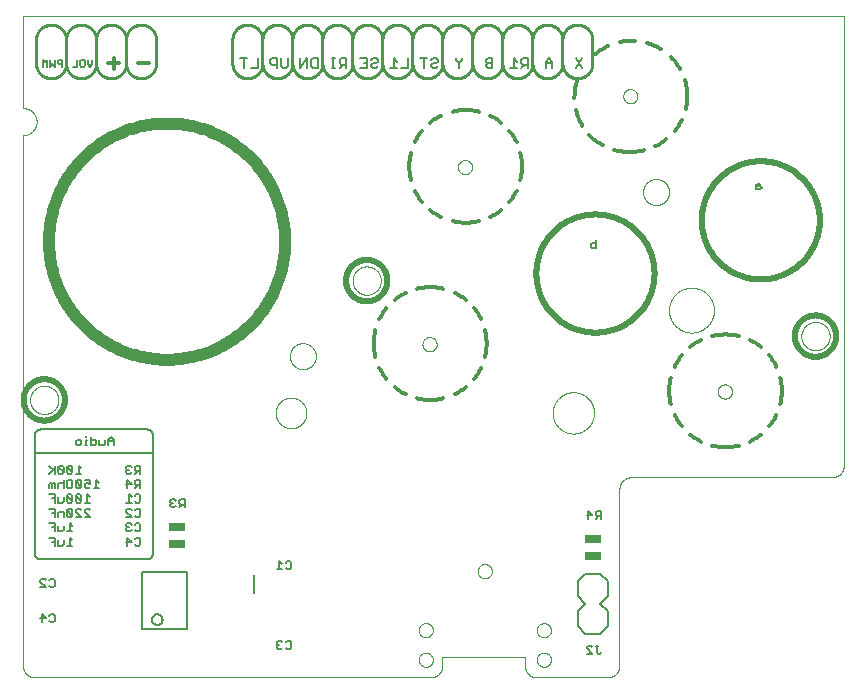
<source format=gbo>
G75*
%MOIN*%
%OFA0B0*%
%FSLAX25Y25*%
%IPPOS*%
%LPD*%
%AMOC8*
5,1,8,0,0,1.08239X$1,22.5*
%
%ADD10C,0.00500*%
%ADD11C,0.00600*%
%ADD12C,0.02000*%
%ADD13C,0.01200*%
%ADD14C,0.04000*%
%ADD15C,0.00000*%
%ADD16C,0.00039*%
%ADD17C,0.01000*%
%ADD18C,0.00800*%
%ADD19C,0.01400*%
%ADD20R,0.05512X0.02559*%
D10*
X0026548Y0030929D02*
X0028349Y0030929D01*
X0026998Y0032280D01*
X0026998Y0029578D01*
X0029494Y0030028D02*
X0029944Y0029578D01*
X0030845Y0029578D01*
X0031296Y0030028D01*
X0031296Y0031829D01*
X0030845Y0032280D01*
X0029944Y0032280D01*
X0029494Y0031829D01*
X0029944Y0041389D02*
X0029494Y0041839D01*
X0029944Y0041389D02*
X0030845Y0041389D01*
X0031296Y0041839D01*
X0031296Y0043641D01*
X0030845Y0044091D01*
X0029944Y0044091D01*
X0029494Y0043641D01*
X0028349Y0043641D02*
X0027899Y0044091D01*
X0026998Y0044091D01*
X0026548Y0043641D01*
X0026548Y0043190D01*
X0028349Y0041389D01*
X0026548Y0041389D01*
X0031296Y0055159D02*
X0031296Y0057861D01*
X0029494Y0057861D01*
X0030395Y0056510D02*
X0031296Y0056510D01*
X0032441Y0056960D02*
X0032441Y0055159D01*
X0033792Y0055159D01*
X0034242Y0055609D01*
X0034242Y0056960D01*
X0035387Y0055159D02*
X0037189Y0055159D01*
X0036288Y0055159D02*
X0036288Y0057861D01*
X0037189Y0056960D01*
X0037189Y0059959D02*
X0035387Y0059959D01*
X0036288Y0059959D02*
X0036288Y0062661D01*
X0037189Y0061760D01*
X0034242Y0061760D02*
X0034242Y0060409D01*
X0033792Y0059959D01*
X0032441Y0059959D01*
X0032441Y0061760D01*
X0031296Y0061310D02*
X0030395Y0061310D01*
X0031296Y0062661D02*
X0029494Y0062661D01*
X0031296Y0062661D02*
X0031296Y0059959D01*
X0031296Y0064759D02*
X0031296Y0067461D01*
X0029494Y0067461D01*
X0030395Y0066110D02*
X0031296Y0066110D01*
X0032441Y0066110D02*
X0032441Y0064759D01*
X0032441Y0066110D02*
X0032891Y0066560D01*
X0034242Y0066560D01*
X0034242Y0064759D01*
X0035387Y0065209D02*
X0035837Y0064759D01*
X0036738Y0064759D01*
X0037189Y0065209D01*
X0035387Y0067011D01*
X0035387Y0065209D01*
X0035387Y0067011D02*
X0035837Y0067461D01*
X0036738Y0067461D01*
X0037189Y0067011D01*
X0037189Y0065209D01*
X0038334Y0064759D02*
X0040135Y0064759D01*
X0038334Y0066560D01*
X0038334Y0067011D01*
X0038784Y0067461D01*
X0039685Y0067461D01*
X0040135Y0067011D01*
X0041280Y0067011D02*
X0041730Y0067461D01*
X0042631Y0067461D01*
X0043082Y0067011D01*
X0041280Y0067011D02*
X0041280Y0066560D01*
X0043082Y0064759D01*
X0041280Y0064759D01*
X0041280Y0069559D02*
X0043082Y0069559D01*
X0042181Y0069559D02*
X0042181Y0072261D01*
X0043082Y0071360D01*
X0040135Y0071811D02*
X0039685Y0072261D01*
X0038784Y0072261D01*
X0038334Y0071811D01*
X0040135Y0070009D01*
X0039685Y0069559D01*
X0038784Y0069559D01*
X0038334Y0070009D01*
X0038334Y0071811D01*
X0037189Y0071811D02*
X0036738Y0072261D01*
X0035837Y0072261D01*
X0035387Y0071811D01*
X0037189Y0070009D01*
X0036738Y0069559D01*
X0035837Y0069559D01*
X0035387Y0070009D01*
X0035387Y0071811D01*
X0034242Y0071360D02*
X0034242Y0070009D01*
X0033792Y0069559D01*
X0032441Y0069559D01*
X0032441Y0071360D01*
X0031296Y0070910D02*
X0030395Y0070910D01*
X0031296Y0072261D02*
X0029494Y0072261D01*
X0031296Y0072261D02*
X0031296Y0069559D01*
X0031296Y0074359D02*
X0031296Y0076160D01*
X0030845Y0076160D01*
X0030395Y0075710D01*
X0029944Y0076160D01*
X0029494Y0075710D01*
X0029494Y0074359D01*
X0030395Y0074359D02*
X0030395Y0075710D01*
X0032441Y0075710D02*
X0032441Y0074359D01*
X0032441Y0075710D02*
X0032891Y0076160D01*
X0033792Y0076160D01*
X0034242Y0075710D01*
X0034242Y0077061D02*
X0034242Y0074359D01*
X0035387Y0074809D02*
X0035387Y0076611D01*
X0035837Y0077061D01*
X0036738Y0077061D01*
X0037189Y0076611D01*
X0037189Y0074809D01*
X0036738Y0074359D01*
X0035837Y0074359D01*
X0035387Y0074809D01*
X0038334Y0074809D02*
X0038784Y0074359D01*
X0039685Y0074359D01*
X0040135Y0074809D01*
X0038334Y0076611D01*
X0038334Y0074809D01*
X0040135Y0074809D02*
X0040135Y0076611D01*
X0039685Y0077061D01*
X0038784Y0077061D01*
X0038334Y0076611D01*
X0038334Y0079159D02*
X0040135Y0079159D01*
X0039234Y0079159D02*
X0039234Y0081861D01*
X0040135Y0080960D01*
X0037189Y0081411D02*
X0036738Y0081861D01*
X0035837Y0081861D01*
X0035387Y0081411D01*
X0037189Y0079609D01*
X0036738Y0079159D01*
X0035837Y0079159D01*
X0035387Y0079609D01*
X0035387Y0081411D01*
X0034242Y0081411D02*
X0033792Y0081861D01*
X0032891Y0081861D01*
X0032441Y0081411D01*
X0034242Y0079609D01*
X0033792Y0079159D01*
X0032891Y0079159D01*
X0032441Y0079609D01*
X0032441Y0081411D01*
X0031296Y0081861D02*
X0031296Y0079159D01*
X0031296Y0080059D02*
X0029494Y0081861D01*
X0030845Y0080510D02*
X0029494Y0079159D01*
X0034242Y0079609D02*
X0034242Y0081411D01*
X0037189Y0081411D02*
X0037189Y0079609D01*
X0041280Y0077061D02*
X0043082Y0077061D01*
X0043082Y0075710D01*
X0042181Y0076160D01*
X0041730Y0076160D01*
X0041280Y0075710D01*
X0041280Y0074809D01*
X0041730Y0074359D01*
X0042631Y0074359D01*
X0043082Y0074809D01*
X0044227Y0074359D02*
X0046028Y0074359D01*
X0045127Y0074359D02*
X0045127Y0077061D01*
X0046028Y0076160D01*
X0040135Y0071811D02*
X0040135Y0070009D01*
X0037189Y0070009D02*
X0037189Y0071811D01*
X0038817Y0088633D02*
X0038367Y0089083D01*
X0038367Y0089984D01*
X0038817Y0090434D01*
X0039718Y0090434D01*
X0040168Y0089984D01*
X0040168Y0089083D01*
X0039718Y0088633D01*
X0038817Y0088633D01*
X0041232Y0088633D02*
X0042133Y0088633D01*
X0041682Y0088633D02*
X0041682Y0090434D01*
X0042133Y0090434D01*
X0041682Y0091335D02*
X0041682Y0091785D01*
X0043278Y0091335D02*
X0043278Y0088633D01*
X0044629Y0088633D01*
X0045079Y0089083D01*
X0045079Y0089984D01*
X0044629Y0090434D01*
X0043278Y0090434D01*
X0046224Y0090434D02*
X0046224Y0088633D01*
X0047575Y0088633D01*
X0048026Y0089083D01*
X0048026Y0090434D01*
X0049171Y0090434D02*
X0049171Y0088633D01*
X0049171Y0089984D02*
X0050972Y0089984D01*
X0050972Y0090434D02*
X0050072Y0091335D01*
X0049171Y0090434D01*
X0050972Y0090434D02*
X0050972Y0088633D01*
X0055547Y0081861D02*
X0055097Y0081411D01*
X0055097Y0080960D01*
X0055547Y0080510D01*
X0055097Y0080059D01*
X0055097Y0079609D01*
X0055547Y0079159D01*
X0056448Y0079159D01*
X0056899Y0079609D01*
X0058044Y0079159D02*
X0058944Y0080059D01*
X0058494Y0080059D02*
X0059845Y0080059D01*
X0059845Y0079159D02*
X0059845Y0081861D01*
X0058494Y0081861D01*
X0058044Y0081411D01*
X0058044Y0080510D01*
X0058494Y0080059D01*
X0056899Y0081411D02*
X0056448Y0081861D01*
X0055547Y0081861D01*
X0055547Y0080510D02*
X0055998Y0080510D01*
X0055547Y0077061D02*
X0056899Y0075710D01*
X0055097Y0075710D01*
X0055547Y0074359D02*
X0055547Y0077061D01*
X0058044Y0076611D02*
X0058044Y0075710D01*
X0058494Y0075259D01*
X0059845Y0075259D01*
X0059845Y0074359D02*
X0059845Y0077061D01*
X0058494Y0077061D01*
X0058044Y0076611D01*
X0058944Y0075259D02*
X0058044Y0074359D01*
X0058494Y0072261D02*
X0059395Y0072261D01*
X0059845Y0071811D01*
X0059845Y0070009D01*
X0059395Y0069559D01*
X0058494Y0069559D01*
X0058044Y0070009D01*
X0056899Y0069559D02*
X0055097Y0069559D01*
X0055998Y0069559D02*
X0055998Y0072261D01*
X0056899Y0071360D01*
X0058044Y0071811D02*
X0058494Y0072261D01*
X0058494Y0067461D02*
X0059395Y0067461D01*
X0059845Y0067011D01*
X0059845Y0065209D01*
X0059395Y0064759D01*
X0058494Y0064759D01*
X0058044Y0065209D01*
X0056899Y0064759D02*
X0055097Y0066560D01*
X0055097Y0067011D01*
X0055547Y0067461D01*
X0056448Y0067461D01*
X0056899Y0067011D01*
X0058044Y0067011D02*
X0058494Y0067461D01*
X0056899Y0064759D02*
X0055097Y0064759D01*
X0055547Y0062661D02*
X0055097Y0062211D01*
X0055097Y0061760D01*
X0055547Y0061310D01*
X0055097Y0060859D01*
X0055097Y0060409D01*
X0055547Y0059959D01*
X0056448Y0059959D01*
X0056899Y0060409D01*
X0058044Y0060409D02*
X0058494Y0059959D01*
X0059395Y0059959D01*
X0059845Y0060409D01*
X0059845Y0062211D01*
X0059395Y0062661D01*
X0058494Y0062661D01*
X0058044Y0062211D01*
X0056899Y0062211D02*
X0056448Y0062661D01*
X0055547Y0062661D01*
X0055547Y0061310D02*
X0055998Y0061310D01*
X0055547Y0057861D02*
X0056899Y0056510D01*
X0055097Y0056510D01*
X0055547Y0055159D02*
X0055547Y0057861D01*
X0058044Y0057411D02*
X0058494Y0057861D01*
X0059395Y0057861D01*
X0059845Y0057411D01*
X0059845Y0055609D01*
X0059395Y0055159D01*
X0058494Y0055159D01*
X0058044Y0055609D01*
X0070305Y0067963D02*
X0071206Y0067963D01*
X0071656Y0068414D01*
X0072801Y0067963D02*
X0073702Y0068864D01*
X0073252Y0068864D02*
X0074603Y0068864D01*
X0074603Y0067963D02*
X0074603Y0070666D01*
X0073252Y0070666D01*
X0072801Y0070215D01*
X0072801Y0069315D01*
X0073252Y0068864D01*
X0071656Y0070215D02*
X0071206Y0070666D01*
X0070305Y0070666D01*
X0069855Y0070215D01*
X0069855Y0069765D01*
X0070305Y0069315D01*
X0069855Y0068864D01*
X0069855Y0068414D01*
X0070305Y0067963D01*
X0070305Y0069315D02*
X0070755Y0069315D01*
X0063697Y0030583D02*
X0063699Y0030667D01*
X0063705Y0030750D01*
X0063715Y0030833D01*
X0063729Y0030916D01*
X0063746Y0030998D01*
X0063768Y0031079D01*
X0063793Y0031158D01*
X0063822Y0031237D01*
X0063855Y0031314D01*
X0063891Y0031389D01*
X0063931Y0031463D01*
X0063974Y0031535D01*
X0064021Y0031604D01*
X0064071Y0031671D01*
X0064124Y0031736D01*
X0064180Y0031798D01*
X0064238Y0031858D01*
X0064300Y0031915D01*
X0064364Y0031968D01*
X0064431Y0032019D01*
X0064500Y0032066D01*
X0064571Y0032111D01*
X0064644Y0032151D01*
X0064719Y0032188D01*
X0064796Y0032222D01*
X0064874Y0032252D01*
X0064953Y0032278D01*
X0065034Y0032301D01*
X0065116Y0032319D01*
X0065198Y0032334D01*
X0065281Y0032345D01*
X0065364Y0032352D01*
X0065448Y0032355D01*
X0065532Y0032354D01*
X0065615Y0032349D01*
X0065699Y0032340D01*
X0065781Y0032327D01*
X0065863Y0032311D01*
X0065944Y0032290D01*
X0066025Y0032266D01*
X0066103Y0032238D01*
X0066181Y0032206D01*
X0066257Y0032170D01*
X0066331Y0032131D01*
X0066403Y0032089D01*
X0066473Y0032043D01*
X0066541Y0031994D01*
X0066606Y0031942D01*
X0066669Y0031887D01*
X0066729Y0031829D01*
X0066787Y0031768D01*
X0066841Y0031704D01*
X0066893Y0031638D01*
X0066941Y0031570D01*
X0066986Y0031499D01*
X0067027Y0031426D01*
X0067066Y0031352D01*
X0067100Y0031276D01*
X0067131Y0031198D01*
X0067158Y0031119D01*
X0067182Y0031038D01*
X0067201Y0030957D01*
X0067217Y0030875D01*
X0067229Y0030792D01*
X0067237Y0030708D01*
X0067241Y0030625D01*
X0067241Y0030541D01*
X0067237Y0030458D01*
X0067229Y0030374D01*
X0067217Y0030291D01*
X0067201Y0030209D01*
X0067182Y0030128D01*
X0067158Y0030047D01*
X0067131Y0029968D01*
X0067100Y0029890D01*
X0067066Y0029814D01*
X0067027Y0029740D01*
X0066986Y0029667D01*
X0066941Y0029596D01*
X0066893Y0029528D01*
X0066841Y0029462D01*
X0066787Y0029398D01*
X0066729Y0029337D01*
X0066669Y0029279D01*
X0066606Y0029224D01*
X0066541Y0029172D01*
X0066473Y0029123D01*
X0066403Y0029077D01*
X0066331Y0029035D01*
X0066257Y0028996D01*
X0066181Y0028960D01*
X0066103Y0028928D01*
X0066025Y0028900D01*
X0065944Y0028876D01*
X0065863Y0028855D01*
X0065781Y0028839D01*
X0065699Y0028826D01*
X0065615Y0028817D01*
X0065532Y0028812D01*
X0065448Y0028811D01*
X0065364Y0028814D01*
X0065281Y0028821D01*
X0065198Y0028832D01*
X0065116Y0028847D01*
X0065034Y0028865D01*
X0064953Y0028888D01*
X0064874Y0028914D01*
X0064796Y0028944D01*
X0064719Y0028978D01*
X0064644Y0029015D01*
X0064571Y0029055D01*
X0064500Y0029100D01*
X0064431Y0029147D01*
X0064364Y0029198D01*
X0064300Y0029251D01*
X0064238Y0029308D01*
X0064180Y0029368D01*
X0064124Y0029430D01*
X0064071Y0029495D01*
X0064021Y0029562D01*
X0063974Y0029631D01*
X0063931Y0029703D01*
X0063891Y0029777D01*
X0063855Y0029852D01*
X0063822Y0029929D01*
X0063793Y0030008D01*
X0063768Y0030087D01*
X0063746Y0030168D01*
X0063729Y0030250D01*
X0063715Y0030333D01*
X0063705Y0030416D01*
X0063699Y0030499D01*
X0063697Y0030583D01*
X0105288Y0022971D02*
X0105288Y0022521D01*
X0105738Y0022070D01*
X0105288Y0021620D01*
X0105288Y0021170D01*
X0105738Y0020719D01*
X0106639Y0020719D01*
X0107089Y0021170D01*
X0108234Y0021170D02*
X0108685Y0020719D01*
X0109585Y0020719D01*
X0110036Y0021170D01*
X0110036Y0022971D01*
X0109585Y0023422D01*
X0108685Y0023422D01*
X0108234Y0022971D01*
X0107089Y0022971D02*
X0106639Y0023422D01*
X0105738Y0023422D01*
X0105288Y0022971D01*
X0105738Y0022070D02*
X0106188Y0022070D01*
X0106188Y0047294D02*
X0106188Y0049996D01*
X0107089Y0049096D01*
X0108234Y0049546D02*
X0108685Y0049996D01*
X0109585Y0049996D01*
X0110036Y0049546D01*
X0110036Y0047744D01*
X0109585Y0047294D01*
X0108685Y0047294D01*
X0108234Y0047744D01*
X0107089Y0047294D02*
X0105288Y0047294D01*
X0208634Y0065378D02*
X0210436Y0065378D01*
X0209085Y0066729D01*
X0209085Y0064026D01*
X0211581Y0064026D02*
X0212481Y0064927D01*
X0212031Y0064927D02*
X0213382Y0064927D01*
X0213382Y0064026D02*
X0213382Y0066729D01*
X0212031Y0066729D01*
X0211581Y0066278D01*
X0211581Y0065378D01*
X0212031Y0064927D01*
X0212031Y0021859D02*
X0212031Y0019607D01*
X0212481Y0019156D01*
X0212932Y0019156D01*
X0213382Y0019607D01*
X0212481Y0021859D02*
X0211581Y0021859D01*
X0210436Y0021408D02*
X0209985Y0021859D01*
X0209085Y0021859D01*
X0208634Y0021408D01*
X0208634Y0020958D01*
X0210436Y0019156D01*
X0208634Y0019156D01*
X0210440Y0154381D02*
X0209989Y0154831D01*
X0209989Y0155732D01*
X0210440Y0156182D01*
X0211791Y0156182D01*
X0211791Y0157083D02*
X0211791Y0154381D01*
X0210440Y0154381D01*
X0265107Y0174066D02*
X0266459Y0174066D01*
X0266909Y0174516D01*
X0266459Y0174967D01*
X0265107Y0174967D01*
X0265107Y0175417D02*
X0265107Y0174066D01*
X0265107Y0175417D02*
X0265558Y0175867D01*
X0266459Y0175867D01*
D11*
X0064032Y0091951D02*
X0064032Y0086046D01*
X0024662Y0086046D01*
X0024662Y0091951D01*
X0024664Y0092037D01*
X0024669Y0092123D01*
X0024679Y0092208D01*
X0024692Y0092293D01*
X0024709Y0092377D01*
X0024729Y0092461D01*
X0024753Y0092543D01*
X0024781Y0092624D01*
X0024812Y0092705D01*
X0024846Y0092783D01*
X0024884Y0092860D01*
X0024926Y0092936D01*
X0024970Y0093009D01*
X0025018Y0093080D01*
X0025069Y0093150D01*
X0025123Y0093217D01*
X0025179Y0093281D01*
X0025239Y0093343D01*
X0025301Y0093403D01*
X0025365Y0093459D01*
X0025432Y0093513D01*
X0025502Y0093564D01*
X0025573Y0093612D01*
X0025647Y0093656D01*
X0025722Y0093698D01*
X0025799Y0093736D01*
X0025877Y0093770D01*
X0025958Y0093801D01*
X0026039Y0093829D01*
X0026121Y0093853D01*
X0026205Y0093873D01*
X0026289Y0093890D01*
X0026374Y0093903D01*
X0026459Y0093913D01*
X0026545Y0093918D01*
X0026631Y0093920D01*
X0062064Y0093920D01*
X0062150Y0093918D01*
X0062236Y0093913D01*
X0062321Y0093903D01*
X0062406Y0093890D01*
X0062490Y0093873D01*
X0062574Y0093853D01*
X0062656Y0093829D01*
X0062737Y0093801D01*
X0062818Y0093770D01*
X0062896Y0093736D01*
X0062973Y0093698D01*
X0063049Y0093656D01*
X0063122Y0093612D01*
X0063193Y0093564D01*
X0063263Y0093513D01*
X0063330Y0093459D01*
X0063394Y0093403D01*
X0063456Y0093343D01*
X0063516Y0093281D01*
X0063572Y0093217D01*
X0063626Y0093150D01*
X0063677Y0093080D01*
X0063725Y0093009D01*
X0063769Y0092936D01*
X0063811Y0092860D01*
X0063849Y0092783D01*
X0063883Y0092705D01*
X0063914Y0092624D01*
X0063942Y0092543D01*
X0063966Y0092461D01*
X0063986Y0092377D01*
X0064003Y0092293D01*
X0064016Y0092208D01*
X0064026Y0092123D01*
X0064031Y0092037D01*
X0064033Y0091951D01*
X0064032Y0086046D02*
X0064032Y0052581D01*
X0064033Y0052581D02*
X0064031Y0052495D01*
X0064026Y0052409D01*
X0064016Y0052324D01*
X0064003Y0052239D01*
X0063986Y0052155D01*
X0063966Y0052071D01*
X0063942Y0051989D01*
X0063914Y0051908D01*
X0063883Y0051827D01*
X0063849Y0051749D01*
X0063811Y0051672D01*
X0063769Y0051597D01*
X0063725Y0051523D01*
X0063677Y0051452D01*
X0063626Y0051382D01*
X0063572Y0051315D01*
X0063516Y0051251D01*
X0063456Y0051189D01*
X0063394Y0051129D01*
X0063330Y0051073D01*
X0063263Y0051019D01*
X0063193Y0050968D01*
X0063122Y0050920D01*
X0063049Y0050876D01*
X0062973Y0050834D01*
X0062896Y0050796D01*
X0062818Y0050762D01*
X0062737Y0050731D01*
X0062656Y0050703D01*
X0062574Y0050679D01*
X0062490Y0050659D01*
X0062406Y0050642D01*
X0062321Y0050629D01*
X0062236Y0050619D01*
X0062150Y0050614D01*
X0062064Y0050612D01*
X0062064Y0050613D02*
X0026631Y0050613D01*
X0026631Y0050612D02*
X0026545Y0050614D01*
X0026459Y0050619D01*
X0026374Y0050629D01*
X0026289Y0050642D01*
X0026205Y0050659D01*
X0026121Y0050679D01*
X0026039Y0050703D01*
X0025958Y0050731D01*
X0025877Y0050762D01*
X0025799Y0050796D01*
X0025722Y0050834D01*
X0025646Y0050876D01*
X0025573Y0050920D01*
X0025502Y0050968D01*
X0025432Y0051019D01*
X0025365Y0051073D01*
X0025301Y0051129D01*
X0025239Y0051189D01*
X0025179Y0051251D01*
X0025123Y0051315D01*
X0025069Y0051382D01*
X0025018Y0051452D01*
X0024970Y0051523D01*
X0024926Y0051597D01*
X0024884Y0051672D01*
X0024846Y0051749D01*
X0024812Y0051827D01*
X0024781Y0051908D01*
X0024753Y0051989D01*
X0024729Y0052071D01*
X0024709Y0052155D01*
X0024692Y0052239D01*
X0024679Y0052324D01*
X0024669Y0052409D01*
X0024664Y0052495D01*
X0024662Y0052581D01*
X0024662Y0086046D01*
X0027285Y0214889D02*
X0027285Y0217047D01*
X0028004Y0216327D01*
X0028723Y0217047D01*
X0028723Y0214889D01*
X0029822Y0214889D02*
X0029822Y0217047D01*
X0031261Y0217047D02*
X0031261Y0214889D01*
X0030542Y0215608D01*
X0029822Y0214889D01*
X0032360Y0215968D02*
X0032720Y0215608D01*
X0033798Y0215608D01*
X0033798Y0214889D02*
X0033798Y0217047D01*
X0032720Y0217047D01*
X0032360Y0216687D01*
X0032360Y0215968D01*
X0037285Y0214889D02*
X0038723Y0214889D01*
X0038723Y0217047D01*
X0039822Y0216687D02*
X0040182Y0217047D01*
X0040901Y0217047D01*
X0041261Y0216687D01*
X0041261Y0215249D01*
X0040901Y0214889D01*
X0040182Y0214889D01*
X0039822Y0215249D01*
X0039822Y0216687D01*
X0042360Y0217047D02*
X0042360Y0215608D01*
X0043079Y0214889D01*
X0043798Y0215608D01*
X0043798Y0217047D01*
D12*
X0020922Y0103762D02*
X0020924Y0103931D01*
X0020930Y0104100D01*
X0020941Y0104269D01*
X0020955Y0104437D01*
X0020974Y0104605D01*
X0020997Y0104773D01*
X0021023Y0104940D01*
X0021054Y0105106D01*
X0021089Y0105272D01*
X0021128Y0105436D01*
X0021172Y0105600D01*
X0021219Y0105762D01*
X0021270Y0105923D01*
X0021325Y0106083D01*
X0021384Y0106242D01*
X0021446Y0106399D01*
X0021513Y0106554D01*
X0021584Y0106708D01*
X0021658Y0106860D01*
X0021736Y0107010D01*
X0021817Y0107158D01*
X0021902Y0107304D01*
X0021991Y0107448D01*
X0022083Y0107590D01*
X0022179Y0107729D01*
X0022278Y0107866D01*
X0022380Y0108001D01*
X0022486Y0108133D01*
X0022595Y0108262D01*
X0022707Y0108389D01*
X0022822Y0108513D01*
X0022940Y0108634D01*
X0023061Y0108752D01*
X0023185Y0108867D01*
X0023312Y0108979D01*
X0023441Y0109088D01*
X0023573Y0109194D01*
X0023708Y0109296D01*
X0023845Y0109395D01*
X0023984Y0109491D01*
X0024126Y0109583D01*
X0024270Y0109672D01*
X0024416Y0109757D01*
X0024564Y0109838D01*
X0024714Y0109916D01*
X0024866Y0109990D01*
X0025020Y0110061D01*
X0025175Y0110128D01*
X0025332Y0110190D01*
X0025491Y0110249D01*
X0025651Y0110304D01*
X0025812Y0110355D01*
X0025974Y0110402D01*
X0026138Y0110446D01*
X0026302Y0110485D01*
X0026468Y0110520D01*
X0026634Y0110551D01*
X0026801Y0110577D01*
X0026969Y0110600D01*
X0027137Y0110619D01*
X0027305Y0110633D01*
X0027474Y0110644D01*
X0027643Y0110650D01*
X0027812Y0110652D01*
X0027981Y0110650D01*
X0028150Y0110644D01*
X0028319Y0110633D01*
X0028487Y0110619D01*
X0028655Y0110600D01*
X0028823Y0110577D01*
X0028990Y0110551D01*
X0029156Y0110520D01*
X0029322Y0110485D01*
X0029486Y0110446D01*
X0029650Y0110402D01*
X0029812Y0110355D01*
X0029973Y0110304D01*
X0030133Y0110249D01*
X0030292Y0110190D01*
X0030449Y0110128D01*
X0030604Y0110061D01*
X0030758Y0109990D01*
X0030910Y0109916D01*
X0031060Y0109838D01*
X0031208Y0109757D01*
X0031354Y0109672D01*
X0031498Y0109583D01*
X0031640Y0109491D01*
X0031779Y0109395D01*
X0031916Y0109296D01*
X0032051Y0109194D01*
X0032183Y0109088D01*
X0032312Y0108979D01*
X0032439Y0108867D01*
X0032563Y0108752D01*
X0032684Y0108634D01*
X0032802Y0108513D01*
X0032917Y0108389D01*
X0033029Y0108262D01*
X0033138Y0108133D01*
X0033244Y0108001D01*
X0033346Y0107866D01*
X0033445Y0107729D01*
X0033541Y0107590D01*
X0033633Y0107448D01*
X0033722Y0107304D01*
X0033807Y0107158D01*
X0033888Y0107010D01*
X0033966Y0106860D01*
X0034040Y0106708D01*
X0034111Y0106554D01*
X0034178Y0106399D01*
X0034240Y0106242D01*
X0034299Y0106083D01*
X0034354Y0105923D01*
X0034405Y0105762D01*
X0034452Y0105600D01*
X0034496Y0105436D01*
X0034535Y0105272D01*
X0034570Y0105106D01*
X0034601Y0104940D01*
X0034627Y0104773D01*
X0034650Y0104605D01*
X0034669Y0104437D01*
X0034683Y0104269D01*
X0034694Y0104100D01*
X0034700Y0103931D01*
X0034702Y0103762D01*
X0034700Y0103593D01*
X0034694Y0103424D01*
X0034683Y0103255D01*
X0034669Y0103087D01*
X0034650Y0102919D01*
X0034627Y0102751D01*
X0034601Y0102584D01*
X0034570Y0102418D01*
X0034535Y0102252D01*
X0034496Y0102088D01*
X0034452Y0101924D01*
X0034405Y0101762D01*
X0034354Y0101601D01*
X0034299Y0101441D01*
X0034240Y0101282D01*
X0034178Y0101125D01*
X0034111Y0100970D01*
X0034040Y0100816D01*
X0033966Y0100664D01*
X0033888Y0100514D01*
X0033807Y0100366D01*
X0033722Y0100220D01*
X0033633Y0100076D01*
X0033541Y0099934D01*
X0033445Y0099795D01*
X0033346Y0099658D01*
X0033244Y0099523D01*
X0033138Y0099391D01*
X0033029Y0099262D01*
X0032917Y0099135D01*
X0032802Y0099011D01*
X0032684Y0098890D01*
X0032563Y0098772D01*
X0032439Y0098657D01*
X0032312Y0098545D01*
X0032183Y0098436D01*
X0032051Y0098330D01*
X0031916Y0098228D01*
X0031779Y0098129D01*
X0031640Y0098033D01*
X0031498Y0097941D01*
X0031354Y0097852D01*
X0031208Y0097767D01*
X0031060Y0097686D01*
X0030910Y0097608D01*
X0030758Y0097534D01*
X0030604Y0097463D01*
X0030449Y0097396D01*
X0030292Y0097334D01*
X0030133Y0097275D01*
X0029973Y0097220D01*
X0029812Y0097169D01*
X0029650Y0097122D01*
X0029486Y0097078D01*
X0029322Y0097039D01*
X0029156Y0097004D01*
X0028990Y0096973D01*
X0028823Y0096947D01*
X0028655Y0096924D01*
X0028487Y0096905D01*
X0028319Y0096891D01*
X0028150Y0096880D01*
X0027981Y0096874D01*
X0027812Y0096872D01*
X0027643Y0096874D01*
X0027474Y0096880D01*
X0027305Y0096891D01*
X0027137Y0096905D01*
X0026969Y0096924D01*
X0026801Y0096947D01*
X0026634Y0096973D01*
X0026468Y0097004D01*
X0026302Y0097039D01*
X0026138Y0097078D01*
X0025974Y0097122D01*
X0025812Y0097169D01*
X0025651Y0097220D01*
X0025491Y0097275D01*
X0025332Y0097334D01*
X0025175Y0097396D01*
X0025020Y0097463D01*
X0024866Y0097534D01*
X0024714Y0097608D01*
X0024564Y0097686D01*
X0024416Y0097767D01*
X0024270Y0097852D01*
X0024126Y0097941D01*
X0023984Y0098033D01*
X0023845Y0098129D01*
X0023708Y0098228D01*
X0023573Y0098330D01*
X0023441Y0098436D01*
X0023312Y0098545D01*
X0023185Y0098657D01*
X0023061Y0098772D01*
X0022940Y0098890D01*
X0022822Y0099011D01*
X0022707Y0099135D01*
X0022595Y0099262D01*
X0022486Y0099391D01*
X0022380Y0099523D01*
X0022278Y0099658D01*
X0022179Y0099795D01*
X0022083Y0099934D01*
X0021991Y0100076D01*
X0021902Y0100220D01*
X0021817Y0100366D01*
X0021736Y0100514D01*
X0021658Y0100664D01*
X0021584Y0100816D01*
X0021513Y0100970D01*
X0021446Y0101125D01*
X0021384Y0101282D01*
X0021325Y0101441D01*
X0021270Y0101601D01*
X0021219Y0101762D01*
X0021172Y0101924D01*
X0021128Y0102088D01*
X0021089Y0102252D01*
X0021054Y0102418D01*
X0021023Y0102584D01*
X0020997Y0102751D01*
X0020974Y0102919D01*
X0020955Y0103087D01*
X0020941Y0103255D01*
X0020930Y0103424D01*
X0020924Y0103593D01*
X0020922Y0103762D01*
X0128402Y0143526D02*
X0128404Y0143695D01*
X0128410Y0143864D01*
X0128421Y0144033D01*
X0128435Y0144201D01*
X0128454Y0144369D01*
X0128477Y0144537D01*
X0128503Y0144704D01*
X0128534Y0144870D01*
X0128569Y0145036D01*
X0128608Y0145200D01*
X0128652Y0145364D01*
X0128699Y0145526D01*
X0128750Y0145687D01*
X0128805Y0145847D01*
X0128864Y0146006D01*
X0128926Y0146163D01*
X0128993Y0146318D01*
X0129064Y0146472D01*
X0129138Y0146624D01*
X0129216Y0146774D01*
X0129297Y0146922D01*
X0129382Y0147068D01*
X0129471Y0147212D01*
X0129563Y0147354D01*
X0129659Y0147493D01*
X0129758Y0147630D01*
X0129860Y0147765D01*
X0129966Y0147897D01*
X0130075Y0148026D01*
X0130187Y0148153D01*
X0130302Y0148277D01*
X0130420Y0148398D01*
X0130541Y0148516D01*
X0130665Y0148631D01*
X0130792Y0148743D01*
X0130921Y0148852D01*
X0131053Y0148958D01*
X0131188Y0149060D01*
X0131325Y0149159D01*
X0131464Y0149255D01*
X0131606Y0149347D01*
X0131750Y0149436D01*
X0131896Y0149521D01*
X0132044Y0149602D01*
X0132194Y0149680D01*
X0132346Y0149754D01*
X0132500Y0149825D01*
X0132655Y0149892D01*
X0132812Y0149954D01*
X0132971Y0150013D01*
X0133131Y0150068D01*
X0133292Y0150119D01*
X0133454Y0150166D01*
X0133618Y0150210D01*
X0133782Y0150249D01*
X0133948Y0150284D01*
X0134114Y0150315D01*
X0134281Y0150341D01*
X0134449Y0150364D01*
X0134617Y0150383D01*
X0134785Y0150397D01*
X0134954Y0150408D01*
X0135123Y0150414D01*
X0135292Y0150416D01*
X0135461Y0150414D01*
X0135630Y0150408D01*
X0135799Y0150397D01*
X0135967Y0150383D01*
X0136135Y0150364D01*
X0136303Y0150341D01*
X0136470Y0150315D01*
X0136636Y0150284D01*
X0136802Y0150249D01*
X0136966Y0150210D01*
X0137130Y0150166D01*
X0137292Y0150119D01*
X0137453Y0150068D01*
X0137613Y0150013D01*
X0137772Y0149954D01*
X0137929Y0149892D01*
X0138084Y0149825D01*
X0138238Y0149754D01*
X0138390Y0149680D01*
X0138540Y0149602D01*
X0138688Y0149521D01*
X0138834Y0149436D01*
X0138978Y0149347D01*
X0139120Y0149255D01*
X0139259Y0149159D01*
X0139396Y0149060D01*
X0139531Y0148958D01*
X0139663Y0148852D01*
X0139792Y0148743D01*
X0139919Y0148631D01*
X0140043Y0148516D01*
X0140164Y0148398D01*
X0140282Y0148277D01*
X0140397Y0148153D01*
X0140509Y0148026D01*
X0140618Y0147897D01*
X0140724Y0147765D01*
X0140826Y0147630D01*
X0140925Y0147493D01*
X0141021Y0147354D01*
X0141113Y0147212D01*
X0141202Y0147068D01*
X0141287Y0146922D01*
X0141368Y0146774D01*
X0141446Y0146624D01*
X0141520Y0146472D01*
X0141591Y0146318D01*
X0141658Y0146163D01*
X0141720Y0146006D01*
X0141779Y0145847D01*
X0141834Y0145687D01*
X0141885Y0145526D01*
X0141932Y0145364D01*
X0141976Y0145200D01*
X0142015Y0145036D01*
X0142050Y0144870D01*
X0142081Y0144704D01*
X0142107Y0144537D01*
X0142130Y0144369D01*
X0142149Y0144201D01*
X0142163Y0144033D01*
X0142174Y0143864D01*
X0142180Y0143695D01*
X0142182Y0143526D01*
X0142180Y0143357D01*
X0142174Y0143188D01*
X0142163Y0143019D01*
X0142149Y0142851D01*
X0142130Y0142683D01*
X0142107Y0142515D01*
X0142081Y0142348D01*
X0142050Y0142182D01*
X0142015Y0142016D01*
X0141976Y0141852D01*
X0141932Y0141688D01*
X0141885Y0141526D01*
X0141834Y0141365D01*
X0141779Y0141205D01*
X0141720Y0141046D01*
X0141658Y0140889D01*
X0141591Y0140734D01*
X0141520Y0140580D01*
X0141446Y0140428D01*
X0141368Y0140278D01*
X0141287Y0140130D01*
X0141202Y0139984D01*
X0141113Y0139840D01*
X0141021Y0139698D01*
X0140925Y0139559D01*
X0140826Y0139422D01*
X0140724Y0139287D01*
X0140618Y0139155D01*
X0140509Y0139026D01*
X0140397Y0138899D01*
X0140282Y0138775D01*
X0140164Y0138654D01*
X0140043Y0138536D01*
X0139919Y0138421D01*
X0139792Y0138309D01*
X0139663Y0138200D01*
X0139531Y0138094D01*
X0139396Y0137992D01*
X0139259Y0137893D01*
X0139120Y0137797D01*
X0138978Y0137705D01*
X0138834Y0137616D01*
X0138688Y0137531D01*
X0138540Y0137450D01*
X0138390Y0137372D01*
X0138238Y0137298D01*
X0138084Y0137227D01*
X0137929Y0137160D01*
X0137772Y0137098D01*
X0137613Y0137039D01*
X0137453Y0136984D01*
X0137292Y0136933D01*
X0137130Y0136886D01*
X0136966Y0136842D01*
X0136802Y0136803D01*
X0136636Y0136768D01*
X0136470Y0136737D01*
X0136303Y0136711D01*
X0136135Y0136688D01*
X0135967Y0136669D01*
X0135799Y0136655D01*
X0135630Y0136644D01*
X0135461Y0136638D01*
X0135292Y0136636D01*
X0135123Y0136638D01*
X0134954Y0136644D01*
X0134785Y0136655D01*
X0134617Y0136669D01*
X0134449Y0136688D01*
X0134281Y0136711D01*
X0134114Y0136737D01*
X0133948Y0136768D01*
X0133782Y0136803D01*
X0133618Y0136842D01*
X0133454Y0136886D01*
X0133292Y0136933D01*
X0133131Y0136984D01*
X0132971Y0137039D01*
X0132812Y0137098D01*
X0132655Y0137160D01*
X0132500Y0137227D01*
X0132346Y0137298D01*
X0132194Y0137372D01*
X0132044Y0137450D01*
X0131896Y0137531D01*
X0131750Y0137616D01*
X0131606Y0137705D01*
X0131464Y0137797D01*
X0131325Y0137893D01*
X0131188Y0137992D01*
X0131053Y0138094D01*
X0130921Y0138200D01*
X0130792Y0138309D01*
X0130665Y0138421D01*
X0130541Y0138536D01*
X0130420Y0138654D01*
X0130302Y0138775D01*
X0130187Y0138899D01*
X0130075Y0139026D01*
X0129966Y0139155D01*
X0129860Y0139287D01*
X0129758Y0139422D01*
X0129659Y0139559D01*
X0129563Y0139698D01*
X0129471Y0139840D01*
X0129382Y0139984D01*
X0129297Y0140130D01*
X0129216Y0140278D01*
X0129138Y0140428D01*
X0129064Y0140580D01*
X0128993Y0140734D01*
X0128926Y0140889D01*
X0128864Y0141046D01*
X0128805Y0141205D01*
X0128750Y0141365D01*
X0128699Y0141526D01*
X0128652Y0141688D01*
X0128608Y0141852D01*
X0128569Y0142016D01*
X0128534Y0142182D01*
X0128503Y0142348D01*
X0128477Y0142515D01*
X0128454Y0142683D01*
X0128435Y0142851D01*
X0128421Y0143019D01*
X0128410Y0143188D01*
X0128404Y0143357D01*
X0128402Y0143526D01*
X0191867Y0145888D02*
X0191873Y0146371D01*
X0191891Y0146854D01*
X0191920Y0147336D01*
X0191962Y0147817D01*
X0192015Y0148298D01*
X0192080Y0148776D01*
X0192157Y0149253D01*
X0192245Y0149728D01*
X0192345Y0150201D01*
X0192457Y0150671D01*
X0192580Y0151138D01*
X0192715Y0151602D01*
X0192861Y0152063D01*
X0193018Y0152520D01*
X0193186Y0152973D01*
X0193365Y0153421D01*
X0193556Y0153865D01*
X0193757Y0154304D01*
X0193969Y0154739D01*
X0194191Y0155167D01*
X0194424Y0155591D01*
X0194668Y0156008D01*
X0194921Y0156419D01*
X0195185Y0156824D01*
X0195458Y0157223D01*
X0195741Y0157614D01*
X0196033Y0157999D01*
X0196335Y0158376D01*
X0196646Y0158746D01*
X0196966Y0159108D01*
X0197295Y0159462D01*
X0197633Y0159807D01*
X0197978Y0160145D01*
X0198332Y0160474D01*
X0198694Y0160794D01*
X0199064Y0161105D01*
X0199441Y0161407D01*
X0199826Y0161699D01*
X0200217Y0161982D01*
X0200616Y0162255D01*
X0201021Y0162519D01*
X0201432Y0162772D01*
X0201849Y0163016D01*
X0202273Y0163249D01*
X0202701Y0163471D01*
X0203136Y0163683D01*
X0203575Y0163884D01*
X0204019Y0164075D01*
X0204467Y0164254D01*
X0204920Y0164422D01*
X0205377Y0164579D01*
X0205838Y0164725D01*
X0206302Y0164860D01*
X0206769Y0164983D01*
X0207239Y0165095D01*
X0207712Y0165195D01*
X0208187Y0165283D01*
X0208664Y0165360D01*
X0209142Y0165425D01*
X0209623Y0165478D01*
X0210104Y0165520D01*
X0210586Y0165549D01*
X0211069Y0165567D01*
X0211552Y0165573D01*
X0212035Y0165567D01*
X0212518Y0165549D01*
X0213000Y0165520D01*
X0213481Y0165478D01*
X0213962Y0165425D01*
X0214440Y0165360D01*
X0214917Y0165283D01*
X0215392Y0165195D01*
X0215865Y0165095D01*
X0216335Y0164983D01*
X0216802Y0164860D01*
X0217266Y0164725D01*
X0217727Y0164579D01*
X0218184Y0164422D01*
X0218637Y0164254D01*
X0219085Y0164075D01*
X0219529Y0163884D01*
X0219968Y0163683D01*
X0220403Y0163471D01*
X0220831Y0163249D01*
X0221255Y0163016D01*
X0221672Y0162772D01*
X0222083Y0162519D01*
X0222488Y0162255D01*
X0222887Y0161982D01*
X0223278Y0161699D01*
X0223663Y0161407D01*
X0224040Y0161105D01*
X0224410Y0160794D01*
X0224772Y0160474D01*
X0225126Y0160145D01*
X0225471Y0159807D01*
X0225809Y0159462D01*
X0226138Y0159108D01*
X0226458Y0158746D01*
X0226769Y0158376D01*
X0227071Y0157999D01*
X0227363Y0157614D01*
X0227646Y0157223D01*
X0227919Y0156824D01*
X0228183Y0156419D01*
X0228436Y0156008D01*
X0228680Y0155591D01*
X0228913Y0155167D01*
X0229135Y0154739D01*
X0229347Y0154304D01*
X0229548Y0153865D01*
X0229739Y0153421D01*
X0229918Y0152973D01*
X0230086Y0152520D01*
X0230243Y0152063D01*
X0230389Y0151602D01*
X0230524Y0151138D01*
X0230647Y0150671D01*
X0230759Y0150201D01*
X0230859Y0149728D01*
X0230947Y0149253D01*
X0231024Y0148776D01*
X0231089Y0148298D01*
X0231142Y0147817D01*
X0231184Y0147336D01*
X0231213Y0146854D01*
X0231231Y0146371D01*
X0231237Y0145888D01*
X0231231Y0145405D01*
X0231213Y0144922D01*
X0231184Y0144440D01*
X0231142Y0143959D01*
X0231089Y0143478D01*
X0231024Y0143000D01*
X0230947Y0142523D01*
X0230859Y0142048D01*
X0230759Y0141575D01*
X0230647Y0141105D01*
X0230524Y0140638D01*
X0230389Y0140174D01*
X0230243Y0139713D01*
X0230086Y0139256D01*
X0229918Y0138803D01*
X0229739Y0138355D01*
X0229548Y0137911D01*
X0229347Y0137472D01*
X0229135Y0137037D01*
X0228913Y0136609D01*
X0228680Y0136185D01*
X0228436Y0135768D01*
X0228183Y0135357D01*
X0227919Y0134952D01*
X0227646Y0134553D01*
X0227363Y0134162D01*
X0227071Y0133777D01*
X0226769Y0133400D01*
X0226458Y0133030D01*
X0226138Y0132668D01*
X0225809Y0132314D01*
X0225471Y0131969D01*
X0225126Y0131631D01*
X0224772Y0131302D01*
X0224410Y0130982D01*
X0224040Y0130671D01*
X0223663Y0130369D01*
X0223278Y0130077D01*
X0222887Y0129794D01*
X0222488Y0129521D01*
X0222083Y0129257D01*
X0221672Y0129004D01*
X0221255Y0128760D01*
X0220831Y0128527D01*
X0220403Y0128305D01*
X0219968Y0128093D01*
X0219529Y0127892D01*
X0219085Y0127701D01*
X0218637Y0127522D01*
X0218184Y0127354D01*
X0217727Y0127197D01*
X0217266Y0127051D01*
X0216802Y0126916D01*
X0216335Y0126793D01*
X0215865Y0126681D01*
X0215392Y0126581D01*
X0214917Y0126493D01*
X0214440Y0126416D01*
X0213962Y0126351D01*
X0213481Y0126298D01*
X0213000Y0126256D01*
X0212518Y0126227D01*
X0212035Y0126209D01*
X0211552Y0126203D01*
X0211069Y0126209D01*
X0210586Y0126227D01*
X0210104Y0126256D01*
X0209623Y0126298D01*
X0209142Y0126351D01*
X0208664Y0126416D01*
X0208187Y0126493D01*
X0207712Y0126581D01*
X0207239Y0126681D01*
X0206769Y0126793D01*
X0206302Y0126916D01*
X0205838Y0127051D01*
X0205377Y0127197D01*
X0204920Y0127354D01*
X0204467Y0127522D01*
X0204019Y0127701D01*
X0203575Y0127892D01*
X0203136Y0128093D01*
X0202701Y0128305D01*
X0202273Y0128527D01*
X0201849Y0128760D01*
X0201432Y0129004D01*
X0201021Y0129257D01*
X0200616Y0129521D01*
X0200217Y0129794D01*
X0199826Y0130077D01*
X0199441Y0130369D01*
X0199064Y0130671D01*
X0198694Y0130982D01*
X0198332Y0131302D01*
X0197978Y0131631D01*
X0197633Y0131969D01*
X0197295Y0132314D01*
X0196966Y0132668D01*
X0196646Y0133030D01*
X0196335Y0133400D01*
X0196033Y0133777D01*
X0195741Y0134162D01*
X0195458Y0134553D01*
X0195185Y0134952D01*
X0194921Y0135357D01*
X0194668Y0135768D01*
X0194424Y0136185D01*
X0194191Y0136609D01*
X0193969Y0137037D01*
X0193757Y0137472D01*
X0193556Y0137911D01*
X0193365Y0138355D01*
X0193186Y0138803D01*
X0193018Y0139256D01*
X0192861Y0139713D01*
X0192715Y0140174D01*
X0192580Y0140638D01*
X0192457Y0141105D01*
X0192345Y0141575D01*
X0192245Y0142048D01*
X0192157Y0142523D01*
X0192080Y0143000D01*
X0192015Y0143478D01*
X0191962Y0143959D01*
X0191920Y0144440D01*
X0191891Y0144922D01*
X0191873Y0145405D01*
X0191867Y0145888D01*
X0246985Y0163605D02*
X0246991Y0164088D01*
X0247009Y0164571D01*
X0247038Y0165053D01*
X0247080Y0165534D01*
X0247133Y0166015D01*
X0247198Y0166493D01*
X0247275Y0166970D01*
X0247363Y0167445D01*
X0247463Y0167918D01*
X0247575Y0168388D01*
X0247698Y0168855D01*
X0247833Y0169319D01*
X0247979Y0169780D01*
X0248136Y0170237D01*
X0248304Y0170690D01*
X0248483Y0171138D01*
X0248674Y0171582D01*
X0248875Y0172021D01*
X0249087Y0172456D01*
X0249309Y0172884D01*
X0249542Y0173308D01*
X0249786Y0173725D01*
X0250039Y0174136D01*
X0250303Y0174541D01*
X0250576Y0174940D01*
X0250859Y0175331D01*
X0251151Y0175716D01*
X0251453Y0176093D01*
X0251764Y0176463D01*
X0252084Y0176825D01*
X0252413Y0177179D01*
X0252751Y0177524D01*
X0253096Y0177862D01*
X0253450Y0178191D01*
X0253812Y0178511D01*
X0254182Y0178822D01*
X0254559Y0179124D01*
X0254944Y0179416D01*
X0255335Y0179699D01*
X0255734Y0179972D01*
X0256139Y0180236D01*
X0256550Y0180489D01*
X0256967Y0180733D01*
X0257391Y0180966D01*
X0257819Y0181188D01*
X0258254Y0181400D01*
X0258693Y0181601D01*
X0259137Y0181792D01*
X0259585Y0181971D01*
X0260038Y0182139D01*
X0260495Y0182296D01*
X0260956Y0182442D01*
X0261420Y0182577D01*
X0261887Y0182700D01*
X0262357Y0182812D01*
X0262830Y0182912D01*
X0263305Y0183000D01*
X0263782Y0183077D01*
X0264260Y0183142D01*
X0264741Y0183195D01*
X0265222Y0183237D01*
X0265704Y0183266D01*
X0266187Y0183284D01*
X0266670Y0183290D01*
X0267153Y0183284D01*
X0267636Y0183266D01*
X0268118Y0183237D01*
X0268599Y0183195D01*
X0269080Y0183142D01*
X0269558Y0183077D01*
X0270035Y0183000D01*
X0270510Y0182912D01*
X0270983Y0182812D01*
X0271453Y0182700D01*
X0271920Y0182577D01*
X0272384Y0182442D01*
X0272845Y0182296D01*
X0273302Y0182139D01*
X0273755Y0181971D01*
X0274203Y0181792D01*
X0274647Y0181601D01*
X0275086Y0181400D01*
X0275521Y0181188D01*
X0275949Y0180966D01*
X0276373Y0180733D01*
X0276790Y0180489D01*
X0277201Y0180236D01*
X0277606Y0179972D01*
X0278005Y0179699D01*
X0278396Y0179416D01*
X0278781Y0179124D01*
X0279158Y0178822D01*
X0279528Y0178511D01*
X0279890Y0178191D01*
X0280244Y0177862D01*
X0280589Y0177524D01*
X0280927Y0177179D01*
X0281256Y0176825D01*
X0281576Y0176463D01*
X0281887Y0176093D01*
X0282189Y0175716D01*
X0282481Y0175331D01*
X0282764Y0174940D01*
X0283037Y0174541D01*
X0283301Y0174136D01*
X0283554Y0173725D01*
X0283798Y0173308D01*
X0284031Y0172884D01*
X0284253Y0172456D01*
X0284465Y0172021D01*
X0284666Y0171582D01*
X0284857Y0171138D01*
X0285036Y0170690D01*
X0285204Y0170237D01*
X0285361Y0169780D01*
X0285507Y0169319D01*
X0285642Y0168855D01*
X0285765Y0168388D01*
X0285877Y0167918D01*
X0285977Y0167445D01*
X0286065Y0166970D01*
X0286142Y0166493D01*
X0286207Y0166015D01*
X0286260Y0165534D01*
X0286302Y0165053D01*
X0286331Y0164571D01*
X0286349Y0164088D01*
X0286355Y0163605D01*
X0286349Y0163122D01*
X0286331Y0162639D01*
X0286302Y0162157D01*
X0286260Y0161676D01*
X0286207Y0161195D01*
X0286142Y0160717D01*
X0286065Y0160240D01*
X0285977Y0159765D01*
X0285877Y0159292D01*
X0285765Y0158822D01*
X0285642Y0158355D01*
X0285507Y0157891D01*
X0285361Y0157430D01*
X0285204Y0156973D01*
X0285036Y0156520D01*
X0284857Y0156072D01*
X0284666Y0155628D01*
X0284465Y0155189D01*
X0284253Y0154754D01*
X0284031Y0154326D01*
X0283798Y0153902D01*
X0283554Y0153485D01*
X0283301Y0153074D01*
X0283037Y0152669D01*
X0282764Y0152270D01*
X0282481Y0151879D01*
X0282189Y0151494D01*
X0281887Y0151117D01*
X0281576Y0150747D01*
X0281256Y0150385D01*
X0280927Y0150031D01*
X0280589Y0149686D01*
X0280244Y0149348D01*
X0279890Y0149019D01*
X0279528Y0148699D01*
X0279158Y0148388D01*
X0278781Y0148086D01*
X0278396Y0147794D01*
X0278005Y0147511D01*
X0277606Y0147238D01*
X0277201Y0146974D01*
X0276790Y0146721D01*
X0276373Y0146477D01*
X0275949Y0146244D01*
X0275521Y0146022D01*
X0275086Y0145810D01*
X0274647Y0145609D01*
X0274203Y0145418D01*
X0273755Y0145239D01*
X0273302Y0145071D01*
X0272845Y0144914D01*
X0272384Y0144768D01*
X0271920Y0144633D01*
X0271453Y0144510D01*
X0270983Y0144398D01*
X0270510Y0144298D01*
X0270035Y0144210D01*
X0269558Y0144133D01*
X0269080Y0144068D01*
X0268599Y0144015D01*
X0268118Y0143973D01*
X0267636Y0143944D01*
X0267153Y0143926D01*
X0266670Y0143920D01*
X0266187Y0143926D01*
X0265704Y0143944D01*
X0265222Y0143973D01*
X0264741Y0144015D01*
X0264260Y0144068D01*
X0263782Y0144133D01*
X0263305Y0144210D01*
X0262830Y0144298D01*
X0262357Y0144398D01*
X0261887Y0144510D01*
X0261420Y0144633D01*
X0260956Y0144768D01*
X0260495Y0144914D01*
X0260038Y0145071D01*
X0259585Y0145239D01*
X0259137Y0145418D01*
X0258693Y0145609D01*
X0258254Y0145810D01*
X0257819Y0146022D01*
X0257391Y0146244D01*
X0256967Y0146477D01*
X0256550Y0146721D01*
X0256139Y0146974D01*
X0255734Y0147238D01*
X0255335Y0147511D01*
X0254944Y0147794D01*
X0254559Y0148086D01*
X0254182Y0148388D01*
X0253812Y0148699D01*
X0253450Y0149019D01*
X0253096Y0149348D01*
X0252751Y0149686D01*
X0252413Y0150031D01*
X0252084Y0150385D01*
X0251764Y0150747D01*
X0251453Y0151117D01*
X0251151Y0151494D01*
X0250859Y0151879D01*
X0250576Y0152270D01*
X0250303Y0152669D01*
X0250039Y0153074D01*
X0249786Y0153485D01*
X0249542Y0153902D01*
X0249309Y0154326D01*
X0249087Y0154754D01*
X0248875Y0155189D01*
X0248674Y0155628D01*
X0248483Y0156072D01*
X0248304Y0156520D01*
X0248136Y0156973D01*
X0247979Y0157430D01*
X0247833Y0157891D01*
X0247698Y0158355D01*
X0247575Y0158822D01*
X0247463Y0159292D01*
X0247363Y0159765D01*
X0247275Y0160240D01*
X0247198Y0160717D01*
X0247133Y0161195D01*
X0247080Y0161676D01*
X0247038Y0162157D01*
X0247009Y0162639D01*
X0246991Y0163122D01*
X0246985Y0163605D01*
X0278008Y0125022D02*
X0278010Y0125191D01*
X0278016Y0125360D01*
X0278027Y0125529D01*
X0278041Y0125697D01*
X0278060Y0125865D01*
X0278083Y0126033D01*
X0278109Y0126200D01*
X0278140Y0126366D01*
X0278175Y0126532D01*
X0278214Y0126696D01*
X0278258Y0126860D01*
X0278305Y0127022D01*
X0278356Y0127183D01*
X0278411Y0127343D01*
X0278470Y0127502D01*
X0278532Y0127659D01*
X0278599Y0127814D01*
X0278670Y0127968D01*
X0278744Y0128120D01*
X0278822Y0128270D01*
X0278903Y0128418D01*
X0278988Y0128564D01*
X0279077Y0128708D01*
X0279169Y0128850D01*
X0279265Y0128989D01*
X0279364Y0129126D01*
X0279466Y0129261D01*
X0279572Y0129393D01*
X0279681Y0129522D01*
X0279793Y0129649D01*
X0279908Y0129773D01*
X0280026Y0129894D01*
X0280147Y0130012D01*
X0280271Y0130127D01*
X0280398Y0130239D01*
X0280527Y0130348D01*
X0280659Y0130454D01*
X0280794Y0130556D01*
X0280931Y0130655D01*
X0281070Y0130751D01*
X0281212Y0130843D01*
X0281356Y0130932D01*
X0281502Y0131017D01*
X0281650Y0131098D01*
X0281800Y0131176D01*
X0281952Y0131250D01*
X0282106Y0131321D01*
X0282261Y0131388D01*
X0282418Y0131450D01*
X0282577Y0131509D01*
X0282737Y0131564D01*
X0282898Y0131615D01*
X0283060Y0131662D01*
X0283224Y0131706D01*
X0283388Y0131745D01*
X0283554Y0131780D01*
X0283720Y0131811D01*
X0283887Y0131837D01*
X0284055Y0131860D01*
X0284223Y0131879D01*
X0284391Y0131893D01*
X0284560Y0131904D01*
X0284729Y0131910D01*
X0284898Y0131912D01*
X0285067Y0131910D01*
X0285236Y0131904D01*
X0285405Y0131893D01*
X0285573Y0131879D01*
X0285741Y0131860D01*
X0285909Y0131837D01*
X0286076Y0131811D01*
X0286242Y0131780D01*
X0286408Y0131745D01*
X0286572Y0131706D01*
X0286736Y0131662D01*
X0286898Y0131615D01*
X0287059Y0131564D01*
X0287219Y0131509D01*
X0287378Y0131450D01*
X0287535Y0131388D01*
X0287690Y0131321D01*
X0287844Y0131250D01*
X0287996Y0131176D01*
X0288146Y0131098D01*
X0288294Y0131017D01*
X0288440Y0130932D01*
X0288584Y0130843D01*
X0288726Y0130751D01*
X0288865Y0130655D01*
X0289002Y0130556D01*
X0289137Y0130454D01*
X0289269Y0130348D01*
X0289398Y0130239D01*
X0289525Y0130127D01*
X0289649Y0130012D01*
X0289770Y0129894D01*
X0289888Y0129773D01*
X0290003Y0129649D01*
X0290115Y0129522D01*
X0290224Y0129393D01*
X0290330Y0129261D01*
X0290432Y0129126D01*
X0290531Y0128989D01*
X0290627Y0128850D01*
X0290719Y0128708D01*
X0290808Y0128564D01*
X0290893Y0128418D01*
X0290974Y0128270D01*
X0291052Y0128120D01*
X0291126Y0127968D01*
X0291197Y0127814D01*
X0291264Y0127659D01*
X0291326Y0127502D01*
X0291385Y0127343D01*
X0291440Y0127183D01*
X0291491Y0127022D01*
X0291538Y0126860D01*
X0291582Y0126696D01*
X0291621Y0126532D01*
X0291656Y0126366D01*
X0291687Y0126200D01*
X0291713Y0126033D01*
X0291736Y0125865D01*
X0291755Y0125697D01*
X0291769Y0125529D01*
X0291780Y0125360D01*
X0291786Y0125191D01*
X0291788Y0125022D01*
X0291786Y0124853D01*
X0291780Y0124684D01*
X0291769Y0124515D01*
X0291755Y0124347D01*
X0291736Y0124179D01*
X0291713Y0124011D01*
X0291687Y0123844D01*
X0291656Y0123678D01*
X0291621Y0123512D01*
X0291582Y0123348D01*
X0291538Y0123184D01*
X0291491Y0123022D01*
X0291440Y0122861D01*
X0291385Y0122701D01*
X0291326Y0122542D01*
X0291264Y0122385D01*
X0291197Y0122230D01*
X0291126Y0122076D01*
X0291052Y0121924D01*
X0290974Y0121774D01*
X0290893Y0121626D01*
X0290808Y0121480D01*
X0290719Y0121336D01*
X0290627Y0121194D01*
X0290531Y0121055D01*
X0290432Y0120918D01*
X0290330Y0120783D01*
X0290224Y0120651D01*
X0290115Y0120522D01*
X0290003Y0120395D01*
X0289888Y0120271D01*
X0289770Y0120150D01*
X0289649Y0120032D01*
X0289525Y0119917D01*
X0289398Y0119805D01*
X0289269Y0119696D01*
X0289137Y0119590D01*
X0289002Y0119488D01*
X0288865Y0119389D01*
X0288726Y0119293D01*
X0288584Y0119201D01*
X0288440Y0119112D01*
X0288294Y0119027D01*
X0288146Y0118946D01*
X0287996Y0118868D01*
X0287844Y0118794D01*
X0287690Y0118723D01*
X0287535Y0118656D01*
X0287378Y0118594D01*
X0287219Y0118535D01*
X0287059Y0118480D01*
X0286898Y0118429D01*
X0286736Y0118382D01*
X0286572Y0118338D01*
X0286408Y0118299D01*
X0286242Y0118264D01*
X0286076Y0118233D01*
X0285909Y0118207D01*
X0285741Y0118184D01*
X0285573Y0118165D01*
X0285405Y0118151D01*
X0285236Y0118140D01*
X0285067Y0118134D01*
X0284898Y0118132D01*
X0284729Y0118134D01*
X0284560Y0118140D01*
X0284391Y0118151D01*
X0284223Y0118165D01*
X0284055Y0118184D01*
X0283887Y0118207D01*
X0283720Y0118233D01*
X0283554Y0118264D01*
X0283388Y0118299D01*
X0283224Y0118338D01*
X0283060Y0118382D01*
X0282898Y0118429D01*
X0282737Y0118480D01*
X0282577Y0118535D01*
X0282418Y0118594D01*
X0282261Y0118656D01*
X0282106Y0118723D01*
X0281952Y0118794D01*
X0281800Y0118868D01*
X0281650Y0118946D01*
X0281502Y0119027D01*
X0281356Y0119112D01*
X0281212Y0119201D01*
X0281070Y0119293D01*
X0280931Y0119389D01*
X0280794Y0119488D01*
X0280659Y0119590D01*
X0280527Y0119696D01*
X0280398Y0119805D01*
X0280271Y0119917D01*
X0280147Y0120032D01*
X0280026Y0120150D01*
X0279908Y0120271D01*
X0279793Y0120395D01*
X0279681Y0120522D01*
X0279572Y0120651D01*
X0279466Y0120783D01*
X0279364Y0120918D01*
X0279265Y0121055D01*
X0279169Y0121194D01*
X0279077Y0121336D01*
X0278988Y0121480D01*
X0278903Y0121626D01*
X0278822Y0121774D01*
X0278744Y0121924D01*
X0278670Y0122076D01*
X0278599Y0122230D01*
X0278532Y0122385D01*
X0278470Y0122542D01*
X0278411Y0122701D01*
X0278356Y0122861D01*
X0278305Y0123022D01*
X0278258Y0123184D01*
X0278214Y0123348D01*
X0278175Y0123512D01*
X0278140Y0123678D01*
X0278109Y0123844D01*
X0278083Y0124011D01*
X0278060Y0124179D01*
X0278041Y0124347D01*
X0278027Y0124515D01*
X0278016Y0124684D01*
X0278010Y0124853D01*
X0278008Y0125022D01*
D13*
X0240302Y0118611D02*
X0240028Y0118264D01*
X0239762Y0117911D01*
X0239504Y0117551D01*
X0239255Y0117186D01*
X0239015Y0116815D01*
X0238783Y0116438D01*
X0238561Y0116056D01*
X0238347Y0115669D01*
X0238143Y0115277D01*
X0237948Y0114880D01*
X0269494Y0118611D02*
X0269768Y0118264D01*
X0270034Y0117911D01*
X0270292Y0117551D01*
X0270541Y0117186D01*
X0270781Y0116815D01*
X0271013Y0116438D01*
X0271235Y0116056D01*
X0271449Y0115669D01*
X0271653Y0115277D01*
X0271848Y0114880D01*
X0240302Y0094977D02*
X0240028Y0095324D01*
X0239762Y0095677D01*
X0239504Y0096037D01*
X0239255Y0096402D01*
X0239015Y0096773D01*
X0238783Y0097150D01*
X0238561Y0097532D01*
X0238347Y0097919D01*
X0238143Y0098311D01*
X0237948Y0098708D01*
X0269494Y0094977D02*
X0269768Y0095324D01*
X0270034Y0095677D01*
X0270292Y0096037D01*
X0270541Y0096402D01*
X0270781Y0096773D01*
X0271013Y0097150D01*
X0271235Y0097532D01*
X0271449Y0097919D01*
X0271653Y0098311D01*
X0271848Y0098708D01*
X0246812Y0123744D02*
X0246415Y0123549D01*
X0246023Y0123345D01*
X0245636Y0123131D01*
X0245254Y0122909D01*
X0244877Y0122677D01*
X0244506Y0122437D01*
X0244141Y0122188D01*
X0243781Y0121930D01*
X0243428Y0121664D01*
X0243081Y0121390D01*
X0243081Y0092198D02*
X0243428Y0091924D01*
X0243781Y0091658D01*
X0244141Y0091400D01*
X0244506Y0091151D01*
X0244877Y0090911D01*
X0245254Y0090679D01*
X0245636Y0090457D01*
X0246023Y0090243D01*
X0246415Y0090039D01*
X0246812Y0089844D01*
X0266715Y0121390D02*
X0266368Y0121664D01*
X0266015Y0121930D01*
X0265655Y0122188D01*
X0265290Y0122437D01*
X0264919Y0122677D01*
X0264542Y0122909D01*
X0264160Y0123131D01*
X0263773Y0123345D01*
X0263381Y0123549D01*
X0262984Y0123744D01*
X0266715Y0092198D02*
X0266368Y0091924D01*
X0266015Y0091658D01*
X0265655Y0091400D01*
X0265290Y0091151D01*
X0264919Y0090911D01*
X0264542Y0090679D01*
X0264160Y0090457D01*
X0263773Y0090243D01*
X0263381Y0090039D01*
X0262984Y0089844D01*
X0236636Y0102413D02*
X0236538Y0102844D01*
X0236450Y0103277D01*
X0236373Y0103713D01*
X0236305Y0104150D01*
X0236248Y0104588D01*
X0236201Y0105028D01*
X0236165Y0105468D01*
X0236139Y0105910D01*
X0236123Y0106352D01*
X0236118Y0106794D01*
X0250517Y0088532D02*
X0250948Y0088434D01*
X0251381Y0088346D01*
X0251817Y0088269D01*
X0252254Y0088201D01*
X0252692Y0088144D01*
X0253132Y0088097D01*
X0253572Y0088061D01*
X0254014Y0088035D01*
X0254456Y0088019D01*
X0254898Y0088014D01*
X0250517Y0125056D02*
X0250948Y0125154D01*
X0251381Y0125242D01*
X0251817Y0125319D01*
X0252254Y0125387D01*
X0252692Y0125444D01*
X0253132Y0125491D01*
X0253572Y0125527D01*
X0254014Y0125553D01*
X0254456Y0125569D01*
X0254898Y0125574D01*
X0236636Y0111175D02*
X0236538Y0110744D01*
X0236450Y0110311D01*
X0236373Y0109875D01*
X0236305Y0109438D01*
X0236248Y0109000D01*
X0236201Y0108560D01*
X0236165Y0108120D01*
X0236139Y0107678D01*
X0236123Y0107236D01*
X0236118Y0106794D01*
X0273160Y0111175D02*
X0273258Y0110744D01*
X0273346Y0110311D01*
X0273423Y0109875D01*
X0273491Y0109438D01*
X0273548Y0109000D01*
X0273595Y0108560D01*
X0273631Y0108120D01*
X0273657Y0107678D01*
X0273673Y0107236D01*
X0273678Y0106794D01*
X0259279Y0125056D02*
X0258848Y0125154D01*
X0258415Y0125242D01*
X0257979Y0125319D01*
X0257542Y0125387D01*
X0257104Y0125444D01*
X0256664Y0125491D01*
X0256224Y0125527D01*
X0255782Y0125553D01*
X0255340Y0125569D01*
X0254898Y0125574D01*
X0259279Y0088532D02*
X0258848Y0088434D01*
X0258415Y0088346D01*
X0257979Y0088269D01*
X0257542Y0088201D01*
X0257104Y0088144D01*
X0256664Y0088097D01*
X0256224Y0088061D01*
X0255782Y0088035D01*
X0255340Y0088019D01*
X0254898Y0088014D01*
X0273160Y0102413D02*
X0273258Y0102844D01*
X0273346Y0103277D01*
X0273423Y0103713D01*
X0273491Y0104150D01*
X0273548Y0104588D01*
X0273595Y0105028D01*
X0273631Y0105468D01*
X0273657Y0105910D01*
X0273673Y0106352D01*
X0273678Y0106794D01*
X0242181Y0205219D02*
X0242169Y0205658D01*
X0242145Y0206097D01*
X0242112Y0206536D01*
X0242068Y0206974D01*
X0242014Y0207410D01*
X0241949Y0207845D01*
X0241874Y0208278D01*
X0241789Y0208710D01*
X0241694Y0209139D01*
X0241588Y0209566D01*
X0241473Y0209991D01*
X0241347Y0210412D01*
X0215853Y0221772D02*
X0215455Y0221583D01*
X0215063Y0221386D01*
X0214675Y0221178D01*
X0214292Y0220962D01*
X0213914Y0220737D01*
X0213542Y0220503D01*
X0213175Y0220260D01*
X0212814Y0220008D01*
X0212459Y0219749D01*
X0212111Y0219480D01*
X0211769Y0219204D01*
X0211433Y0218919D01*
X0240352Y0197133D02*
X0240157Y0196736D01*
X0239953Y0196344D01*
X0239739Y0195957D01*
X0239517Y0195575D01*
X0239285Y0195198D01*
X0239045Y0194827D01*
X0238796Y0194462D01*
X0238538Y0194102D01*
X0238272Y0193749D01*
X0237998Y0193402D01*
X0239790Y0214020D02*
X0239570Y0214401D01*
X0239340Y0214776D01*
X0239102Y0215145D01*
X0238855Y0215509D01*
X0238600Y0215867D01*
X0238336Y0216219D01*
X0238064Y0216565D01*
X0237783Y0216904D01*
X0237495Y0217236D01*
X0237199Y0217561D01*
X0236895Y0217879D01*
X0236584Y0218190D01*
X0235219Y0190623D02*
X0234872Y0190349D01*
X0234519Y0190083D01*
X0234159Y0189825D01*
X0233794Y0189576D01*
X0233423Y0189336D01*
X0233046Y0189104D01*
X0232664Y0188882D01*
X0232277Y0188668D01*
X0231885Y0188464D01*
X0231488Y0188269D01*
X0233498Y0220622D02*
X0233123Y0220851D01*
X0232742Y0221072D01*
X0232357Y0221284D01*
X0231966Y0221486D01*
X0231571Y0221679D01*
X0231172Y0221863D01*
X0230768Y0222037D01*
X0230360Y0222202D01*
X0229948Y0222357D01*
X0229533Y0222502D01*
X0229115Y0222637D01*
X0228693Y0222763D01*
X0227783Y0186957D02*
X0227352Y0186859D01*
X0226919Y0186771D01*
X0226483Y0186694D01*
X0226046Y0186626D01*
X0225608Y0186569D01*
X0225168Y0186522D01*
X0224728Y0186486D01*
X0224286Y0186460D01*
X0223844Y0186444D01*
X0223402Y0186439D01*
X0214079Y0188593D02*
X0213692Y0188807D01*
X0213311Y0189031D01*
X0212935Y0189264D01*
X0212565Y0189506D01*
X0212202Y0189757D01*
X0211844Y0190017D01*
X0211493Y0190285D01*
X0211148Y0190562D01*
X0210811Y0190848D01*
X0210480Y0191141D01*
X0210157Y0191442D01*
X0209841Y0191752D01*
X0209533Y0192068D01*
X0204552Y0204403D02*
X0204553Y0204845D01*
X0204566Y0205287D01*
X0204589Y0205728D01*
X0204624Y0206169D01*
X0204668Y0206609D01*
X0204724Y0207047D01*
X0204790Y0207484D01*
X0204867Y0207920D01*
X0204955Y0208353D01*
X0205053Y0208784D01*
X0205161Y0209213D01*
X0205280Y0209638D01*
X0205409Y0210061D01*
X0217719Y0187116D02*
X0218146Y0187000D01*
X0218575Y0186895D01*
X0219007Y0186800D01*
X0219441Y0186716D01*
X0219877Y0186642D01*
X0220315Y0186579D01*
X0220753Y0186527D01*
X0221194Y0186486D01*
X0221634Y0186455D01*
X0222076Y0186435D01*
X0222518Y0186426D01*
X0222960Y0186427D01*
X0223402Y0186440D01*
X0207152Y0195195D02*
X0206928Y0195577D01*
X0206714Y0195963D01*
X0206509Y0196355D01*
X0206314Y0196752D01*
X0206129Y0197153D01*
X0205954Y0197559D01*
X0205788Y0197969D01*
X0205633Y0198383D01*
X0205487Y0198800D01*
X0205352Y0199221D01*
X0205227Y0199645D01*
X0205113Y0200072D01*
X0205009Y0200502D01*
X0241664Y0200838D02*
X0241762Y0201269D01*
X0241850Y0201702D01*
X0241927Y0202138D01*
X0241995Y0202575D01*
X0242052Y0203013D01*
X0242099Y0203453D01*
X0242135Y0203893D01*
X0242161Y0204335D01*
X0242177Y0204777D01*
X0242182Y0205219D01*
X0224821Y0223432D02*
X0224382Y0223455D01*
X0223942Y0223468D01*
X0223502Y0223471D01*
X0223063Y0223463D01*
X0222623Y0223445D01*
X0222184Y0223416D01*
X0221746Y0223377D01*
X0221309Y0223328D01*
X0220873Y0223268D01*
X0220439Y0223198D01*
X0220007Y0223118D01*
X0219577Y0223027D01*
X0151334Y0173511D02*
X0151529Y0173114D01*
X0151733Y0172722D01*
X0151947Y0172335D01*
X0152169Y0171953D01*
X0152401Y0171576D01*
X0152641Y0171205D01*
X0152890Y0170840D01*
X0153148Y0170480D01*
X0153414Y0170127D01*
X0153688Y0169780D01*
X0182880Y0169780D02*
X0183154Y0170127D01*
X0183420Y0170480D01*
X0183678Y0170840D01*
X0183927Y0171205D01*
X0184167Y0171576D01*
X0184399Y0171953D01*
X0184621Y0172335D01*
X0184835Y0172722D01*
X0185039Y0173114D01*
X0185234Y0173511D01*
X0153688Y0193414D02*
X0153414Y0193067D01*
X0153148Y0192714D01*
X0152890Y0192354D01*
X0152641Y0191989D01*
X0152401Y0191618D01*
X0152169Y0191241D01*
X0151947Y0190859D01*
X0151733Y0190472D01*
X0151529Y0190080D01*
X0151334Y0189683D01*
X0182880Y0193414D02*
X0183154Y0193067D01*
X0183420Y0192714D01*
X0183678Y0192354D01*
X0183927Y0191989D01*
X0184167Y0191618D01*
X0184399Y0191241D01*
X0184621Y0190859D01*
X0184835Y0190472D01*
X0185039Y0190080D01*
X0185234Y0189683D01*
X0180101Y0167001D02*
X0179754Y0166727D01*
X0179401Y0166461D01*
X0179041Y0166203D01*
X0178676Y0165954D01*
X0178305Y0165714D01*
X0177928Y0165482D01*
X0177546Y0165260D01*
X0177159Y0165046D01*
X0176767Y0164842D01*
X0176370Y0164647D01*
X0156467Y0196193D02*
X0156814Y0196467D01*
X0157167Y0196733D01*
X0157527Y0196991D01*
X0157892Y0197240D01*
X0158263Y0197480D01*
X0158640Y0197712D01*
X0159022Y0197934D01*
X0159409Y0198148D01*
X0159801Y0198352D01*
X0160198Y0198547D01*
X0156467Y0167001D02*
X0156814Y0166727D01*
X0157167Y0166461D01*
X0157527Y0166203D01*
X0157892Y0165954D01*
X0158263Y0165714D01*
X0158640Y0165482D01*
X0159022Y0165260D01*
X0159409Y0165046D01*
X0159801Y0164842D01*
X0160198Y0164647D01*
X0180101Y0196193D02*
X0179754Y0196467D01*
X0179401Y0196733D01*
X0179041Y0196991D01*
X0178676Y0197240D01*
X0178305Y0197480D01*
X0177928Y0197712D01*
X0177546Y0197934D01*
X0177159Y0198148D01*
X0176767Y0198352D01*
X0176370Y0198547D01*
X0150022Y0185978D02*
X0149924Y0185547D01*
X0149836Y0185114D01*
X0149759Y0184678D01*
X0149691Y0184241D01*
X0149634Y0183803D01*
X0149587Y0183363D01*
X0149551Y0182923D01*
X0149525Y0182481D01*
X0149509Y0182039D01*
X0149504Y0181597D01*
X0163903Y0163335D02*
X0164334Y0163237D01*
X0164767Y0163149D01*
X0165203Y0163072D01*
X0165640Y0163004D01*
X0166078Y0162947D01*
X0166518Y0162900D01*
X0166958Y0162864D01*
X0167400Y0162838D01*
X0167842Y0162822D01*
X0168284Y0162817D01*
X0150022Y0177216D02*
X0149924Y0177647D01*
X0149836Y0178080D01*
X0149759Y0178516D01*
X0149691Y0178953D01*
X0149634Y0179391D01*
X0149587Y0179831D01*
X0149551Y0180271D01*
X0149525Y0180713D01*
X0149509Y0181155D01*
X0149504Y0181597D01*
X0163903Y0199859D02*
X0164334Y0199957D01*
X0164767Y0200045D01*
X0165203Y0200122D01*
X0165640Y0200190D01*
X0166078Y0200247D01*
X0166518Y0200294D01*
X0166958Y0200330D01*
X0167400Y0200356D01*
X0167842Y0200372D01*
X0168284Y0200377D01*
X0186546Y0185978D02*
X0186644Y0185547D01*
X0186732Y0185114D01*
X0186809Y0184678D01*
X0186877Y0184241D01*
X0186934Y0183803D01*
X0186981Y0183363D01*
X0187017Y0182923D01*
X0187043Y0182481D01*
X0187059Y0182039D01*
X0187064Y0181597D01*
X0172665Y0199859D02*
X0172234Y0199957D01*
X0171801Y0200045D01*
X0171365Y0200122D01*
X0170928Y0200190D01*
X0170490Y0200247D01*
X0170050Y0200294D01*
X0169610Y0200330D01*
X0169168Y0200356D01*
X0168726Y0200372D01*
X0168284Y0200377D01*
X0172665Y0163335D02*
X0172234Y0163237D01*
X0171801Y0163149D01*
X0171365Y0163072D01*
X0170928Y0163004D01*
X0170490Y0162947D01*
X0170050Y0162900D01*
X0169610Y0162864D01*
X0169168Y0162838D01*
X0168726Y0162822D01*
X0168284Y0162817D01*
X0186546Y0177216D02*
X0186644Y0177647D01*
X0186732Y0178080D01*
X0186809Y0178516D01*
X0186877Y0178953D01*
X0186934Y0179391D01*
X0186981Y0179831D01*
X0187017Y0180271D01*
X0187043Y0180713D01*
X0187059Y0181155D01*
X0187064Y0181597D01*
X0144656Y0107946D02*
X0145003Y0107672D01*
X0145356Y0107406D01*
X0145716Y0107148D01*
X0146081Y0106899D01*
X0146452Y0106659D01*
X0146829Y0106427D01*
X0147211Y0106205D01*
X0147598Y0105991D01*
X0147990Y0105787D01*
X0148387Y0105592D01*
X0144656Y0137138D02*
X0145003Y0137412D01*
X0145356Y0137678D01*
X0145716Y0137936D01*
X0146081Y0138185D01*
X0146452Y0138425D01*
X0146829Y0138657D01*
X0147211Y0138879D01*
X0147598Y0139093D01*
X0147990Y0139297D01*
X0148387Y0139492D01*
X0168290Y0107946D02*
X0167943Y0107672D01*
X0167590Y0107406D01*
X0167230Y0107148D01*
X0166865Y0106899D01*
X0166494Y0106659D01*
X0166117Y0106427D01*
X0165735Y0106205D01*
X0165348Y0105991D01*
X0164956Y0105787D01*
X0164559Y0105592D01*
X0168290Y0137138D02*
X0167943Y0137412D01*
X0167590Y0137678D01*
X0167230Y0137936D01*
X0166865Y0138185D01*
X0166494Y0138425D01*
X0166117Y0138657D01*
X0165735Y0138879D01*
X0165348Y0139093D01*
X0164956Y0139297D01*
X0164559Y0139492D01*
X0141877Y0134359D02*
X0141603Y0134012D01*
X0141337Y0133659D01*
X0141079Y0133299D01*
X0140830Y0132934D01*
X0140590Y0132563D01*
X0140358Y0132186D01*
X0140136Y0131804D01*
X0139922Y0131417D01*
X0139718Y0131025D01*
X0139523Y0130628D01*
X0171069Y0134359D02*
X0171343Y0134012D01*
X0171609Y0133659D01*
X0171867Y0133299D01*
X0172116Y0132934D01*
X0172356Y0132563D01*
X0172588Y0132186D01*
X0172810Y0131804D01*
X0173024Y0131417D01*
X0173228Y0131025D01*
X0173423Y0130628D01*
X0141877Y0110725D02*
X0141603Y0111072D01*
X0141337Y0111425D01*
X0141079Y0111785D01*
X0140830Y0112150D01*
X0140590Y0112521D01*
X0140358Y0112898D01*
X0140136Y0113280D01*
X0139922Y0113667D01*
X0139718Y0114059D01*
X0139523Y0114456D01*
X0171069Y0110725D02*
X0171343Y0111072D01*
X0171609Y0111425D01*
X0171867Y0111785D01*
X0172116Y0112150D01*
X0172356Y0112521D01*
X0172588Y0112898D01*
X0172810Y0113280D01*
X0173024Y0113667D01*
X0173228Y0114059D01*
X0173423Y0114456D01*
X0138211Y0118161D02*
X0138113Y0118592D01*
X0138025Y0119025D01*
X0137948Y0119461D01*
X0137880Y0119898D01*
X0137823Y0120336D01*
X0137776Y0120776D01*
X0137740Y0121216D01*
X0137714Y0121658D01*
X0137698Y0122100D01*
X0137693Y0122542D01*
X0152092Y0104280D02*
X0152523Y0104182D01*
X0152956Y0104094D01*
X0153392Y0104017D01*
X0153829Y0103949D01*
X0154267Y0103892D01*
X0154707Y0103845D01*
X0155147Y0103809D01*
X0155589Y0103783D01*
X0156031Y0103767D01*
X0156473Y0103762D01*
X0152092Y0140804D02*
X0152523Y0140902D01*
X0152956Y0140990D01*
X0153392Y0141067D01*
X0153829Y0141135D01*
X0154267Y0141192D01*
X0154707Y0141239D01*
X0155147Y0141275D01*
X0155589Y0141301D01*
X0156031Y0141317D01*
X0156473Y0141322D01*
X0138211Y0126923D02*
X0138113Y0126492D01*
X0138025Y0126059D01*
X0137948Y0125623D01*
X0137880Y0125186D01*
X0137823Y0124748D01*
X0137776Y0124308D01*
X0137740Y0123868D01*
X0137714Y0123426D01*
X0137698Y0122984D01*
X0137693Y0122542D01*
X0174735Y0126923D02*
X0174833Y0126492D01*
X0174921Y0126059D01*
X0174998Y0125623D01*
X0175066Y0125186D01*
X0175123Y0124748D01*
X0175170Y0124308D01*
X0175206Y0123868D01*
X0175232Y0123426D01*
X0175248Y0122984D01*
X0175253Y0122542D01*
X0160854Y0140804D02*
X0160423Y0140902D01*
X0159990Y0140990D01*
X0159554Y0141067D01*
X0159117Y0141135D01*
X0158679Y0141192D01*
X0158239Y0141239D01*
X0157799Y0141275D01*
X0157357Y0141301D01*
X0156915Y0141317D01*
X0156473Y0141322D01*
X0160854Y0104280D02*
X0160423Y0104182D01*
X0159990Y0104094D01*
X0159554Y0104017D01*
X0159117Y0103949D01*
X0158679Y0103892D01*
X0158239Y0103845D01*
X0157799Y0103809D01*
X0157357Y0103783D01*
X0156915Y0103767D01*
X0156473Y0103762D01*
X0174735Y0118161D02*
X0174833Y0118592D01*
X0174921Y0119025D01*
X0174998Y0119461D01*
X0175066Y0119898D01*
X0175123Y0120336D01*
X0175170Y0120776D01*
X0175206Y0121216D01*
X0175232Y0121658D01*
X0175248Y0122100D01*
X0175253Y0122542D01*
D14*
X0029387Y0156518D02*
X0029399Y0157484D01*
X0029434Y0158450D01*
X0029494Y0159414D01*
X0029577Y0160377D01*
X0029683Y0161337D01*
X0029813Y0162295D01*
X0029967Y0163249D01*
X0030143Y0164199D01*
X0030344Y0165144D01*
X0030567Y0166084D01*
X0030813Y0167018D01*
X0031082Y0167947D01*
X0031374Y0168868D01*
X0031688Y0169781D01*
X0032025Y0170687D01*
X0032384Y0171584D01*
X0032765Y0172472D01*
X0033167Y0173351D01*
X0033591Y0174219D01*
X0034036Y0175077D01*
X0034502Y0175923D01*
X0034988Y0176758D01*
X0035495Y0177581D01*
X0036022Y0178391D01*
X0036569Y0179188D01*
X0037135Y0179971D01*
X0037720Y0180740D01*
X0038324Y0181494D01*
X0038946Y0182233D01*
X0039586Y0182957D01*
X0040243Y0183665D01*
X0040918Y0184357D01*
X0041610Y0185032D01*
X0042318Y0185689D01*
X0043042Y0186329D01*
X0043781Y0186951D01*
X0044535Y0187555D01*
X0045304Y0188140D01*
X0046087Y0188706D01*
X0046884Y0189253D01*
X0047694Y0189780D01*
X0048517Y0190287D01*
X0049352Y0190773D01*
X0050198Y0191239D01*
X0051056Y0191684D01*
X0051924Y0192108D01*
X0052803Y0192510D01*
X0053691Y0192891D01*
X0054588Y0193250D01*
X0055494Y0193587D01*
X0056407Y0193901D01*
X0057328Y0194193D01*
X0058257Y0194462D01*
X0059191Y0194708D01*
X0060131Y0194931D01*
X0061076Y0195132D01*
X0062026Y0195308D01*
X0062980Y0195462D01*
X0063938Y0195592D01*
X0064898Y0195698D01*
X0065861Y0195781D01*
X0066825Y0195841D01*
X0067791Y0195876D01*
X0068757Y0195888D01*
X0069723Y0195876D01*
X0070689Y0195841D01*
X0071653Y0195781D01*
X0072616Y0195698D01*
X0073576Y0195592D01*
X0074534Y0195462D01*
X0075488Y0195308D01*
X0076438Y0195132D01*
X0077383Y0194931D01*
X0078323Y0194708D01*
X0079257Y0194462D01*
X0080186Y0194193D01*
X0081107Y0193901D01*
X0082020Y0193587D01*
X0082926Y0193250D01*
X0083823Y0192891D01*
X0084711Y0192510D01*
X0085590Y0192108D01*
X0086458Y0191684D01*
X0087316Y0191239D01*
X0088162Y0190773D01*
X0088997Y0190287D01*
X0089820Y0189780D01*
X0090630Y0189253D01*
X0091427Y0188706D01*
X0092210Y0188140D01*
X0092979Y0187555D01*
X0093733Y0186951D01*
X0094472Y0186329D01*
X0095196Y0185689D01*
X0095904Y0185032D01*
X0096596Y0184357D01*
X0097271Y0183665D01*
X0097928Y0182957D01*
X0098568Y0182233D01*
X0099190Y0181494D01*
X0099794Y0180740D01*
X0100379Y0179971D01*
X0100945Y0179188D01*
X0101492Y0178391D01*
X0102019Y0177581D01*
X0102526Y0176758D01*
X0103012Y0175923D01*
X0103478Y0175077D01*
X0103923Y0174219D01*
X0104347Y0173351D01*
X0104749Y0172472D01*
X0105130Y0171584D01*
X0105489Y0170687D01*
X0105826Y0169781D01*
X0106140Y0168868D01*
X0106432Y0167947D01*
X0106701Y0167018D01*
X0106947Y0166084D01*
X0107170Y0165144D01*
X0107371Y0164199D01*
X0107547Y0163249D01*
X0107701Y0162295D01*
X0107831Y0161337D01*
X0107937Y0160377D01*
X0108020Y0159414D01*
X0108080Y0158450D01*
X0108115Y0157484D01*
X0108127Y0156518D01*
X0108115Y0155552D01*
X0108080Y0154586D01*
X0108020Y0153622D01*
X0107937Y0152659D01*
X0107831Y0151699D01*
X0107701Y0150741D01*
X0107547Y0149787D01*
X0107371Y0148837D01*
X0107170Y0147892D01*
X0106947Y0146952D01*
X0106701Y0146018D01*
X0106432Y0145089D01*
X0106140Y0144168D01*
X0105826Y0143255D01*
X0105489Y0142349D01*
X0105130Y0141452D01*
X0104749Y0140564D01*
X0104347Y0139685D01*
X0103923Y0138817D01*
X0103478Y0137959D01*
X0103012Y0137113D01*
X0102526Y0136278D01*
X0102019Y0135455D01*
X0101492Y0134645D01*
X0100945Y0133848D01*
X0100379Y0133065D01*
X0099794Y0132296D01*
X0099190Y0131542D01*
X0098568Y0130803D01*
X0097928Y0130079D01*
X0097271Y0129371D01*
X0096596Y0128679D01*
X0095904Y0128004D01*
X0095196Y0127347D01*
X0094472Y0126707D01*
X0093733Y0126085D01*
X0092979Y0125481D01*
X0092210Y0124896D01*
X0091427Y0124330D01*
X0090630Y0123783D01*
X0089820Y0123256D01*
X0088997Y0122749D01*
X0088162Y0122263D01*
X0087316Y0121797D01*
X0086458Y0121352D01*
X0085590Y0120928D01*
X0084711Y0120526D01*
X0083823Y0120145D01*
X0082926Y0119786D01*
X0082020Y0119449D01*
X0081107Y0119135D01*
X0080186Y0118843D01*
X0079257Y0118574D01*
X0078323Y0118328D01*
X0077383Y0118105D01*
X0076438Y0117904D01*
X0075488Y0117728D01*
X0074534Y0117574D01*
X0073576Y0117444D01*
X0072616Y0117338D01*
X0071653Y0117255D01*
X0070689Y0117195D01*
X0069723Y0117160D01*
X0068757Y0117148D01*
X0067791Y0117160D01*
X0066825Y0117195D01*
X0065861Y0117255D01*
X0064898Y0117338D01*
X0063938Y0117444D01*
X0062980Y0117574D01*
X0062026Y0117728D01*
X0061076Y0117904D01*
X0060131Y0118105D01*
X0059191Y0118328D01*
X0058257Y0118574D01*
X0057328Y0118843D01*
X0056407Y0119135D01*
X0055494Y0119449D01*
X0054588Y0119786D01*
X0053691Y0120145D01*
X0052803Y0120526D01*
X0051924Y0120928D01*
X0051056Y0121352D01*
X0050198Y0121797D01*
X0049352Y0122263D01*
X0048517Y0122749D01*
X0047694Y0123256D01*
X0046884Y0123783D01*
X0046087Y0124330D01*
X0045304Y0124896D01*
X0044535Y0125481D01*
X0043781Y0126085D01*
X0043042Y0126707D01*
X0042318Y0127347D01*
X0041610Y0128004D01*
X0040918Y0128679D01*
X0040243Y0129371D01*
X0039586Y0130079D01*
X0038946Y0130803D01*
X0038324Y0131542D01*
X0037720Y0132296D01*
X0037135Y0133065D01*
X0036569Y0133848D01*
X0036022Y0134645D01*
X0035495Y0135455D01*
X0034988Y0136278D01*
X0034502Y0137113D01*
X0034036Y0137959D01*
X0033591Y0138817D01*
X0033167Y0139685D01*
X0032765Y0140564D01*
X0032384Y0141452D01*
X0032025Y0142349D01*
X0031688Y0143255D01*
X0031374Y0144168D01*
X0031082Y0145089D01*
X0030813Y0146018D01*
X0030567Y0146952D01*
X0030344Y0147892D01*
X0030143Y0148837D01*
X0029967Y0149787D01*
X0029813Y0150741D01*
X0029683Y0151699D01*
X0029577Y0152659D01*
X0029494Y0153622D01*
X0029434Y0154586D01*
X0029399Y0155552D01*
X0029387Y0156518D01*
D15*
X0020725Y0191951D02*
X0020725Y0015180D01*
X0020727Y0015056D01*
X0020733Y0014933D01*
X0020742Y0014809D01*
X0020756Y0014687D01*
X0020773Y0014564D01*
X0020795Y0014442D01*
X0020820Y0014321D01*
X0020849Y0014201D01*
X0020881Y0014082D01*
X0020918Y0013963D01*
X0020958Y0013846D01*
X0021001Y0013731D01*
X0021049Y0013616D01*
X0021100Y0013504D01*
X0021154Y0013393D01*
X0021212Y0013283D01*
X0021273Y0013176D01*
X0021338Y0013070D01*
X0021406Y0012967D01*
X0021477Y0012866D01*
X0021551Y0012767D01*
X0021628Y0012670D01*
X0021709Y0012576D01*
X0021792Y0012485D01*
X0021878Y0012396D01*
X0021967Y0012310D01*
X0022058Y0012227D01*
X0022152Y0012146D01*
X0022249Y0012069D01*
X0022348Y0011995D01*
X0022449Y0011924D01*
X0022552Y0011856D01*
X0022658Y0011791D01*
X0022765Y0011730D01*
X0022875Y0011672D01*
X0022986Y0011618D01*
X0023098Y0011567D01*
X0023213Y0011519D01*
X0023328Y0011476D01*
X0023445Y0011436D01*
X0023564Y0011399D01*
X0023683Y0011367D01*
X0023803Y0011338D01*
X0023924Y0011313D01*
X0024046Y0011291D01*
X0024169Y0011274D01*
X0024291Y0011260D01*
X0024415Y0011251D01*
X0024538Y0011245D01*
X0024662Y0011243D01*
X0156552Y0011243D01*
X0156676Y0011245D01*
X0156799Y0011251D01*
X0156923Y0011260D01*
X0157045Y0011274D01*
X0157168Y0011291D01*
X0157290Y0011313D01*
X0157411Y0011338D01*
X0157531Y0011367D01*
X0157650Y0011399D01*
X0157769Y0011436D01*
X0157886Y0011476D01*
X0158001Y0011519D01*
X0158116Y0011567D01*
X0158228Y0011618D01*
X0158339Y0011672D01*
X0158449Y0011730D01*
X0158556Y0011791D01*
X0158662Y0011856D01*
X0158765Y0011924D01*
X0158866Y0011995D01*
X0158965Y0012069D01*
X0159062Y0012146D01*
X0159156Y0012227D01*
X0159247Y0012310D01*
X0159336Y0012396D01*
X0159422Y0012485D01*
X0159505Y0012576D01*
X0159586Y0012670D01*
X0159663Y0012767D01*
X0159737Y0012866D01*
X0159808Y0012967D01*
X0159876Y0013070D01*
X0159941Y0013176D01*
X0160002Y0013283D01*
X0160060Y0013393D01*
X0160114Y0013504D01*
X0160165Y0013616D01*
X0160213Y0013731D01*
X0160256Y0013846D01*
X0160296Y0013963D01*
X0160333Y0014082D01*
X0160365Y0014201D01*
X0160394Y0014321D01*
X0160419Y0014442D01*
X0160441Y0014564D01*
X0160458Y0014687D01*
X0160472Y0014809D01*
X0160481Y0014933D01*
X0160487Y0015056D01*
X0160489Y0015180D01*
X0160489Y0018132D01*
X0188048Y0018132D01*
X0188048Y0015180D01*
X0188050Y0015056D01*
X0188056Y0014933D01*
X0188065Y0014809D01*
X0188079Y0014687D01*
X0188096Y0014564D01*
X0188118Y0014442D01*
X0188143Y0014321D01*
X0188172Y0014201D01*
X0188204Y0014082D01*
X0188241Y0013963D01*
X0188281Y0013846D01*
X0188324Y0013731D01*
X0188372Y0013616D01*
X0188423Y0013504D01*
X0188477Y0013393D01*
X0188535Y0013283D01*
X0188596Y0013176D01*
X0188661Y0013070D01*
X0188729Y0012967D01*
X0188800Y0012866D01*
X0188874Y0012767D01*
X0188951Y0012670D01*
X0189032Y0012576D01*
X0189115Y0012485D01*
X0189201Y0012396D01*
X0189290Y0012310D01*
X0189381Y0012227D01*
X0189475Y0012146D01*
X0189572Y0012069D01*
X0189671Y0011995D01*
X0189772Y0011924D01*
X0189875Y0011856D01*
X0189981Y0011791D01*
X0190088Y0011730D01*
X0190198Y0011672D01*
X0190309Y0011618D01*
X0190421Y0011567D01*
X0190536Y0011519D01*
X0190651Y0011476D01*
X0190768Y0011436D01*
X0190887Y0011399D01*
X0191006Y0011367D01*
X0191126Y0011338D01*
X0191247Y0011313D01*
X0191369Y0011291D01*
X0191492Y0011274D01*
X0191614Y0011260D01*
X0191738Y0011251D01*
X0191861Y0011245D01*
X0191985Y0011243D01*
X0215607Y0011243D01*
X0215731Y0011245D01*
X0215854Y0011251D01*
X0215978Y0011260D01*
X0216100Y0011274D01*
X0216223Y0011291D01*
X0216345Y0011313D01*
X0216466Y0011338D01*
X0216586Y0011367D01*
X0216705Y0011399D01*
X0216824Y0011436D01*
X0216941Y0011476D01*
X0217056Y0011519D01*
X0217171Y0011567D01*
X0217283Y0011618D01*
X0217394Y0011672D01*
X0217504Y0011730D01*
X0217611Y0011791D01*
X0217717Y0011856D01*
X0217820Y0011924D01*
X0217921Y0011995D01*
X0218020Y0012069D01*
X0218117Y0012146D01*
X0218211Y0012227D01*
X0218302Y0012310D01*
X0218391Y0012396D01*
X0218477Y0012485D01*
X0218560Y0012576D01*
X0218641Y0012670D01*
X0218718Y0012767D01*
X0218792Y0012866D01*
X0218863Y0012967D01*
X0218931Y0013070D01*
X0218996Y0013176D01*
X0219057Y0013283D01*
X0219115Y0013393D01*
X0219169Y0013504D01*
X0219220Y0013616D01*
X0219268Y0013731D01*
X0219311Y0013846D01*
X0219351Y0013963D01*
X0219388Y0014082D01*
X0219420Y0014201D01*
X0219449Y0014321D01*
X0219474Y0014442D01*
X0219496Y0014564D01*
X0219513Y0014687D01*
X0219527Y0014809D01*
X0219536Y0014933D01*
X0219542Y0015056D01*
X0219544Y0015180D01*
X0219544Y0074038D01*
X0219546Y0074162D01*
X0219552Y0074285D01*
X0219561Y0074409D01*
X0219575Y0074531D01*
X0219592Y0074654D01*
X0219614Y0074776D01*
X0219639Y0074897D01*
X0219668Y0075017D01*
X0219700Y0075136D01*
X0219737Y0075255D01*
X0219777Y0075372D01*
X0219820Y0075487D01*
X0219868Y0075602D01*
X0219919Y0075714D01*
X0219973Y0075825D01*
X0220031Y0075935D01*
X0220092Y0076042D01*
X0220157Y0076148D01*
X0220225Y0076251D01*
X0220296Y0076352D01*
X0220370Y0076451D01*
X0220447Y0076548D01*
X0220528Y0076642D01*
X0220611Y0076733D01*
X0220697Y0076822D01*
X0220786Y0076908D01*
X0220877Y0076991D01*
X0220971Y0077072D01*
X0221068Y0077149D01*
X0221167Y0077223D01*
X0221268Y0077294D01*
X0221371Y0077362D01*
X0221477Y0077427D01*
X0221584Y0077488D01*
X0221694Y0077546D01*
X0221805Y0077600D01*
X0221917Y0077651D01*
X0222032Y0077699D01*
X0222147Y0077742D01*
X0222264Y0077782D01*
X0222383Y0077819D01*
X0222502Y0077851D01*
X0222622Y0077880D01*
X0222743Y0077905D01*
X0222865Y0077927D01*
X0222988Y0077944D01*
X0223110Y0077958D01*
X0223234Y0077967D01*
X0223357Y0077973D01*
X0223481Y0077975D01*
X0290410Y0077975D01*
X0290534Y0077977D01*
X0290657Y0077983D01*
X0290781Y0077992D01*
X0290903Y0078006D01*
X0291026Y0078023D01*
X0291148Y0078045D01*
X0291269Y0078070D01*
X0291389Y0078099D01*
X0291508Y0078131D01*
X0291627Y0078168D01*
X0291744Y0078208D01*
X0291859Y0078251D01*
X0291974Y0078299D01*
X0292086Y0078350D01*
X0292197Y0078404D01*
X0292307Y0078462D01*
X0292414Y0078523D01*
X0292520Y0078588D01*
X0292623Y0078656D01*
X0292724Y0078727D01*
X0292823Y0078801D01*
X0292920Y0078878D01*
X0293014Y0078959D01*
X0293105Y0079042D01*
X0293194Y0079128D01*
X0293280Y0079217D01*
X0293363Y0079308D01*
X0293444Y0079402D01*
X0293521Y0079499D01*
X0293595Y0079598D01*
X0293666Y0079699D01*
X0293734Y0079802D01*
X0293799Y0079908D01*
X0293860Y0080015D01*
X0293918Y0080125D01*
X0293972Y0080236D01*
X0294023Y0080348D01*
X0294071Y0080463D01*
X0294114Y0080578D01*
X0294154Y0080695D01*
X0294191Y0080814D01*
X0294223Y0080933D01*
X0294252Y0081053D01*
X0294277Y0081174D01*
X0294299Y0081296D01*
X0294316Y0081419D01*
X0294330Y0081541D01*
X0294339Y0081665D01*
X0294345Y0081788D01*
X0294347Y0081912D01*
X0294347Y0231715D01*
X0020725Y0231715D01*
X0020725Y0201006D01*
X0020725Y0201007D02*
X0020858Y0201005D01*
X0020991Y0200999D01*
X0021123Y0200989D01*
X0021256Y0200976D01*
X0021387Y0200958D01*
X0021519Y0200937D01*
X0021649Y0200912D01*
X0021779Y0200883D01*
X0021908Y0200850D01*
X0022035Y0200813D01*
X0022162Y0200773D01*
X0022288Y0200729D01*
X0022412Y0200681D01*
X0022534Y0200630D01*
X0022655Y0200575D01*
X0022775Y0200516D01*
X0022892Y0200455D01*
X0023008Y0200389D01*
X0023122Y0200321D01*
X0023234Y0200249D01*
X0023343Y0200173D01*
X0023451Y0200095D01*
X0023556Y0200013D01*
X0023658Y0199929D01*
X0023758Y0199841D01*
X0023856Y0199751D01*
X0023950Y0199657D01*
X0024042Y0199561D01*
X0024131Y0199462D01*
X0024217Y0199361D01*
X0024300Y0199257D01*
X0024380Y0199151D01*
X0024457Y0199043D01*
X0024531Y0198932D01*
X0024601Y0198819D01*
X0024668Y0198705D01*
X0024732Y0198588D01*
X0024792Y0198469D01*
X0024849Y0198349D01*
X0024902Y0198227D01*
X0024951Y0198104D01*
X0024997Y0197979D01*
X0025040Y0197853D01*
X0025078Y0197726D01*
X0025113Y0197597D01*
X0025144Y0197468D01*
X0025171Y0197338D01*
X0025194Y0197207D01*
X0025214Y0197076D01*
X0025229Y0196943D01*
X0025241Y0196811D01*
X0025249Y0196678D01*
X0025253Y0196545D01*
X0025253Y0196413D01*
X0025249Y0196280D01*
X0025241Y0196147D01*
X0025229Y0196015D01*
X0025214Y0195882D01*
X0025194Y0195751D01*
X0025171Y0195620D01*
X0025144Y0195490D01*
X0025113Y0195361D01*
X0025078Y0195232D01*
X0025040Y0195105D01*
X0024997Y0194979D01*
X0024951Y0194854D01*
X0024902Y0194731D01*
X0024849Y0194609D01*
X0024792Y0194489D01*
X0024732Y0194370D01*
X0024668Y0194253D01*
X0024601Y0194139D01*
X0024531Y0194026D01*
X0024457Y0193915D01*
X0024380Y0193807D01*
X0024300Y0193701D01*
X0024217Y0193597D01*
X0024131Y0193496D01*
X0024042Y0193397D01*
X0023950Y0193301D01*
X0023856Y0193207D01*
X0023758Y0193117D01*
X0023658Y0193029D01*
X0023556Y0192945D01*
X0023451Y0192863D01*
X0023343Y0192785D01*
X0023234Y0192709D01*
X0023122Y0192637D01*
X0023008Y0192569D01*
X0022892Y0192503D01*
X0022775Y0192442D01*
X0022655Y0192383D01*
X0022534Y0192328D01*
X0022412Y0192277D01*
X0022288Y0192229D01*
X0022162Y0192185D01*
X0022035Y0192145D01*
X0021908Y0192108D01*
X0021779Y0192075D01*
X0021649Y0192046D01*
X0021519Y0192021D01*
X0021387Y0192000D01*
X0021256Y0191982D01*
X0021123Y0191969D01*
X0020991Y0191959D01*
X0020858Y0191953D01*
X0020725Y0191951D01*
X0153875Y0122306D02*
X0153877Y0122403D01*
X0153883Y0122500D01*
X0153893Y0122596D01*
X0153907Y0122692D01*
X0153925Y0122788D01*
X0153946Y0122882D01*
X0153972Y0122976D01*
X0154001Y0123068D01*
X0154035Y0123159D01*
X0154071Y0123249D01*
X0154112Y0123337D01*
X0154156Y0123423D01*
X0154204Y0123508D01*
X0154255Y0123590D01*
X0154309Y0123671D01*
X0154367Y0123749D01*
X0154428Y0123824D01*
X0154491Y0123897D01*
X0154558Y0123968D01*
X0154628Y0124035D01*
X0154700Y0124100D01*
X0154775Y0124161D01*
X0154853Y0124220D01*
X0154932Y0124275D01*
X0155014Y0124327D01*
X0155098Y0124375D01*
X0155184Y0124420D01*
X0155272Y0124462D01*
X0155361Y0124500D01*
X0155452Y0124534D01*
X0155544Y0124564D01*
X0155637Y0124591D01*
X0155732Y0124613D01*
X0155827Y0124632D01*
X0155923Y0124647D01*
X0156019Y0124658D01*
X0156116Y0124665D01*
X0156213Y0124668D01*
X0156310Y0124667D01*
X0156407Y0124662D01*
X0156503Y0124653D01*
X0156599Y0124640D01*
X0156695Y0124623D01*
X0156790Y0124602D01*
X0156883Y0124578D01*
X0156976Y0124549D01*
X0157068Y0124517D01*
X0157158Y0124481D01*
X0157246Y0124442D01*
X0157333Y0124398D01*
X0157418Y0124352D01*
X0157501Y0124301D01*
X0157582Y0124248D01*
X0157660Y0124191D01*
X0157737Y0124131D01*
X0157810Y0124068D01*
X0157881Y0124002D01*
X0157949Y0123933D01*
X0158015Y0123861D01*
X0158077Y0123787D01*
X0158136Y0123710D01*
X0158192Y0123631D01*
X0158245Y0123549D01*
X0158295Y0123466D01*
X0158340Y0123380D01*
X0158383Y0123293D01*
X0158422Y0123204D01*
X0158457Y0123114D01*
X0158488Y0123022D01*
X0158515Y0122929D01*
X0158539Y0122835D01*
X0158559Y0122740D01*
X0158575Y0122644D01*
X0158587Y0122548D01*
X0158595Y0122451D01*
X0158599Y0122354D01*
X0158599Y0122258D01*
X0158595Y0122161D01*
X0158587Y0122064D01*
X0158575Y0121968D01*
X0158559Y0121872D01*
X0158539Y0121777D01*
X0158515Y0121683D01*
X0158488Y0121590D01*
X0158457Y0121498D01*
X0158422Y0121408D01*
X0158383Y0121319D01*
X0158340Y0121232D01*
X0158295Y0121146D01*
X0158245Y0121063D01*
X0158192Y0120981D01*
X0158136Y0120902D01*
X0158077Y0120825D01*
X0158015Y0120751D01*
X0157949Y0120679D01*
X0157881Y0120610D01*
X0157810Y0120544D01*
X0157737Y0120481D01*
X0157660Y0120421D01*
X0157582Y0120364D01*
X0157501Y0120311D01*
X0157418Y0120260D01*
X0157333Y0120214D01*
X0157246Y0120170D01*
X0157158Y0120131D01*
X0157068Y0120095D01*
X0156976Y0120063D01*
X0156883Y0120034D01*
X0156790Y0120010D01*
X0156695Y0119989D01*
X0156599Y0119972D01*
X0156503Y0119959D01*
X0156407Y0119950D01*
X0156310Y0119945D01*
X0156213Y0119944D01*
X0156116Y0119947D01*
X0156019Y0119954D01*
X0155923Y0119965D01*
X0155827Y0119980D01*
X0155732Y0119999D01*
X0155637Y0120021D01*
X0155544Y0120048D01*
X0155452Y0120078D01*
X0155361Y0120112D01*
X0155272Y0120150D01*
X0155184Y0120192D01*
X0155098Y0120237D01*
X0155014Y0120285D01*
X0154932Y0120337D01*
X0154853Y0120392D01*
X0154775Y0120451D01*
X0154700Y0120512D01*
X0154628Y0120577D01*
X0154558Y0120644D01*
X0154491Y0120715D01*
X0154428Y0120788D01*
X0154367Y0120863D01*
X0154309Y0120941D01*
X0154255Y0121022D01*
X0154204Y0121104D01*
X0154156Y0121189D01*
X0154112Y0121275D01*
X0154071Y0121363D01*
X0154035Y0121453D01*
X0154001Y0121544D01*
X0153972Y0121636D01*
X0153946Y0121730D01*
X0153925Y0121824D01*
X0153907Y0121920D01*
X0153893Y0122016D01*
X0153883Y0122112D01*
X0153877Y0122209D01*
X0153875Y0122306D01*
X0165686Y0181361D02*
X0165688Y0181458D01*
X0165694Y0181555D01*
X0165704Y0181651D01*
X0165718Y0181747D01*
X0165736Y0181843D01*
X0165757Y0181937D01*
X0165783Y0182031D01*
X0165812Y0182123D01*
X0165846Y0182214D01*
X0165882Y0182304D01*
X0165923Y0182392D01*
X0165967Y0182478D01*
X0166015Y0182563D01*
X0166066Y0182645D01*
X0166120Y0182726D01*
X0166178Y0182804D01*
X0166239Y0182879D01*
X0166302Y0182952D01*
X0166369Y0183023D01*
X0166439Y0183090D01*
X0166511Y0183155D01*
X0166586Y0183216D01*
X0166664Y0183275D01*
X0166743Y0183330D01*
X0166825Y0183382D01*
X0166909Y0183430D01*
X0166995Y0183475D01*
X0167083Y0183517D01*
X0167172Y0183555D01*
X0167263Y0183589D01*
X0167355Y0183619D01*
X0167448Y0183646D01*
X0167543Y0183668D01*
X0167638Y0183687D01*
X0167734Y0183702D01*
X0167830Y0183713D01*
X0167927Y0183720D01*
X0168024Y0183723D01*
X0168121Y0183722D01*
X0168218Y0183717D01*
X0168314Y0183708D01*
X0168410Y0183695D01*
X0168506Y0183678D01*
X0168601Y0183657D01*
X0168694Y0183633D01*
X0168787Y0183604D01*
X0168879Y0183572D01*
X0168969Y0183536D01*
X0169057Y0183497D01*
X0169144Y0183453D01*
X0169229Y0183407D01*
X0169312Y0183356D01*
X0169393Y0183303D01*
X0169471Y0183246D01*
X0169548Y0183186D01*
X0169621Y0183123D01*
X0169692Y0183057D01*
X0169760Y0182988D01*
X0169826Y0182916D01*
X0169888Y0182842D01*
X0169947Y0182765D01*
X0170003Y0182686D01*
X0170056Y0182604D01*
X0170106Y0182521D01*
X0170151Y0182435D01*
X0170194Y0182348D01*
X0170233Y0182259D01*
X0170268Y0182169D01*
X0170299Y0182077D01*
X0170326Y0181984D01*
X0170350Y0181890D01*
X0170370Y0181795D01*
X0170386Y0181699D01*
X0170398Y0181603D01*
X0170406Y0181506D01*
X0170410Y0181409D01*
X0170410Y0181313D01*
X0170406Y0181216D01*
X0170398Y0181119D01*
X0170386Y0181023D01*
X0170370Y0180927D01*
X0170350Y0180832D01*
X0170326Y0180738D01*
X0170299Y0180645D01*
X0170268Y0180553D01*
X0170233Y0180463D01*
X0170194Y0180374D01*
X0170151Y0180287D01*
X0170106Y0180201D01*
X0170056Y0180118D01*
X0170003Y0180036D01*
X0169947Y0179957D01*
X0169888Y0179880D01*
X0169826Y0179806D01*
X0169760Y0179734D01*
X0169692Y0179665D01*
X0169621Y0179599D01*
X0169548Y0179536D01*
X0169471Y0179476D01*
X0169393Y0179419D01*
X0169312Y0179366D01*
X0169229Y0179315D01*
X0169144Y0179269D01*
X0169057Y0179225D01*
X0168969Y0179186D01*
X0168879Y0179150D01*
X0168787Y0179118D01*
X0168694Y0179089D01*
X0168601Y0179065D01*
X0168506Y0179044D01*
X0168410Y0179027D01*
X0168314Y0179014D01*
X0168218Y0179005D01*
X0168121Y0179000D01*
X0168024Y0178999D01*
X0167927Y0179002D01*
X0167830Y0179009D01*
X0167734Y0179020D01*
X0167638Y0179035D01*
X0167543Y0179054D01*
X0167448Y0179076D01*
X0167355Y0179103D01*
X0167263Y0179133D01*
X0167172Y0179167D01*
X0167083Y0179205D01*
X0166995Y0179247D01*
X0166909Y0179292D01*
X0166825Y0179340D01*
X0166743Y0179392D01*
X0166664Y0179447D01*
X0166586Y0179506D01*
X0166511Y0179567D01*
X0166439Y0179632D01*
X0166369Y0179699D01*
X0166302Y0179770D01*
X0166239Y0179843D01*
X0166178Y0179918D01*
X0166120Y0179996D01*
X0166066Y0180077D01*
X0166015Y0180159D01*
X0165967Y0180244D01*
X0165923Y0180330D01*
X0165882Y0180418D01*
X0165846Y0180508D01*
X0165812Y0180599D01*
X0165783Y0180691D01*
X0165757Y0180785D01*
X0165736Y0180879D01*
X0165718Y0180975D01*
X0165704Y0181071D01*
X0165694Y0181167D01*
X0165688Y0181264D01*
X0165686Y0181361D01*
X0220804Y0204983D02*
X0220806Y0205080D01*
X0220812Y0205177D01*
X0220822Y0205273D01*
X0220836Y0205369D01*
X0220854Y0205465D01*
X0220875Y0205559D01*
X0220901Y0205653D01*
X0220930Y0205745D01*
X0220964Y0205836D01*
X0221000Y0205926D01*
X0221041Y0206014D01*
X0221085Y0206100D01*
X0221133Y0206185D01*
X0221184Y0206267D01*
X0221238Y0206348D01*
X0221296Y0206426D01*
X0221357Y0206501D01*
X0221420Y0206574D01*
X0221487Y0206645D01*
X0221557Y0206712D01*
X0221629Y0206777D01*
X0221704Y0206838D01*
X0221782Y0206897D01*
X0221861Y0206952D01*
X0221943Y0207004D01*
X0222027Y0207052D01*
X0222113Y0207097D01*
X0222201Y0207139D01*
X0222290Y0207177D01*
X0222381Y0207211D01*
X0222473Y0207241D01*
X0222566Y0207268D01*
X0222661Y0207290D01*
X0222756Y0207309D01*
X0222852Y0207324D01*
X0222948Y0207335D01*
X0223045Y0207342D01*
X0223142Y0207345D01*
X0223239Y0207344D01*
X0223336Y0207339D01*
X0223432Y0207330D01*
X0223528Y0207317D01*
X0223624Y0207300D01*
X0223719Y0207279D01*
X0223812Y0207255D01*
X0223905Y0207226D01*
X0223997Y0207194D01*
X0224087Y0207158D01*
X0224175Y0207119D01*
X0224262Y0207075D01*
X0224347Y0207029D01*
X0224430Y0206978D01*
X0224511Y0206925D01*
X0224589Y0206868D01*
X0224666Y0206808D01*
X0224739Y0206745D01*
X0224810Y0206679D01*
X0224878Y0206610D01*
X0224944Y0206538D01*
X0225006Y0206464D01*
X0225065Y0206387D01*
X0225121Y0206308D01*
X0225174Y0206226D01*
X0225224Y0206143D01*
X0225269Y0206057D01*
X0225312Y0205970D01*
X0225351Y0205881D01*
X0225386Y0205791D01*
X0225417Y0205699D01*
X0225444Y0205606D01*
X0225468Y0205512D01*
X0225488Y0205417D01*
X0225504Y0205321D01*
X0225516Y0205225D01*
X0225524Y0205128D01*
X0225528Y0205031D01*
X0225528Y0204935D01*
X0225524Y0204838D01*
X0225516Y0204741D01*
X0225504Y0204645D01*
X0225488Y0204549D01*
X0225468Y0204454D01*
X0225444Y0204360D01*
X0225417Y0204267D01*
X0225386Y0204175D01*
X0225351Y0204085D01*
X0225312Y0203996D01*
X0225269Y0203909D01*
X0225224Y0203823D01*
X0225174Y0203740D01*
X0225121Y0203658D01*
X0225065Y0203579D01*
X0225006Y0203502D01*
X0224944Y0203428D01*
X0224878Y0203356D01*
X0224810Y0203287D01*
X0224739Y0203221D01*
X0224666Y0203158D01*
X0224589Y0203098D01*
X0224511Y0203041D01*
X0224430Y0202988D01*
X0224347Y0202937D01*
X0224262Y0202891D01*
X0224175Y0202847D01*
X0224087Y0202808D01*
X0223997Y0202772D01*
X0223905Y0202740D01*
X0223812Y0202711D01*
X0223719Y0202687D01*
X0223624Y0202666D01*
X0223528Y0202649D01*
X0223432Y0202636D01*
X0223336Y0202627D01*
X0223239Y0202622D01*
X0223142Y0202621D01*
X0223045Y0202624D01*
X0222948Y0202631D01*
X0222852Y0202642D01*
X0222756Y0202657D01*
X0222661Y0202676D01*
X0222566Y0202698D01*
X0222473Y0202725D01*
X0222381Y0202755D01*
X0222290Y0202789D01*
X0222201Y0202827D01*
X0222113Y0202869D01*
X0222027Y0202914D01*
X0221943Y0202962D01*
X0221861Y0203014D01*
X0221782Y0203069D01*
X0221704Y0203128D01*
X0221629Y0203189D01*
X0221557Y0203254D01*
X0221487Y0203321D01*
X0221420Y0203392D01*
X0221357Y0203465D01*
X0221296Y0203540D01*
X0221238Y0203618D01*
X0221184Y0203699D01*
X0221133Y0203781D01*
X0221085Y0203866D01*
X0221041Y0203952D01*
X0221000Y0204040D01*
X0220964Y0204130D01*
X0220930Y0204221D01*
X0220901Y0204313D01*
X0220875Y0204407D01*
X0220854Y0204501D01*
X0220836Y0204597D01*
X0220822Y0204693D01*
X0220812Y0204789D01*
X0220806Y0204886D01*
X0220804Y0204983D01*
X0252300Y0106557D02*
X0252302Y0106654D01*
X0252308Y0106751D01*
X0252318Y0106847D01*
X0252332Y0106943D01*
X0252350Y0107039D01*
X0252371Y0107133D01*
X0252397Y0107227D01*
X0252426Y0107319D01*
X0252460Y0107410D01*
X0252496Y0107500D01*
X0252537Y0107588D01*
X0252581Y0107674D01*
X0252629Y0107759D01*
X0252680Y0107841D01*
X0252734Y0107922D01*
X0252792Y0108000D01*
X0252853Y0108075D01*
X0252916Y0108148D01*
X0252983Y0108219D01*
X0253053Y0108286D01*
X0253125Y0108351D01*
X0253200Y0108412D01*
X0253278Y0108471D01*
X0253357Y0108526D01*
X0253439Y0108578D01*
X0253523Y0108626D01*
X0253609Y0108671D01*
X0253697Y0108713D01*
X0253786Y0108751D01*
X0253877Y0108785D01*
X0253969Y0108815D01*
X0254062Y0108842D01*
X0254157Y0108864D01*
X0254252Y0108883D01*
X0254348Y0108898D01*
X0254444Y0108909D01*
X0254541Y0108916D01*
X0254638Y0108919D01*
X0254735Y0108918D01*
X0254832Y0108913D01*
X0254928Y0108904D01*
X0255024Y0108891D01*
X0255120Y0108874D01*
X0255215Y0108853D01*
X0255308Y0108829D01*
X0255401Y0108800D01*
X0255493Y0108768D01*
X0255583Y0108732D01*
X0255671Y0108693D01*
X0255758Y0108649D01*
X0255843Y0108603D01*
X0255926Y0108552D01*
X0256007Y0108499D01*
X0256085Y0108442D01*
X0256162Y0108382D01*
X0256235Y0108319D01*
X0256306Y0108253D01*
X0256374Y0108184D01*
X0256440Y0108112D01*
X0256502Y0108038D01*
X0256561Y0107961D01*
X0256617Y0107882D01*
X0256670Y0107800D01*
X0256720Y0107717D01*
X0256765Y0107631D01*
X0256808Y0107544D01*
X0256847Y0107455D01*
X0256882Y0107365D01*
X0256913Y0107273D01*
X0256940Y0107180D01*
X0256964Y0107086D01*
X0256984Y0106991D01*
X0257000Y0106895D01*
X0257012Y0106799D01*
X0257020Y0106702D01*
X0257024Y0106605D01*
X0257024Y0106509D01*
X0257020Y0106412D01*
X0257012Y0106315D01*
X0257000Y0106219D01*
X0256984Y0106123D01*
X0256964Y0106028D01*
X0256940Y0105934D01*
X0256913Y0105841D01*
X0256882Y0105749D01*
X0256847Y0105659D01*
X0256808Y0105570D01*
X0256765Y0105483D01*
X0256720Y0105397D01*
X0256670Y0105314D01*
X0256617Y0105232D01*
X0256561Y0105153D01*
X0256502Y0105076D01*
X0256440Y0105002D01*
X0256374Y0104930D01*
X0256306Y0104861D01*
X0256235Y0104795D01*
X0256162Y0104732D01*
X0256085Y0104672D01*
X0256007Y0104615D01*
X0255926Y0104562D01*
X0255843Y0104511D01*
X0255758Y0104465D01*
X0255671Y0104421D01*
X0255583Y0104382D01*
X0255493Y0104346D01*
X0255401Y0104314D01*
X0255308Y0104285D01*
X0255215Y0104261D01*
X0255120Y0104240D01*
X0255024Y0104223D01*
X0254928Y0104210D01*
X0254832Y0104201D01*
X0254735Y0104196D01*
X0254638Y0104195D01*
X0254541Y0104198D01*
X0254444Y0104205D01*
X0254348Y0104216D01*
X0254252Y0104231D01*
X0254157Y0104250D01*
X0254062Y0104272D01*
X0253969Y0104299D01*
X0253877Y0104329D01*
X0253786Y0104363D01*
X0253697Y0104401D01*
X0253609Y0104443D01*
X0253523Y0104488D01*
X0253439Y0104536D01*
X0253357Y0104588D01*
X0253278Y0104643D01*
X0253200Y0104702D01*
X0253125Y0104763D01*
X0253053Y0104828D01*
X0252983Y0104895D01*
X0252916Y0104966D01*
X0252853Y0105039D01*
X0252792Y0105114D01*
X0252734Y0105192D01*
X0252680Y0105273D01*
X0252629Y0105355D01*
X0252581Y0105440D01*
X0252537Y0105526D01*
X0252496Y0105614D01*
X0252460Y0105704D01*
X0252426Y0105795D01*
X0252397Y0105887D01*
X0252371Y0105981D01*
X0252350Y0106075D01*
X0252332Y0106171D01*
X0252318Y0106267D01*
X0252308Y0106363D01*
X0252302Y0106460D01*
X0252300Y0106557D01*
X0191985Y0026991D02*
X0191987Y0027088D01*
X0191993Y0027185D01*
X0192003Y0027281D01*
X0192017Y0027377D01*
X0192035Y0027473D01*
X0192056Y0027567D01*
X0192082Y0027661D01*
X0192111Y0027753D01*
X0192145Y0027844D01*
X0192181Y0027934D01*
X0192222Y0028022D01*
X0192266Y0028108D01*
X0192314Y0028193D01*
X0192365Y0028275D01*
X0192419Y0028356D01*
X0192477Y0028434D01*
X0192538Y0028509D01*
X0192601Y0028582D01*
X0192668Y0028653D01*
X0192738Y0028720D01*
X0192810Y0028785D01*
X0192885Y0028846D01*
X0192963Y0028905D01*
X0193042Y0028960D01*
X0193124Y0029012D01*
X0193208Y0029060D01*
X0193294Y0029105D01*
X0193382Y0029147D01*
X0193471Y0029185D01*
X0193562Y0029219D01*
X0193654Y0029249D01*
X0193747Y0029276D01*
X0193842Y0029298D01*
X0193937Y0029317D01*
X0194033Y0029332D01*
X0194129Y0029343D01*
X0194226Y0029350D01*
X0194323Y0029353D01*
X0194420Y0029352D01*
X0194517Y0029347D01*
X0194613Y0029338D01*
X0194709Y0029325D01*
X0194805Y0029308D01*
X0194900Y0029287D01*
X0194993Y0029263D01*
X0195086Y0029234D01*
X0195178Y0029202D01*
X0195268Y0029166D01*
X0195356Y0029127D01*
X0195443Y0029083D01*
X0195528Y0029037D01*
X0195611Y0028986D01*
X0195692Y0028933D01*
X0195770Y0028876D01*
X0195847Y0028816D01*
X0195920Y0028753D01*
X0195991Y0028687D01*
X0196059Y0028618D01*
X0196125Y0028546D01*
X0196187Y0028472D01*
X0196246Y0028395D01*
X0196302Y0028316D01*
X0196355Y0028234D01*
X0196405Y0028151D01*
X0196450Y0028065D01*
X0196493Y0027978D01*
X0196532Y0027889D01*
X0196567Y0027799D01*
X0196598Y0027707D01*
X0196625Y0027614D01*
X0196649Y0027520D01*
X0196669Y0027425D01*
X0196685Y0027329D01*
X0196697Y0027233D01*
X0196705Y0027136D01*
X0196709Y0027039D01*
X0196709Y0026943D01*
X0196705Y0026846D01*
X0196697Y0026749D01*
X0196685Y0026653D01*
X0196669Y0026557D01*
X0196649Y0026462D01*
X0196625Y0026368D01*
X0196598Y0026275D01*
X0196567Y0026183D01*
X0196532Y0026093D01*
X0196493Y0026004D01*
X0196450Y0025917D01*
X0196405Y0025831D01*
X0196355Y0025748D01*
X0196302Y0025666D01*
X0196246Y0025587D01*
X0196187Y0025510D01*
X0196125Y0025436D01*
X0196059Y0025364D01*
X0195991Y0025295D01*
X0195920Y0025229D01*
X0195847Y0025166D01*
X0195770Y0025106D01*
X0195692Y0025049D01*
X0195611Y0024996D01*
X0195528Y0024945D01*
X0195443Y0024899D01*
X0195356Y0024855D01*
X0195268Y0024816D01*
X0195178Y0024780D01*
X0195086Y0024748D01*
X0194993Y0024719D01*
X0194900Y0024695D01*
X0194805Y0024674D01*
X0194709Y0024657D01*
X0194613Y0024644D01*
X0194517Y0024635D01*
X0194420Y0024630D01*
X0194323Y0024629D01*
X0194226Y0024632D01*
X0194129Y0024639D01*
X0194033Y0024650D01*
X0193937Y0024665D01*
X0193842Y0024684D01*
X0193747Y0024706D01*
X0193654Y0024733D01*
X0193562Y0024763D01*
X0193471Y0024797D01*
X0193382Y0024835D01*
X0193294Y0024877D01*
X0193208Y0024922D01*
X0193124Y0024970D01*
X0193042Y0025022D01*
X0192963Y0025077D01*
X0192885Y0025136D01*
X0192810Y0025197D01*
X0192738Y0025262D01*
X0192668Y0025329D01*
X0192601Y0025400D01*
X0192538Y0025473D01*
X0192477Y0025548D01*
X0192419Y0025626D01*
X0192365Y0025707D01*
X0192314Y0025789D01*
X0192266Y0025874D01*
X0192222Y0025960D01*
X0192181Y0026048D01*
X0192145Y0026138D01*
X0192111Y0026229D01*
X0192082Y0026321D01*
X0192056Y0026415D01*
X0192035Y0026509D01*
X0192017Y0026605D01*
X0192003Y0026701D01*
X0191993Y0026797D01*
X0191987Y0026894D01*
X0191985Y0026991D01*
X0191985Y0017148D02*
X0191987Y0017245D01*
X0191993Y0017342D01*
X0192003Y0017438D01*
X0192017Y0017534D01*
X0192035Y0017630D01*
X0192056Y0017724D01*
X0192082Y0017818D01*
X0192111Y0017910D01*
X0192145Y0018001D01*
X0192181Y0018091D01*
X0192222Y0018179D01*
X0192266Y0018265D01*
X0192314Y0018350D01*
X0192365Y0018432D01*
X0192419Y0018513D01*
X0192477Y0018591D01*
X0192538Y0018666D01*
X0192601Y0018739D01*
X0192668Y0018810D01*
X0192738Y0018877D01*
X0192810Y0018942D01*
X0192885Y0019003D01*
X0192963Y0019062D01*
X0193042Y0019117D01*
X0193124Y0019169D01*
X0193208Y0019217D01*
X0193294Y0019262D01*
X0193382Y0019304D01*
X0193471Y0019342D01*
X0193562Y0019376D01*
X0193654Y0019406D01*
X0193747Y0019433D01*
X0193842Y0019455D01*
X0193937Y0019474D01*
X0194033Y0019489D01*
X0194129Y0019500D01*
X0194226Y0019507D01*
X0194323Y0019510D01*
X0194420Y0019509D01*
X0194517Y0019504D01*
X0194613Y0019495D01*
X0194709Y0019482D01*
X0194805Y0019465D01*
X0194900Y0019444D01*
X0194993Y0019420D01*
X0195086Y0019391D01*
X0195178Y0019359D01*
X0195268Y0019323D01*
X0195356Y0019284D01*
X0195443Y0019240D01*
X0195528Y0019194D01*
X0195611Y0019143D01*
X0195692Y0019090D01*
X0195770Y0019033D01*
X0195847Y0018973D01*
X0195920Y0018910D01*
X0195991Y0018844D01*
X0196059Y0018775D01*
X0196125Y0018703D01*
X0196187Y0018629D01*
X0196246Y0018552D01*
X0196302Y0018473D01*
X0196355Y0018391D01*
X0196405Y0018308D01*
X0196450Y0018222D01*
X0196493Y0018135D01*
X0196532Y0018046D01*
X0196567Y0017956D01*
X0196598Y0017864D01*
X0196625Y0017771D01*
X0196649Y0017677D01*
X0196669Y0017582D01*
X0196685Y0017486D01*
X0196697Y0017390D01*
X0196705Y0017293D01*
X0196709Y0017196D01*
X0196709Y0017100D01*
X0196705Y0017003D01*
X0196697Y0016906D01*
X0196685Y0016810D01*
X0196669Y0016714D01*
X0196649Y0016619D01*
X0196625Y0016525D01*
X0196598Y0016432D01*
X0196567Y0016340D01*
X0196532Y0016250D01*
X0196493Y0016161D01*
X0196450Y0016074D01*
X0196405Y0015988D01*
X0196355Y0015905D01*
X0196302Y0015823D01*
X0196246Y0015744D01*
X0196187Y0015667D01*
X0196125Y0015593D01*
X0196059Y0015521D01*
X0195991Y0015452D01*
X0195920Y0015386D01*
X0195847Y0015323D01*
X0195770Y0015263D01*
X0195692Y0015206D01*
X0195611Y0015153D01*
X0195528Y0015102D01*
X0195443Y0015056D01*
X0195356Y0015012D01*
X0195268Y0014973D01*
X0195178Y0014937D01*
X0195086Y0014905D01*
X0194993Y0014876D01*
X0194900Y0014852D01*
X0194805Y0014831D01*
X0194709Y0014814D01*
X0194613Y0014801D01*
X0194517Y0014792D01*
X0194420Y0014787D01*
X0194323Y0014786D01*
X0194226Y0014789D01*
X0194129Y0014796D01*
X0194033Y0014807D01*
X0193937Y0014822D01*
X0193842Y0014841D01*
X0193747Y0014863D01*
X0193654Y0014890D01*
X0193562Y0014920D01*
X0193471Y0014954D01*
X0193382Y0014992D01*
X0193294Y0015034D01*
X0193208Y0015079D01*
X0193124Y0015127D01*
X0193042Y0015179D01*
X0192963Y0015234D01*
X0192885Y0015293D01*
X0192810Y0015354D01*
X0192738Y0015419D01*
X0192668Y0015486D01*
X0192601Y0015557D01*
X0192538Y0015630D01*
X0192477Y0015705D01*
X0192419Y0015783D01*
X0192365Y0015864D01*
X0192314Y0015946D01*
X0192266Y0016031D01*
X0192222Y0016117D01*
X0192181Y0016205D01*
X0192145Y0016295D01*
X0192111Y0016386D01*
X0192082Y0016478D01*
X0192056Y0016572D01*
X0192035Y0016666D01*
X0192017Y0016762D01*
X0192003Y0016858D01*
X0191993Y0016954D01*
X0191987Y0017051D01*
X0191985Y0017148D01*
X0172300Y0046676D02*
X0172302Y0046773D01*
X0172308Y0046870D01*
X0172318Y0046966D01*
X0172332Y0047062D01*
X0172350Y0047158D01*
X0172371Y0047252D01*
X0172397Y0047346D01*
X0172426Y0047438D01*
X0172460Y0047529D01*
X0172496Y0047619D01*
X0172537Y0047707D01*
X0172581Y0047793D01*
X0172629Y0047878D01*
X0172680Y0047960D01*
X0172734Y0048041D01*
X0172792Y0048119D01*
X0172853Y0048194D01*
X0172916Y0048267D01*
X0172983Y0048338D01*
X0173053Y0048405D01*
X0173125Y0048470D01*
X0173200Y0048531D01*
X0173278Y0048590D01*
X0173357Y0048645D01*
X0173439Y0048697D01*
X0173523Y0048745D01*
X0173609Y0048790D01*
X0173697Y0048832D01*
X0173786Y0048870D01*
X0173877Y0048904D01*
X0173969Y0048934D01*
X0174062Y0048961D01*
X0174157Y0048983D01*
X0174252Y0049002D01*
X0174348Y0049017D01*
X0174444Y0049028D01*
X0174541Y0049035D01*
X0174638Y0049038D01*
X0174735Y0049037D01*
X0174832Y0049032D01*
X0174928Y0049023D01*
X0175024Y0049010D01*
X0175120Y0048993D01*
X0175215Y0048972D01*
X0175308Y0048948D01*
X0175401Y0048919D01*
X0175493Y0048887D01*
X0175583Y0048851D01*
X0175671Y0048812D01*
X0175758Y0048768D01*
X0175843Y0048722D01*
X0175926Y0048671D01*
X0176007Y0048618D01*
X0176085Y0048561D01*
X0176162Y0048501D01*
X0176235Y0048438D01*
X0176306Y0048372D01*
X0176374Y0048303D01*
X0176440Y0048231D01*
X0176502Y0048157D01*
X0176561Y0048080D01*
X0176617Y0048001D01*
X0176670Y0047919D01*
X0176720Y0047836D01*
X0176765Y0047750D01*
X0176808Y0047663D01*
X0176847Y0047574D01*
X0176882Y0047484D01*
X0176913Y0047392D01*
X0176940Y0047299D01*
X0176964Y0047205D01*
X0176984Y0047110D01*
X0177000Y0047014D01*
X0177012Y0046918D01*
X0177020Y0046821D01*
X0177024Y0046724D01*
X0177024Y0046628D01*
X0177020Y0046531D01*
X0177012Y0046434D01*
X0177000Y0046338D01*
X0176984Y0046242D01*
X0176964Y0046147D01*
X0176940Y0046053D01*
X0176913Y0045960D01*
X0176882Y0045868D01*
X0176847Y0045778D01*
X0176808Y0045689D01*
X0176765Y0045602D01*
X0176720Y0045516D01*
X0176670Y0045433D01*
X0176617Y0045351D01*
X0176561Y0045272D01*
X0176502Y0045195D01*
X0176440Y0045121D01*
X0176374Y0045049D01*
X0176306Y0044980D01*
X0176235Y0044914D01*
X0176162Y0044851D01*
X0176085Y0044791D01*
X0176007Y0044734D01*
X0175926Y0044681D01*
X0175843Y0044630D01*
X0175758Y0044584D01*
X0175671Y0044540D01*
X0175583Y0044501D01*
X0175493Y0044465D01*
X0175401Y0044433D01*
X0175308Y0044404D01*
X0175215Y0044380D01*
X0175120Y0044359D01*
X0175024Y0044342D01*
X0174928Y0044329D01*
X0174832Y0044320D01*
X0174735Y0044315D01*
X0174638Y0044314D01*
X0174541Y0044317D01*
X0174444Y0044324D01*
X0174348Y0044335D01*
X0174252Y0044350D01*
X0174157Y0044369D01*
X0174062Y0044391D01*
X0173969Y0044418D01*
X0173877Y0044448D01*
X0173786Y0044482D01*
X0173697Y0044520D01*
X0173609Y0044562D01*
X0173523Y0044607D01*
X0173439Y0044655D01*
X0173357Y0044707D01*
X0173278Y0044762D01*
X0173200Y0044821D01*
X0173125Y0044882D01*
X0173053Y0044947D01*
X0172983Y0045014D01*
X0172916Y0045085D01*
X0172853Y0045158D01*
X0172792Y0045233D01*
X0172734Y0045311D01*
X0172680Y0045392D01*
X0172629Y0045474D01*
X0172581Y0045559D01*
X0172537Y0045645D01*
X0172496Y0045733D01*
X0172460Y0045823D01*
X0172426Y0045914D01*
X0172397Y0046006D01*
X0172371Y0046100D01*
X0172350Y0046194D01*
X0172332Y0046290D01*
X0172318Y0046386D01*
X0172308Y0046482D01*
X0172302Y0046579D01*
X0172300Y0046676D01*
X0152615Y0026991D02*
X0152617Y0027088D01*
X0152623Y0027185D01*
X0152633Y0027281D01*
X0152647Y0027377D01*
X0152665Y0027473D01*
X0152686Y0027567D01*
X0152712Y0027661D01*
X0152741Y0027753D01*
X0152775Y0027844D01*
X0152811Y0027934D01*
X0152852Y0028022D01*
X0152896Y0028108D01*
X0152944Y0028193D01*
X0152995Y0028275D01*
X0153049Y0028356D01*
X0153107Y0028434D01*
X0153168Y0028509D01*
X0153231Y0028582D01*
X0153298Y0028653D01*
X0153368Y0028720D01*
X0153440Y0028785D01*
X0153515Y0028846D01*
X0153593Y0028905D01*
X0153672Y0028960D01*
X0153754Y0029012D01*
X0153838Y0029060D01*
X0153924Y0029105D01*
X0154012Y0029147D01*
X0154101Y0029185D01*
X0154192Y0029219D01*
X0154284Y0029249D01*
X0154377Y0029276D01*
X0154472Y0029298D01*
X0154567Y0029317D01*
X0154663Y0029332D01*
X0154759Y0029343D01*
X0154856Y0029350D01*
X0154953Y0029353D01*
X0155050Y0029352D01*
X0155147Y0029347D01*
X0155243Y0029338D01*
X0155339Y0029325D01*
X0155435Y0029308D01*
X0155530Y0029287D01*
X0155623Y0029263D01*
X0155716Y0029234D01*
X0155808Y0029202D01*
X0155898Y0029166D01*
X0155986Y0029127D01*
X0156073Y0029083D01*
X0156158Y0029037D01*
X0156241Y0028986D01*
X0156322Y0028933D01*
X0156400Y0028876D01*
X0156477Y0028816D01*
X0156550Y0028753D01*
X0156621Y0028687D01*
X0156689Y0028618D01*
X0156755Y0028546D01*
X0156817Y0028472D01*
X0156876Y0028395D01*
X0156932Y0028316D01*
X0156985Y0028234D01*
X0157035Y0028151D01*
X0157080Y0028065D01*
X0157123Y0027978D01*
X0157162Y0027889D01*
X0157197Y0027799D01*
X0157228Y0027707D01*
X0157255Y0027614D01*
X0157279Y0027520D01*
X0157299Y0027425D01*
X0157315Y0027329D01*
X0157327Y0027233D01*
X0157335Y0027136D01*
X0157339Y0027039D01*
X0157339Y0026943D01*
X0157335Y0026846D01*
X0157327Y0026749D01*
X0157315Y0026653D01*
X0157299Y0026557D01*
X0157279Y0026462D01*
X0157255Y0026368D01*
X0157228Y0026275D01*
X0157197Y0026183D01*
X0157162Y0026093D01*
X0157123Y0026004D01*
X0157080Y0025917D01*
X0157035Y0025831D01*
X0156985Y0025748D01*
X0156932Y0025666D01*
X0156876Y0025587D01*
X0156817Y0025510D01*
X0156755Y0025436D01*
X0156689Y0025364D01*
X0156621Y0025295D01*
X0156550Y0025229D01*
X0156477Y0025166D01*
X0156400Y0025106D01*
X0156322Y0025049D01*
X0156241Y0024996D01*
X0156158Y0024945D01*
X0156073Y0024899D01*
X0155986Y0024855D01*
X0155898Y0024816D01*
X0155808Y0024780D01*
X0155716Y0024748D01*
X0155623Y0024719D01*
X0155530Y0024695D01*
X0155435Y0024674D01*
X0155339Y0024657D01*
X0155243Y0024644D01*
X0155147Y0024635D01*
X0155050Y0024630D01*
X0154953Y0024629D01*
X0154856Y0024632D01*
X0154759Y0024639D01*
X0154663Y0024650D01*
X0154567Y0024665D01*
X0154472Y0024684D01*
X0154377Y0024706D01*
X0154284Y0024733D01*
X0154192Y0024763D01*
X0154101Y0024797D01*
X0154012Y0024835D01*
X0153924Y0024877D01*
X0153838Y0024922D01*
X0153754Y0024970D01*
X0153672Y0025022D01*
X0153593Y0025077D01*
X0153515Y0025136D01*
X0153440Y0025197D01*
X0153368Y0025262D01*
X0153298Y0025329D01*
X0153231Y0025400D01*
X0153168Y0025473D01*
X0153107Y0025548D01*
X0153049Y0025626D01*
X0152995Y0025707D01*
X0152944Y0025789D01*
X0152896Y0025874D01*
X0152852Y0025960D01*
X0152811Y0026048D01*
X0152775Y0026138D01*
X0152741Y0026229D01*
X0152712Y0026321D01*
X0152686Y0026415D01*
X0152665Y0026509D01*
X0152647Y0026605D01*
X0152633Y0026701D01*
X0152623Y0026797D01*
X0152617Y0026894D01*
X0152615Y0026991D01*
X0152615Y0017148D02*
X0152617Y0017245D01*
X0152623Y0017342D01*
X0152633Y0017438D01*
X0152647Y0017534D01*
X0152665Y0017630D01*
X0152686Y0017724D01*
X0152712Y0017818D01*
X0152741Y0017910D01*
X0152775Y0018001D01*
X0152811Y0018091D01*
X0152852Y0018179D01*
X0152896Y0018265D01*
X0152944Y0018350D01*
X0152995Y0018432D01*
X0153049Y0018513D01*
X0153107Y0018591D01*
X0153168Y0018666D01*
X0153231Y0018739D01*
X0153298Y0018810D01*
X0153368Y0018877D01*
X0153440Y0018942D01*
X0153515Y0019003D01*
X0153593Y0019062D01*
X0153672Y0019117D01*
X0153754Y0019169D01*
X0153838Y0019217D01*
X0153924Y0019262D01*
X0154012Y0019304D01*
X0154101Y0019342D01*
X0154192Y0019376D01*
X0154284Y0019406D01*
X0154377Y0019433D01*
X0154472Y0019455D01*
X0154567Y0019474D01*
X0154663Y0019489D01*
X0154759Y0019500D01*
X0154856Y0019507D01*
X0154953Y0019510D01*
X0155050Y0019509D01*
X0155147Y0019504D01*
X0155243Y0019495D01*
X0155339Y0019482D01*
X0155435Y0019465D01*
X0155530Y0019444D01*
X0155623Y0019420D01*
X0155716Y0019391D01*
X0155808Y0019359D01*
X0155898Y0019323D01*
X0155986Y0019284D01*
X0156073Y0019240D01*
X0156158Y0019194D01*
X0156241Y0019143D01*
X0156322Y0019090D01*
X0156400Y0019033D01*
X0156477Y0018973D01*
X0156550Y0018910D01*
X0156621Y0018844D01*
X0156689Y0018775D01*
X0156755Y0018703D01*
X0156817Y0018629D01*
X0156876Y0018552D01*
X0156932Y0018473D01*
X0156985Y0018391D01*
X0157035Y0018308D01*
X0157080Y0018222D01*
X0157123Y0018135D01*
X0157162Y0018046D01*
X0157197Y0017956D01*
X0157228Y0017864D01*
X0157255Y0017771D01*
X0157279Y0017677D01*
X0157299Y0017582D01*
X0157315Y0017486D01*
X0157327Y0017390D01*
X0157335Y0017293D01*
X0157339Y0017196D01*
X0157339Y0017100D01*
X0157335Y0017003D01*
X0157327Y0016906D01*
X0157315Y0016810D01*
X0157299Y0016714D01*
X0157279Y0016619D01*
X0157255Y0016525D01*
X0157228Y0016432D01*
X0157197Y0016340D01*
X0157162Y0016250D01*
X0157123Y0016161D01*
X0157080Y0016074D01*
X0157035Y0015988D01*
X0156985Y0015905D01*
X0156932Y0015823D01*
X0156876Y0015744D01*
X0156817Y0015667D01*
X0156755Y0015593D01*
X0156689Y0015521D01*
X0156621Y0015452D01*
X0156550Y0015386D01*
X0156477Y0015323D01*
X0156400Y0015263D01*
X0156322Y0015206D01*
X0156241Y0015153D01*
X0156158Y0015102D01*
X0156073Y0015056D01*
X0155986Y0015012D01*
X0155898Y0014973D01*
X0155808Y0014937D01*
X0155716Y0014905D01*
X0155623Y0014876D01*
X0155530Y0014852D01*
X0155435Y0014831D01*
X0155339Y0014814D01*
X0155243Y0014801D01*
X0155147Y0014792D01*
X0155050Y0014787D01*
X0154953Y0014786D01*
X0154856Y0014789D01*
X0154759Y0014796D01*
X0154663Y0014807D01*
X0154567Y0014822D01*
X0154472Y0014841D01*
X0154377Y0014863D01*
X0154284Y0014890D01*
X0154192Y0014920D01*
X0154101Y0014954D01*
X0154012Y0014992D01*
X0153924Y0015034D01*
X0153838Y0015079D01*
X0153754Y0015127D01*
X0153672Y0015179D01*
X0153593Y0015234D01*
X0153515Y0015293D01*
X0153440Y0015354D01*
X0153368Y0015419D01*
X0153298Y0015486D01*
X0153231Y0015557D01*
X0153168Y0015630D01*
X0153107Y0015705D01*
X0153049Y0015783D01*
X0152995Y0015864D01*
X0152944Y0015946D01*
X0152896Y0016031D01*
X0152852Y0016117D01*
X0152811Y0016205D01*
X0152775Y0016295D01*
X0152741Y0016386D01*
X0152712Y0016478D01*
X0152686Y0016572D01*
X0152665Y0016666D01*
X0152647Y0016762D01*
X0152633Y0016858D01*
X0152623Y0016954D01*
X0152617Y0017051D01*
X0152615Y0017148D01*
D16*
X0104977Y0099431D02*
X0104979Y0099574D01*
X0104985Y0099717D01*
X0104995Y0099859D01*
X0105009Y0100001D01*
X0105027Y0100143D01*
X0105049Y0100285D01*
X0105074Y0100425D01*
X0105104Y0100565D01*
X0105138Y0100704D01*
X0105175Y0100842D01*
X0105217Y0100979D01*
X0105262Y0101114D01*
X0105311Y0101248D01*
X0105363Y0101381D01*
X0105419Y0101513D01*
X0105479Y0101642D01*
X0105543Y0101770D01*
X0105610Y0101897D01*
X0105681Y0102021D01*
X0105755Y0102143D01*
X0105832Y0102263D01*
X0105913Y0102381D01*
X0105997Y0102497D01*
X0106084Y0102610D01*
X0106174Y0102721D01*
X0106268Y0102829D01*
X0106364Y0102935D01*
X0106463Y0103037D01*
X0106566Y0103137D01*
X0106670Y0103234D01*
X0106778Y0103329D01*
X0106888Y0103420D01*
X0107001Y0103508D01*
X0107116Y0103592D01*
X0107233Y0103674D01*
X0107353Y0103752D01*
X0107474Y0103827D01*
X0107598Y0103899D01*
X0107724Y0103967D01*
X0107851Y0104031D01*
X0107981Y0104092D01*
X0108112Y0104149D01*
X0108244Y0104203D01*
X0108378Y0104252D01*
X0108513Y0104299D01*
X0108650Y0104341D01*
X0108788Y0104379D01*
X0108926Y0104414D01*
X0109066Y0104444D01*
X0109206Y0104471D01*
X0109347Y0104494D01*
X0109489Y0104513D01*
X0109631Y0104528D01*
X0109774Y0104539D01*
X0109916Y0104546D01*
X0110059Y0104549D01*
X0110202Y0104548D01*
X0110345Y0104543D01*
X0110488Y0104534D01*
X0110630Y0104521D01*
X0110772Y0104504D01*
X0110913Y0104483D01*
X0111054Y0104458D01*
X0111194Y0104430D01*
X0111333Y0104397D01*
X0111471Y0104360D01*
X0111608Y0104320D01*
X0111744Y0104276D01*
X0111879Y0104228D01*
X0112012Y0104176D01*
X0112144Y0104121D01*
X0112274Y0104062D01*
X0112403Y0103999D01*
X0112529Y0103933D01*
X0112654Y0103863D01*
X0112777Y0103790D01*
X0112897Y0103714D01*
X0113016Y0103634D01*
X0113132Y0103550D01*
X0113246Y0103464D01*
X0113357Y0103374D01*
X0113466Y0103282D01*
X0113572Y0103186D01*
X0113676Y0103088D01*
X0113777Y0102986D01*
X0113874Y0102882D01*
X0113969Y0102775D01*
X0114061Y0102666D01*
X0114150Y0102554D01*
X0114236Y0102439D01*
X0114318Y0102323D01*
X0114397Y0102203D01*
X0114473Y0102082D01*
X0114545Y0101959D01*
X0114614Y0101834D01*
X0114679Y0101707D01*
X0114741Y0101578D01*
X0114799Y0101447D01*
X0114854Y0101315D01*
X0114904Y0101181D01*
X0114951Y0101046D01*
X0114995Y0100910D01*
X0115034Y0100773D01*
X0115069Y0100634D01*
X0115101Y0100495D01*
X0115129Y0100355D01*
X0115153Y0100214D01*
X0115173Y0100072D01*
X0115189Y0099930D01*
X0115201Y0099788D01*
X0115209Y0099645D01*
X0115213Y0099502D01*
X0115213Y0099360D01*
X0115209Y0099217D01*
X0115201Y0099074D01*
X0115189Y0098932D01*
X0115173Y0098790D01*
X0115153Y0098648D01*
X0115129Y0098507D01*
X0115101Y0098367D01*
X0115069Y0098228D01*
X0115034Y0098089D01*
X0114995Y0097952D01*
X0114951Y0097816D01*
X0114904Y0097681D01*
X0114854Y0097547D01*
X0114799Y0097415D01*
X0114741Y0097284D01*
X0114679Y0097155D01*
X0114614Y0097028D01*
X0114545Y0096903D01*
X0114473Y0096780D01*
X0114397Y0096659D01*
X0114318Y0096539D01*
X0114236Y0096423D01*
X0114150Y0096308D01*
X0114061Y0096196D01*
X0113969Y0096087D01*
X0113874Y0095980D01*
X0113777Y0095876D01*
X0113676Y0095774D01*
X0113572Y0095676D01*
X0113466Y0095580D01*
X0113357Y0095488D01*
X0113246Y0095398D01*
X0113132Y0095312D01*
X0113016Y0095228D01*
X0112897Y0095148D01*
X0112777Y0095072D01*
X0112654Y0094999D01*
X0112529Y0094929D01*
X0112403Y0094863D01*
X0112274Y0094800D01*
X0112144Y0094741D01*
X0112012Y0094686D01*
X0111879Y0094634D01*
X0111744Y0094586D01*
X0111608Y0094542D01*
X0111471Y0094502D01*
X0111333Y0094465D01*
X0111194Y0094432D01*
X0111054Y0094404D01*
X0110913Y0094379D01*
X0110772Y0094358D01*
X0110630Y0094341D01*
X0110488Y0094328D01*
X0110345Y0094319D01*
X0110202Y0094314D01*
X0110059Y0094313D01*
X0109916Y0094316D01*
X0109774Y0094323D01*
X0109631Y0094334D01*
X0109489Y0094349D01*
X0109347Y0094368D01*
X0109206Y0094391D01*
X0109066Y0094418D01*
X0108926Y0094448D01*
X0108788Y0094483D01*
X0108650Y0094521D01*
X0108513Y0094563D01*
X0108378Y0094610D01*
X0108244Y0094659D01*
X0108112Y0094713D01*
X0107981Y0094770D01*
X0107851Y0094831D01*
X0107724Y0094895D01*
X0107598Y0094963D01*
X0107474Y0095035D01*
X0107353Y0095110D01*
X0107233Y0095188D01*
X0107116Y0095270D01*
X0107001Y0095354D01*
X0106888Y0095442D01*
X0106778Y0095533D01*
X0106670Y0095628D01*
X0106566Y0095725D01*
X0106463Y0095825D01*
X0106364Y0095927D01*
X0106268Y0096033D01*
X0106174Y0096141D01*
X0106084Y0096252D01*
X0105997Y0096365D01*
X0105913Y0096481D01*
X0105832Y0096599D01*
X0105755Y0096719D01*
X0105681Y0096841D01*
X0105610Y0096965D01*
X0105543Y0097092D01*
X0105479Y0097220D01*
X0105419Y0097349D01*
X0105363Y0097481D01*
X0105311Y0097614D01*
X0105262Y0097748D01*
X0105217Y0097883D01*
X0105175Y0098020D01*
X0105138Y0098158D01*
X0105104Y0098297D01*
X0105074Y0098437D01*
X0105049Y0098577D01*
X0105027Y0098719D01*
X0105009Y0098861D01*
X0104995Y0099003D01*
X0104985Y0099145D01*
X0104979Y0099288D01*
X0104977Y0099431D01*
X0109701Y0118329D02*
X0109703Y0118460D01*
X0109709Y0118592D01*
X0109719Y0118723D01*
X0109733Y0118854D01*
X0109751Y0118984D01*
X0109773Y0119113D01*
X0109798Y0119242D01*
X0109828Y0119370D01*
X0109862Y0119497D01*
X0109899Y0119624D01*
X0109940Y0119748D01*
X0109985Y0119872D01*
X0110034Y0119994D01*
X0110086Y0120115D01*
X0110142Y0120233D01*
X0110202Y0120351D01*
X0110265Y0120466D01*
X0110332Y0120579D01*
X0110402Y0120691D01*
X0110475Y0120800D01*
X0110551Y0120906D01*
X0110631Y0121011D01*
X0110714Y0121113D01*
X0110800Y0121212D01*
X0110889Y0121309D01*
X0110981Y0121403D01*
X0111076Y0121494D01*
X0111173Y0121583D01*
X0111273Y0121668D01*
X0111376Y0121750D01*
X0111481Y0121829D01*
X0111588Y0121905D01*
X0111698Y0121977D01*
X0111810Y0122046D01*
X0111924Y0122112D01*
X0112039Y0122174D01*
X0112157Y0122233D01*
X0112276Y0122288D01*
X0112397Y0122340D01*
X0112520Y0122387D01*
X0112644Y0122431D01*
X0112769Y0122472D01*
X0112895Y0122508D01*
X0113023Y0122541D01*
X0113151Y0122569D01*
X0113280Y0122594D01*
X0113410Y0122615D01*
X0113540Y0122632D01*
X0113671Y0122645D01*
X0113802Y0122654D01*
X0113933Y0122659D01*
X0114065Y0122660D01*
X0114196Y0122657D01*
X0114328Y0122650D01*
X0114459Y0122639D01*
X0114589Y0122624D01*
X0114719Y0122605D01*
X0114849Y0122582D01*
X0114977Y0122556D01*
X0115105Y0122525D01*
X0115232Y0122490D01*
X0115358Y0122452D01*
X0115482Y0122410D01*
X0115606Y0122364D01*
X0115727Y0122314D01*
X0115847Y0122261D01*
X0115966Y0122204D01*
X0116083Y0122144D01*
X0116197Y0122080D01*
X0116310Y0122012D01*
X0116421Y0121941D01*
X0116530Y0121867D01*
X0116636Y0121790D01*
X0116740Y0121709D01*
X0116841Y0121626D01*
X0116940Y0121539D01*
X0117036Y0121449D01*
X0117129Y0121356D01*
X0117220Y0121261D01*
X0117307Y0121163D01*
X0117392Y0121062D01*
X0117473Y0120959D01*
X0117551Y0120853D01*
X0117626Y0120745D01*
X0117698Y0120635D01*
X0117766Y0120523D01*
X0117831Y0120409D01*
X0117892Y0120292D01*
X0117950Y0120174D01*
X0118004Y0120054D01*
X0118055Y0119933D01*
X0118102Y0119810D01*
X0118145Y0119686D01*
X0118184Y0119561D01*
X0118220Y0119434D01*
X0118251Y0119306D01*
X0118279Y0119178D01*
X0118303Y0119049D01*
X0118323Y0118919D01*
X0118339Y0118788D01*
X0118351Y0118657D01*
X0118359Y0118526D01*
X0118363Y0118395D01*
X0118363Y0118263D01*
X0118359Y0118132D01*
X0118351Y0118001D01*
X0118339Y0117870D01*
X0118323Y0117739D01*
X0118303Y0117609D01*
X0118279Y0117480D01*
X0118251Y0117352D01*
X0118220Y0117224D01*
X0118184Y0117097D01*
X0118145Y0116972D01*
X0118102Y0116848D01*
X0118055Y0116725D01*
X0118004Y0116604D01*
X0117950Y0116484D01*
X0117892Y0116366D01*
X0117831Y0116249D01*
X0117766Y0116135D01*
X0117698Y0116023D01*
X0117626Y0115913D01*
X0117551Y0115805D01*
X0117473Y0115699D01*
X0117392Y0115596D01*
X0117307Y0115495D01*
X0117220Y0115397D01*
X0117129Y0115302D01*
X0117036Y0115209D01*
X0116940Y0115119D01*
X0116841Y0115032D01*
X0116740Y0114949D01*
X0116636Y0114868D01*
X0116530Y0114791D01*
X0116421Y0114717D01*
X0116310Y0114646D01*
X0116198Y0114578D01*
X0116083Y0114514D01*
X0115966Y0114454D01*
X0115847Y0114397D01*
X0115727Y0114344D01*
X0115606Y0114294D01*
X0115482Y0114248D01*
X0115358Y0114206D01*
X0115232Y0114168D01*
X0115105Y0114133D01*
X0114977Y0114102D01*
X0114849Y0114076D01*
X0114719Y0114053D01*
X0114589Y0114034D01*
X0114459Y0114019D01*
X0114328Y0114008D01*
X0114196Y0114001D01*
X0114065Y0113998D01*
X0113933Y0113999D01*
X0113802Y0114004D01*
X0113671Y0114013D01*
X0113540Y0114026D01*
X0113410Y0114043D01*
X0113280Y0114064D01*
X0113151Y0114089D01*
X0113023Y0114117D01*
X0112895Y0114150D01*
X0112769Y0114186D01*
X0112644Y0114227D01*
X0112520Y0114271D01*
X0112397Y0114318D01*
X0112276Y0114370D01*
X0112157Y0114425D01*
X0112039Y0114484D01*
X0111924Y0114546D01*
X0111810Y0114612D01*
X0111698Y0114681D01*
X0111588Y0114753D01*
X0111481Y0114829D01*
X0111376Y0114908D01*
X0111273Y0114990D01*
X0111173Y0115075D01*
X0111076Y0115164D01*
X0110981Y0115255D01*
X0110889Y0115349D01*
X0110800Y0115446D01*
X0110714Y0115545D01*
X0110631Y0115647D01*
X0110551Y0115752D01*
X0110475Y0115858D01*
X0110402Y0115967D01*
X0110332Y0116079D01*
X0110265Y0116192D01*
X0110202Y0116307D01*
X0110142Y0116425D01*
X0110086Y0116543D01*
X0110034Y0116664D01*
X0109985Y0116786D01*
X0109940Y0116910D01*
X0109899Y0117034D01*
X0109862Y0117161D01*
X0109828Y0117288D01*
X0109798Y0117416D01*
X0109773Y0117545D01*
X0109751Y0117674D01*
X0109733Y0117804D01*
X0109719Y0117935D01*
X0109709Y0118066D01*
X0109703Y0118198D01*
X0109701Y0118329D01*
X0130568Y0143526D02*
X0130570Y0143663D01*
X0130576Y0143801D01*
X0130586Y0143938D01*
X0130600Y0144074D01*
X0130618Y0144211D01*
X0130640Y0144346D01*
X0130666Y0144481D01*
X0130695Y0144615D01*
X0130729Y0144749D01*
X0130766Y0144881D01*
X0130808Y0145012D01*
X0130853Y0145142D01*
X0130902Y0145270D01*
X0130954Y0145397D01*
X0131011Y0145522D01*
X0131070Y0145646D01*
X0131134Y0145768D01*
X0131201Y0145888D01*
X0131271Y0146006D01*
X0131345Y0146122D01*
X0131422Y0146236D01*
X0131503Y0146347D01*
X0131586Y0146456D01*
X0131673Y0146563D01*
X0131763Y0146666D01*
X0131856Y0146768D01*
X0131952Y0146866D01*
X0132050Y0146962D01*
X0132152Y0147055D01*
X0132255Y0147145D01*
X0132362Y0147232D01*
X0132471Y0147315D01*
X0132582Y0147396D01*
X0132696Y0147473D01*
X0132812Y0147547D01*
X0132930Y0147617D01*
X0133050Y0147684D01*
X0133172Y0147748D01*
X0133296Y0147807D01*
X0133421Y0147864D01*
X0133548Y0147916D01*
X0133676Y0147965D01*
X0133806Y0148010D01*
X0133937Y0148052D01*
X0134069Y0148089D01*
X0134203Y0148123D01*
X0134337Y0148152D01*
X0134472Y0148178D01*
X0134607Y0148200D01*
X0134744Y0148218D01*
X0134880Y0148232D01*
X0135017Y0148242D01*
X0135155Y0148248D01*
X0135292Y0148250D01*
X0135429Y0148248D01*
X0135567Y0148242D01*
X0135704Y0148232D01*
X0135840Y0148218D01*
X0135977Y0148200D01*
X0136112Y0148178D01*
X0136247Y0148152D01*
X0136381Y0148123D01*
X0136515Y0148089D01*
X0136647Y0148052D01*
X0136778Y0148010D01*
X0136908Y0147965D01*
X0137036Y0147916D01*
X0137163Y0147864D01*
X0137288Y0147807D01*
X0137412Y0147748D01*
X0137534Y0147684D01*
X0137654Y0147617D01*
X0137772Y0147547D01*
X0137888Y0147473D01*
X0138002Y0147396D01*
X0138113Y0147315D01*
X0138222Y0147232D01*
X0138329Y0147145D01*
X0138432Y0147055D01*
X0138534Y0146962D01*
X0138632Y0146866D01*
X0138728Y0146768D01*
X0138821Y0146666D01*
X0138911Y0146563D01*
X0138998Y0146456D01*
X0139081Y0146347D01*
X0139162Y0146236D01*
X0139239Y0146122D01*
X0139313Y0146006D01*
X0139383Y0145888D01*
X0139450Y0145768D01*
X0139514Y0145646D01*
X0139573Y0145522D01*
X0139630Y0145397D01*
X0139682Y0145270D01*
X0139731Y0145142D01*
X0139776Y0145012D01*
X0139818Y0144881D01*
X0139855Y0144749D01*
X0139889Y0144615D01*
X0139918Y0144481D01*
X0139944Y0144346D01*
X0139966Y0144211D01*
X0139984Y0144074D01*
X0139998Y0143938D01*
X0140008Y0143801D01*
X0140014Y0143663D01*
X0140016Y0143526D01*
X0140014Y0143389D01*
X0140008Y0143251D01*
X0139998Y0143114D01*
X0139984Y0142978D01*
X0139966Y0142841D01*
X0139944Y0142706D01*
X0139918Y0142571D01*
X0139889Y0142437D01*
X0139855Y0142303D01*
X0139818Y0142171D01*
X0139776Y0142040D01*
X0139731Y0141910D01*
X0139682Y0141782D01*
X0139630Y0141655D01*
X0139573Y0141530D01*
X0139514Y0141406D01*
X0139450Y0141284D01*
X0139383Y0141164D01*
X0139313Y0141046D01*
X0139239Y0140930D01*
X0139162Y0140816D01*
X0139081Y0140705D01*
X0138998Y0140596D01*
X0138911Y0140489D01*
X0138821Y0140386D01*
X0138728Y0140284D01*
X0138632Y0140186D01*
X0138534Y0140090D01*
X0138432Y0139997D01*
X0138329Y0139907D01*
X0138222Y0139820D01*
X0138113Y0139737D01*
X0138002Y0139656D01*
X0137888Y0139579D01*
X0137772Y0139505D01*
X0137654Y0139435D01*
X0137534Y0139368D01*
X0137412Y0139304D01*
X0137288Y0139245D01*
X0137163Y0139188D01*
X0137036Y0139136D01*
X0136908Y0139087D01*
X0136778Y0139042D01*
X0136647Y0139000D01*
X0136515Y0138963D01*
X0136381Y0138929D01*
X0136247Y0138900D01*
X0136112Y0138874D01*
X0135977Y0138852D01*
X0135840Y0138834D01*
X0135704Y0138820D01*
X0135567Y0138810D01*
X0135429Y0138804D01*
X0135292Y0138802D01*
X0135155Y0138804D01*
X0135017Y0138810D01*
X0134880Y0138820D01*
X0134744Y0138834D01*
X0134607Y0138852D01*
X0134472Y0138874D01*
X0134337Y0138900D01*
X0134203Y0138929D01*
X0134069Y0138963D01*
X0133937Y0139000D01*
X0133806Y0139042D01*
X0133676Y0139087D01*
X0133548Y0139136D01*
X0133421Y0139188D01*
X0133296Y0139245D01*
X0133172Y0139304D01*
X0133050Y0139368D01*
X0132930Y0139435D01*
X0132812Y0139505D01*
X0132696Y0139579D01*
X0132582Y0139656D01*
X0132471Y0139737D01*
X0132362Y0139820D01*
X0132255Y0139907D01*
X0132152Y0139997D01*
X0132050Y0140090D01*
X0131952Y0140186D01*
X0131856Y0140284D01*
X0131763Y0140386D01*
X0131673Y0140489D01*
X0131586Y0140596D01*
X0131503Y0140705D01*
X0131422Y0140816D01*
X0131345Y0140930D01*
X0131271Y0141046D01*
X0131201Y0141164D01*
X0131134Y0141284D01*
X0131070Y0141406D01*
X0131011Y0141530D01*
X0130954Y0141655D01*
X0130902Y0141782D01*
X0130853Y0141910D01*
X0130808Y0142040D01*
X0130766Y0142171D01*
X0130729Y0142303D01*
X0130695Y0142437D01*
X0130666Y0142571D01*
X0130640Y0142706D01*
X0130618Y0142841D01*
X0130600Y0142978D01*
X0130586Y0143114D01*
X0130576Y0143251D01*
X0130570Y0143389D01*
X0130568Y0143526D01*
X0197300Y0099431D02*
X0197302Y0099600D01*
X0197308Y0099769D01*
X0197319Y0099938D01*
X0197333Y0100106D01*
X0197352Y0100274D01*
X0197375Y0100442D01*
X0197401Y0100609D01*
X0197432Y0100775D01*
X0197467Y0100941D01*
X0197506Y0101105D01*
X0197550Y0101269D01*
X0197597Y0101431D01*
X0197648Y0101592D01*
X0197703Y0101752D01*
X0197762Y0101911D01*
X0197824Y0102068D01*
X0197891Y0102223D01*
X0197962Y0102377D01*
X0198036Y0102529D01*
X0198114Y0102679D01*
X0198195Y0102827D01*
X0198280Y0102973D01*
X0198369Y0103117D01*
X0198461Y0103259D01*
X0198557Y0103398D01*
X0198656Y0103535D01*
X0198758Y0103670D01*
X0198864Y0103802D01*
X0198973Y0103931D01*
X0199085Y0104058D01*
X0199200Y0104182D01*
X0199318Y0104303D01*
X0199439Y0104421D01*
X0199563Y0104536D01*
X0199690Y0104648D01*
X0199819Y0104757D01*
X0199951Y0104863D01*
X0200086Y0104965D01*
X0200223Y0105064D01*
X0200362Y0105160D01*
X0200504Y0105252D01*
X0200648Y0105341D01*
X0200794Y0105426D01*
X0200942Y0105507D01*
X0201092Y0105585D01*
X0201244Y0105659D01*
X0201398Y0105730D01*
X0201553Y0105797D01*
X0201710Y0105859D01*
X0201869Y0105918D01*
X0202029Y0105973D01*
X0202190Y0106024D01*
X0202352Y0106071D01*
X0202516Y0106115D01*
X0202680Y0106154D01*
X0202846Y0106189D01*
X0203012Y0106220D01*
X0203179Y0106246D01*
X0203347Y0106269D01*
X0203515Y0106288D01*
X0203683Y0106302D01*
X0203852Y0106313D01*
X0204021Y0106319D01*
X0204190Y0106321D01*
X0204359Y0106319D01*
X0204528Y0106313D01*
X0204697Y0106302D01*
X0204865Y0106288D01*
X0205033Y0106269D01*
X0205201Y0106246D01*
X0205368Y0106220D01*
X0205534Y0106189D01*
X0205700Y0106154D01*
X0205864Y0106115D01*
X0206028Y0106071D01*
X0206190Y0106024D01*
X0206351Y0105973D01*
X0206511Y0105918D01*
X0206670Y0105859D01*
X0206827Y0105797D01*
X0206982Y0105730D01*
X0207136Y0105659D01*
X0207288Y0105585D01*
X0207438Y0105507D01*
X0207586Y0105426D01*
X0207732Y0105341D01*
X0207876Y0105252D01*
X0208018Y0105160D01*
X0208157Y0105064D01*
X0208294Y0104965D01*
X0208429Y0104863D01*
X0208561Y0104757D01*
X0208690Y0104648D01*
X0208817Y0104536D01*
X0208941Y0104421D01*
X0209062Y0104303D01*
X0209180Y0104182D01*
X0209295Y0104058D01*
X0209407Y0103931D01*
X0209516Y0103802D01*
X0209622Y0103670D01*
X0209724Y0103535D01*
X0209823Y0103398D01*
X0209919Y0103259D01*
X0210011Y0103117D01*
X0210100Y0102973D01*
X0210185Y0102827D01*
X0210266Y0102679D01*
X0210344Y0102529D01*
X0210418Y0102377D01*
X0210489Y0102223D01*
X0210556Y0102068D01*
X0210618Y0101911D01*
X0210677Y0101752D01*
X0210732Y0101592D01*
X0210783Y0101431D01*
X0210830Y0101269D01*
X0210874Y0101105D01*
X0210913Y0100941D01*
X0210948Y0100775D01*
X0210979Y0100609D01*
X0211005Y0100442D01*
X0211028Y0100274D01*
X0211047Y0100106D01*
X0211061Y0099938D01*
X0211072Y0099769D01*
X0211078Y0099600D01*
X0211080Y0099431D01*
X0211078Y0099262D01*
X0211072Y0099093D01*
X0211061Y0098924D01*
X0211047Y0098756D01*
X0211028Y0098588D01*
X0211005Y0098420D01*
X0210979Y0098253D01*
X0210948Y0098087D01*
X0210913Y0097921D01*
X0210874Y0097757D01*
X0210830Y0097593D01*
X0210783Y0097431D01*
X0210732Y0097270D01*
X0210677Y0097110D01*
X0210618Y0096951D01*
X0210556Y0096794D01*
X0210489Y0096639D01*
X0210418Y0096485D01*
X0210344Y0096333D01*
X0210266Y0096183D01*
X0210185Y0096035D01*
X0210100Y0095889D01*
X0210011Y0095745D01*
X0209919Y0095603D01*
X0209823Y0095464D01*
X0209724Y0095327D01*
X0209622Y0095192D01*
X0209516Y0095060D01*
X0209407Y0094931D01*
X0209295Y0094804D01*
X0209180Y0094680D01*
X0209062Y0094559D01*
X0208941Y0094441D01*
X0208817Y0094326D01*
X0208690Y0094214D01*
X0208561Y0094105D01*
X0208429Y0093999D01*
X0208294Y0093897D01*
X0208157Y0093798D01*
X0208018Y0093702D01*
X0207876Y0093610D01*
X0207732Y0093521D01*
X0207586Y0093436D01*
X0207438Y0093355D01*
X0207288Y0093277D01*
X0207136Y0093203D01*
X0206982Y0093132D01*
X0206827Y0093065D01*
X0206670Y0093003D01*
X0206511Y0092944D01*
X0206351Y0092889D01*
X0206190Y0092838D01*
X0206028Y0092791D01*
X0205864Y0092747D01*
X0205700Y0092708D01*
X0205534Y0092673D01*
X0205368Y0092642D01*
X0205201Y0092616D01*
X0205033Y0092593D01*
X0204865Y0092574D01*
X0204697Y0092560D01*
X0204528Y0092549D01*
X0204359Y0092543D01*
X0204190Y0092541D01*
X0204021Y0092543D01*
X0203852Y0092549D01*
X0203683Y0092560D01*
X0203515Y0092574D01*
X0203347Y0092593D01*
X0203179Y0092616D01*
X0203012Y0092642D01*
X0202846Y0092673D01*
X0202680Y0092708D01*
X0202516Y0092747D01*
X0202352Y0092791D01*
X0202190Y0092838D01*
X0202029Y0092889D01*
X0201869Y0092944D01*
X0201710Y0093003D01*
X0201553Y0093065D01*
X0201398Y0093132D01*
X0201244Y0093203D01*
X0201092Y0093277D01*
X0200942Y0093355D01*
X0200794Y0093436D01*
X0200648Y0093521D01*
X0200504Y0093610D01*
X0200362Y0093702D01*
X0200223Y0093798D01*
X0200086Y0093897D01*
X0199951Y0093999D01*
X0199819Y0094105D01*
X0199690Y0094214D01*
X0199563Y0094326D01*
X0199439Y0094441D01*
X0199318Y0094559D01*
X0199200Y0094680D01*
X0199085Y0094804D01*
X0198973Y0094931D01*
X0198864Y0095060D01*
X0198758Y0095192D01*
X0198656Y0095327D01*
X0198557Y0095464D01*
X0198461Y0095603D01*
X0198369Y0095745D01*
X0198280Y0095889D01*
X0198195Y0096035D01*
X0198114Y0096183D01*
X0198036Y0096333D01*
X0197962Y0096485D01*
X0197891Y0096639D01*
X0197824Y0096794D01*
X0197762Y0096951D01*
X0197703Y0097110D01*
X0197648Y0097270D01*
X0197597Y0097431D01*
X0197550Y0097593D01*
X0197506Y0097757D01*
X0197467Y0097921D01*
X0197432Y0098087D01*
X0197401Y0098253D01*
X0197375Y0098420D01*
X0197352Y0098588D01*
X0197333Y0098756D01*
X0197319Y0098924D01*
X0197308Y0099093D01*
X0197302Y0099262D01*
X0197300Y0099431D01*
X0227418Y0173054D02*
X0227420Y0173185D01*
X0227426Y0173317D01*
X0227436Y0173448D01*
X0227450Y0173579D01*
X0227468Y0173709D01*
X0227490Y0173838D01*
X0227515Y0173967D01*
X0227545Y0174095D01*
X0227579Y0174222D01*
X0227616Y0174349D01*
X0227657Y0174473D01*
X0227702Y0174597D01*
X0227751Y0174719D01*
X0227803Y0174840D01*
X0227859Y0174958D01*
X0227919Y0175076D01*
X0227982Y0175191D01*
X0228049Y0175304D01*
X0228119Y0175416D01*
X0228192Y0175525D01*
X0228268Y0175631D01*
X0228348Y0175736D01*
X0228431Y0175838D01*
X0228517Y0175937D01*
X0228606Y0176034D01*
X0228698Y0176128D01*
X0228793Y0176219D01*
X0228890Y0176308D01*
X0228990Y0176393D01*
X0229093Y0176475D01*
X0229198Y0176554D01*
X0229305Y0176630D01*
X0229415Y0176702D01*
X0229527Y0176771D01*
X0229641Y0176837D01*
X0229756Y0176899D01*
X0229874Y0176958D01*
X0229993Y0177013D01*
X0230114Y0177065D01*
X0230237Y0177112D01*
X0230361Y0177156D01*
X0230486Y0177197D01*
X0230612Y0177233D01*
X0230740Y0177266D01*
X0230868Y0177294D01*
X0230997Y0177319D01*
X0231127Y0177340D01*
X0231257Y0177357D01*
X0231388Y0177370D01*
X0231519Y0177379D01*
X0231650Y0177384D01*
X0231782Y0177385D01*
X0231913Y0177382D01*
X0232045Y0177375D01*
X0232176Y0177364D01*
X0232306Y0177349D01*
X0232436Y0177330D01*
X0232566Y0177307D01*
X0232694Y0177281D01*
X0232822Y0177250D01*
X0232949Y0177215D01*
X0233075Y0177177D01*
X0233199Y0177135D01*
X0233323Y0177089D01*
X0233444Y0177039D01*
X0233564Y0176986D01*
X0233683Y0176929D01*
X0233800Y0176869D01*
X0233914Y0176805D01*
X0234027Y0176737D01*
X0234138Y0176666D01*
X0234247Y0176592D01*
X0234353Y0176515D01*
X0234457Y0176434D01*
X0234558Y0176351D01*
X0234657Y0176264D01*
X0234753Y0176174D01*
X0234846Y0176081D01*
X0234937Y0175986D01*
X0235024Y0175888D01*
X0235109Y0175787D01*
X0235190Y0175684D01*
X0235268Y0175578D01*
X0235343Y0175470D01*
X0235415Y0175360D01*
X0235483Y0175248D01*
X0235548Y0175134D01*
X0235609Y0175017D01*
X0235667Y0174899D01*
X0235721Y0174779D01*
X0235772Y0174658D01*
X0235819Y0174535D01*
X0235862Y0174411D01*
X0235901Y0174286D01*
X0235937Y0174159D01*
X0235968Y0174031D01*
X0235996Y0173903D01*
X0236020Y0173774D01*
X0236040Y0173644D01*
X0236056Y0173513D01*
X0236068Y0173382D01*
X0236076Y0173251D01*
X0236080Y0173120D01*
X0236080Y0172988D01*
X0236076Y0172857D01*
X0236068Y0172726D01*
X0236056Y0172595D01*
X0236040Y0172464D01*
X0236020Y0172334D01*
X0235996Y0172205D01*
X0235968Y0172077D01*
X0235937Y0171949D01*
X0235901Y0171822D01*
X0235862Y0171697D01*
X0235819Y0171573D01*
X0235772Y0171450D01*
X0235721Y0171329D01*
X0235667Y0171209D01*
X0235609Y0171091D01*
X0235548Y0170974D01*
X0235483Y0170860D01*
X0235415Y0170748D01*
X0235343Y0170638D01*
X0235268Y0170530D01*
X0235190Y0170424D01*
X0235109Y0170321D01*
X0235024Y0170220D01*
X0234937Y0170122D01*
X0234846Y0170027D01*
X0234753Y0169934D01*
X0234657Y0169844D01*
X0234558Y0169757D01*
X0234457Y0169674D01*
X0234353Y0169593D01*
X0234247Y0169516D01*
X0234138Y0169442D01*
X0234027Y0169371D01*
X0233915Y0169303D01*
X0233800Y0169239D01*
X0233683Y0169179D01*
X0233564Y0169122D01*
X0233444Y0169069D01*
X0233323Y0169019D01*
X0233199Y0168973D01*
X0233075Y0168931D01*
X0232949Y0168893D01*
X0232822Y0168858D01*
X0232694Y0168827D01*
X0232566Y0168801D01*
X0232436Y0168778D01*
X0232306Y0168759D01*
X0232176Y0168744D01*
X0232045Y0168733D01*
X0231913Y0168726D01*
X0231782Y0168723D01*
X0231650Y0168724D01*
X0231519Y0168729D01*
X0231388Y0168738D01*
X0231257Y0168751D01*
X0231127Y0168768D01*
X0230997Y0168789D01*
X0230868Y0168814D01*
X0230740Y0168842D01*
X0230612Y0168875D01*
X0230486Y0168911D01*
X0230361Y0168952D01*
X0230237Y0168996D01*
X0230114Y0169043D01*
X0229993Y0169095D01*
X0229874Y0169150D01*
X0229756Y0169209D01*
X0229641Y0169271D01*
X0229527Y0169337D01*
X0229415Y0169406D01*
X0229305Y0169478D01*
X0229198Y0169554D01*
X0229093Y0169633D01*
X0228990Y0169715D01*
X0228890Y0169800D01*
X0228793Y0169889D01*
X0228698Y0169980D01*
X0228606Y0170074D01*
X0228517Y0170171D01*
X0228431Y0170270D01*
X0228348Y0170372D01*
X0228268Y0170477D01*
X0228192Y0170583D01*
X0228119Y0170692D01*
X0228049Y0170804D01*
X0227982Y0170917D01*
X0227919Y0171032D01*
X0227859Y0171150D01*
X0227803Y0171268D01*
X0227751Y0171389D01*
X0227702Y0171511D01*
X0227657Y0171635D01*
X0227616Y0171759D01*
X0227579Y0171886D01*
X0227545Y0172013D01*
X0227515Y0172141D01*
X0227490Y0172270D01*
X0227468Y0172399D01*
X0227450Y0172529D01*
X0227436Y0172660D01*
X0227426Y0172791D01*
X0227420Y0172923D01*
X0227418Y0173054D01*
X0236080Y0133683D02*
X0236082Y0133867D01*
X0236089Y0134050D01*
X0236100Y0134233D01*
X0236116Y0134416D01*
X0236136Y0134599D01*
X0236161Y0134781D01*
X0236190Y0134962D01*
X0236224Y0135142D01*
X0236262Y0135322D01*
X0236304Y0135500D01*
X0236351Y0135678D01*
X0236402Y0135854D01*
X0236458Y0136029D01*
X0236517Y0136203D01*
X0236581Y0136375D01*
X0236649Y0136545D01*
X0236722Y0136714D01*
X0236798Y0136881D01*
X0236879Y0137046D01*
X0236963Y0137209D01*
X0237052Y0137370D01*
X0237144Y0137528D01*
X0237240Y0137685D01*
X0237341Y0137839D01*
X0237444Y0137990D01*
X0237552Y0138139D01*
X0237663Y0138285D01*
X0237778Y0138428D01*
X0237896Y0138569D01*
X0238018Y0138706D01*
X0238143Y0138841D01*
X0238271Y0138972D01*
X0238402Y0139100D01*
X0238537Y0139225D01*
X0238674Y0139347D01*
X0238815Y0139465D01*
X0238958Y0139580D01*
X0239104Y0139691D01*
X0239253Y0139799D01*
X0239404Y0139902D01*
X0239558Y0140003D01*
X0239715Y0140099D01*
X0239873Y0140191D01*
X0240034Y0140280D01*
X0240197Y0140364D01*
X0240362Y0140445D01*
X0240529Y0140521D01*
X0240698Y0140594D01*
X0240868Y0140662D01*
X0241040Y0140726D01*
X0241214Y0140785D01*
X0241389Y0140841D01*
X0241565Y0140892D01*
X0241743Y0140939D01*
X0241921Y0140981D01*
X0242101Y0141019D01*
X0242281Y0141053D01*
X0242462Y0141082D01*
X0242644Y0141107D01*
X0242827Y0141127D01*
X0243010Y0141143D01*
X0243193Y0141154D01*
X0243376Y0141161D01*
X0243560Y0141163D01*
X0243744Y0141161D01*
X0243927Y0141154D01*
X0244110Y0141143D01*
X0244293Y0141127D01*
X0244476Y0141107D01*
X0244658Y0141082D01*
X0244839Y0141053D01*
X0245019Y0141019D01*
X0245199Y0140981D01*
X0245377Y0140939D01*
X0245555Y0140892D01*
X0245731Y0140841D01*
X0245906Y0140785D01*
X0246080Y0140726D01*
X0246252Y0140662D01*
X0246422Y0140594D01*
X0246591Y0140521D01*
X0246758Y0140445D01*
X0246923Y0140364D01*
X0247086Y0140280D01*
X0247247Y0140191D01*
X0247405Y0140099D01*
X0247562Y0140003D01*
X0247716Y0139902D01*
X0247867Y0139799D01*
X0248016Y0139691D01*
X0248162Y0139580D01*
X0248305Y0139465D01*
X0248446Y0139347D01*
X0248583Y0139225D01*
X0248718Y0139100D01*
X0248849Y0138972D01*
X0248977Y0138841D01*
X0249102Y0138706D01*
X0249224Y0138569D01*
X0249342Y0138428D01*
X0249457Y0138285D01*
X0249568Y0138139D01*
X0249676Y0137990D01*
X0249779Y0137839D01*
X0249880Y0137685D01*
X0249976Y0137528D01*
X0250068Y0137370D01*
X0250157Y0137209D01*
X0250241Y0137046D01*
X0250322Y0136881D01*
X0250398Y0136714D01*
X0250471Y0136545D01*
X0250539Y0136375D01*
X0250603Y0136203D01*
X0250662Y0136029D01*
X0250718Y0135854D01*
X0250769Y0135678D01*
X0250816Y0135500D01*
X0250858Y0135322D01*
X0250896Y0135142D01*
X0250930Y0134962D01*
X0250959Y0134781D01*
X0250984Y0134599D01*
X0251004Y0134416D01*
X0251020Y0134233D01*
X0251031Y0134050D01*
X0251038Y0133867D01*
X0251040Y0133683D01*
X0251038Y0133499D01*
X0251031Y0133316D01*
X0251020Y0133133D01*
X0251004Y0132950D01*
X0250984Y0132767D01*
X0250959Y0132585D01*
X0250930Y0132404D01*
X0250896Y0132224D01*
X0250858Y0132044D01*
X0250816Y0131866D01*
X0250769Y0131688D01*
X0250718Y0131512D01*
X0250662Y0131337D01*
X0250603Y0131163D01*
X0250539Y0130991D01*
X0250471Y0130821D01*
X0250398Y0130652D01*
X0250322Y0130485D01*
X0250241Y0130320D01*
X0250157Y0130157D01*
X0250068Y0129996D01*
X0249976Y0129838D01*
X0249880Y0129681D01*
X0249779Y0129527D01*
X0249676Y0129376D01*
X0249568Y0129227D01*
X0249457Y0129081D01*
X0249342Y0128938D01*
X0249224Y0128797D01*
X0249102Y0128660D01*
X0248977Y0128525D01*
X0248849Y0128394D01*
X0248718Y0128266D01*
X0248583Y0128141D01*
X0248446Y0128019D01*
X0248305Y0127901D01*
X0248162Y0127786D01*
X0248016Y0127675D01*
X0247867Y0127567D01*
X0247716Y0127464D01*
X0247562Y0127363D01*
X0247405Y0127267D01*
X0247247Y0127175D01*
X0247086Y0127086D01*
X0246923Y0127002D01*
X0246758Y0126921D01*
X0246591Y0126845D01*
X0246422Y0126772D01*
X0246252Y0126704D01*
X0246080Y0126640D01*
X0245906Y0126581D01*
X0245731Y0126525D01*
X0245555Y0126474D01*
X0245377Y0126427D01*
X0245199Y0126385D01*
X0245019Y0126347D01*
X0244839Y0126313D01*
X0244658Y0126284D01*
X0244476Y0126259D01*
X0244293Y0126239D01*
X0244110Y0126223D01*
X0243927Y0126212D01*
X0243744Y0126205D01*
X0243560Y0126203D01*
X0243376Y0126205D01*
X0243193Y0126212D01*
X0243010Y0126223D01*
X0242827Y0126239D01*
X0242644Y0126259D01*
X0242462Y0126284D01*
X0242281Y0126313D01*
X0242101Y0126347D01*
X0241921Y0126385D01*
X0241743Y0126427D01*
X0241565Y0126474D01*
X0241389Y0126525D01*
X0241214Y0126581D01*
X0241040Y0126640D01*
X0240868Y0126704D01*
X0240698Y0126772D01*
X0240529Y0126845D01*
X0240362Y0126921D01*
X0240197Y0127002D01*
X0240034Y0127086D01*
X0239873Y0127175D01*
X0239715Y0127267D01*
X0239558Y0127363D01*
X0239404Y0127464D01*
X0239253Y0127567D01*
X0239104Y0127675D01*
X0238958Y0127786D01*
X0238815Y0127901D01*
X0238674Y0128019D01*
X0238537Y0128141D01*
X0238402Y0128266D01*
X0238271Y0128394D01*
X0238143Y0128525D01*
X0238018Y0128660D01*
X0237896Y0128797D01*
X0237778Y0128938D01*
X0237663Y0129081D01*
X0237552Y0129227D01*
X0237444Y0129376D01*
X0237341Y0129527D01*
X0237240Y0129681D01*
X0237144Y0129838D01*
X0237052Y0129996D01*
X0236963Y0130157D01*
X0236879Y0130320D01*
X0236798Y0130485D01*
X0236722Y0130652D01*
X0236649Y0130821D01*
X0236581Y0130991D01*
X0236517Y0131163D01*
X0236458Y0131337D01*
X0236402Y0131512D01*
X0236351Y0131688D01*
X0236304Y0131866D01*
X0236262Y0132044D01*
X0236224Y0132224D01*
X0236190Y0132404D01*
X0236161Y0132585D01*
X0236136Y0132767D01*
X0236116Y0132950D01*
X0236100Y0133133D01*
X0236089Y0133316D01*
X0236082Y0133499D01*
X0236080Y0133683D01*
X0280174Y0125022D02*
X0280176Y0125159D01*
X0280182Y0125297D01*
X0280192Y0125434D01*
X0280206Y0125570D01*
X0280224Y0125707D01*
X0280246Y0125842D01*
X0280272Y0125977D01*
X0280301Y0126111D01*
X0280335Y0126245D01*
X0280372Y0126377D01*
X0280414Y0126508D01*
X0280459Y0126638D01*
X0280508Y0126766D01*
X0280560Y0126893D01*
X0280617Y0127018D01*
X0280676Y0127142D01*
X0280740Y0127264D01*
X0280807Y0127384D01*
X0280877Y0127502D01*
X0280951Y0127618D01*
X0281028Y0127732D01*
X0281109Y0127843D01*
X0281192Y0127952D01*
X0281279Y0128059D01*
X0281369Y0128162D01*
X0281462Y0128264D01*
X0281558Y0128362D01*
X0281656Y0128458D01*
X0281758Y0128551D01*
X0281861Y0128641D01*
X0281968Y0128728D01*
X0282077Y0128811D01*
X0282188Y0128892D01*
X0282302Y0128969D01*
X0282418Y0129043D01*
X0282536Y0129113D01*
X0282656Y0129180D01*
X0282778Y0129244D01*
X0282902Y0129303D01*
X0283027Y0129360D01*
X0283154Y0129412D01*
X0283282Y0129461D01*
X0283412Y0129506D01*
X0283543Y0129548D01*
X0283675Y0129585D01*
X0283809Y0129619D01*
X0283943Y0129648D01*
X0284078Y0129674D01*
X0284213Y0129696D01*
X0284350Y0129714D01*
X0284486Y0129728D01*
X0284623Y0129738D01*
X0284761Y0129744D01*
X0284898Y0129746D01*
X0285035Y0129744D01*
X0285173Y0129738D01*
X0285310Y0129728D01*
X0285446Y0129714D01*
X0285583Y0129696D01*
X0285718Y0129674D01*
X0285853Y0129648D01*
X0285987Y0129619D01*
X0286121Y0129585D01*
X0286253Y0129548D01*
X0286384Y0129506D01*
X0286514Y0129461D01*
X0286642Y0129412D01*
X0286769Y0129360D01*
X0286894Y0129303D01*
X0287018Y0129244D01*
X0287140Y0129180D01*
X0287260Y0129113D01*
X0287378Y0129043D01*
X0287494Y0128969D01*
X0287608Y0128892D01*
X0287719Y0128811D01*
X0287828Y0128728D01*
X0287935Y0128641D01*
X0288038Y0128551D01*
X0288140Y0128458D01*
X0288238Y0128362D01*
X0288334Y0128264D01*
X0288427Y0128162D01*
X0288517Y0128059D01*
X0288604Y0127952D01*
X0288687Y0127843D01*
X0288768Y0127732D01*
X0288845Y0127618D01*
X0288919Y0127502D01*
X0288989Y0127384D01*
X0289056Y0127264D01*
X0289120Y0127142D01*
X0289179Y0127018D01*
X0289236Y0126893D01*
X0289288Y0126766D01*
X0289337Y0126638D01*
X0289382Y0126508D01*
X0289424Y0126377D01*
X0289461Y0126245D01*
X0289495Y0126111D01*
X0289524Y0125977D01*
X0289550Y0125842D01*
X0289572Y0125707D01*
X0289590Y0125570D01*
X0289604Y0125434D01*
X0289614Y0125297D01*
X0289620Y0125159D01*
X0289622Y0125022D01*
X0289620Y0124885D01*
X0289614Y0124747D01*
X0289604Y0124610D01*
X0289590Y0124474D01*
X0289572Y0124337D01*
X0289550Y0124202D01*
X0289524Y0124067D01*
X0289495Y0123933D01*
X0289461Y0123799D01*
X0289424Y0123667D01*
X0289382Y0123536D01*
X0289337Y0123406D01*
X0289288Y0123278D01*
X0289236Y0123151D01*
X0289179Y0123026D01*
X0289120Y0122902D01*
X0289056Y0122780D01*
X0288989Y0122660D01*
X0288919Y0122542D01*
X0288845Y0122426D01*
X0288768Y0122312D01*
X0288687Y0122201D01*
X0288604Y0122092D01*
X0288517Y0121985D01*
X0288427Y0121882D01*
X0288334Y0121780D01*
X0288238Y0121682D01*
X0288140Y0121586D01*
X0288038Y0121493D01*
X0287935Y0121403D01*
X0287828Y0121316D01*
X0287719Y0121233D01*
X0287608Y0121152D01*
X0287494Y0121075D01*
X0287378Y0121001D01*
X0287260Y0120931D01*
X0287140Y0120864D01*
X0287018Y0120800D01*
X0286894Y0120741D01*
X0286769Y0120684D01*
X0286642Y0120632D01*
X0286514Y0120583D01*
X0286384Y0120538D01*
X0286253Y0120496D01*
X0286121Y0120459D01*
X0285987Y0120425D01*
X0285853Y0120396D01*
X0285718Y0120370D01*
X0285583Y0120348D01*
X0285446Y0120330D01*
X0285310Y0120316D01*
X0285173Y0120306D01*
X0285035Y0120300D01*
X0284898Y0120298D01*
X0284761Y0120300D01*
X0284623Y0120306D01*
X0284486Y0120316D01*
X0284350Y0120330D01*
X0284213Y0120348D01*
X0284078Y0120370D01*
X0283943Y0120396D01*
X0283809Y0120425D01*
X0283675Y0120459D01*
X0283543Y0120496D01*
X0283412Y0120538D01*
X0283282Y0120583D01*
X0283154Y0120632D01*
X0283027Y0120684D01*
X0282902Y0120741D01*
X0282778Y0120800D01*
X0282656Y0120864D01*
X0282536Y0120931D01*
X0282418Y0121001D01*
X0282302Y0121075D01*
X0282188Y0121152D01*
X0282077Y0121233D01*
X0281968Y0121316D01*
X0281861Y0121403D01*
X0281758Y0121493D01*
X0281656Y0121586D01*
X0281558Y0121682D01*
X0281462Y0121780D01*
X0281369Y0121882D01*
X0281279Y0121985D01*
X0281192Y0122092D01*
X0281109Y0122201D01*
X0281028Y0122312D01*
X0280951Y0122426D01*
X0280877Y0122542D01*
X0280807Y0122660D01*
X0280740Y0122780D01*
X0280676Y0122902D01*
X0280617Y0123026D01*
X0280560Y0123151D01*
X0280508Y0123278D01*
X0280459Y0123406D01*
X0280414Y0123536D01*
X0280372Y0123667D01*
X0280335Y0123799D01*
X0280301Y0123933D01*
X0280272Y0124067D01*
X0280246Y0124202D01*
X0280224Y0124337D01*
X0280206Y0124474D01*
X0280192Y0124610D01*
X0280182Y0124747D01*
X0280176Y0124885D01*
X0280174Y0125022D01*
X0023088Y0103762D02*
X0023090Y0103899D01*
X0023096Y0104037D01*
X0023106Y0104174D01*
X0023120Y0104310D01*
X0023138Y0104447D01*
X0023160Y0104582D01*
X0023186Y0104717D01*
X0023215Y0104851D01*
X0023249Y0104985D01*
X0023286Y0105117D01*
X0023328Y0105248D01*
X0023373Y0105378D01*
X0023422Y0105506D01*
X0023474Y0105633D01*
X0023531Y0105758D01*
X0023590Y0105882D01*
X0023654Y0106004D01*
X0023721Y0106124D01*
X0023791Y0106242D01*
X0023865Y0106358D01*
X0023942Y0106472D01*
X0024023Y0106583D01*
X0024106Y0106692D01*
X0024193Y0106799D01*
X0024283Y0106902D01*
X0024376Y0107004D01*
X0024472Y0107102D01*
X0024570Y0107198D01*
X0024672Y0107291D01*
X0024775Y0107381D01*
X0024882Y0107468D01*
X0024991Y0107551D01*
X0025102Y0107632D01*
X0025216Y0107709D01*
X0025332Y0107783D01*
X0025450Y0107853D01*
X0025570Y0107920D01*
X0025692Y0107984D01*
X0025816Y0108043D01*
X0025941Y0108100D01*
X0026068Y0108152D01*
X0026196Y0108201D01*
X0026326Y0108246D01*
X0026457Y0108288D01*
X0026589Y0108325D01*
X0026723Y0108359D01*
X0026857Y0108388D01*
X0026992Y0108414D01*
X0027127Y0108436D01*
X0027264Y0108454D01*
X0027400Y0108468D01*
X0027537Y0108478D01*
X0027675Y0108484D01*
X0027812Y0108486D01*
X0027949Y0108484D01*
X0028087Y0108478D01*
X0028224Y0108468D01*
X0028360Y0108454D01*
X0028497Y0108436D01*
X0028632Y0108414D01*
X0028767Y0108388D01*
X0028901Y0108359D01*
X0029035Y0108325D01*
X0029167Y0108288D01*
X0029298Y0108246D01*
X0029428Y0108201D01*
X0029556Y0108152D01*
X0029683Y0108100D01*
X0029808Y0108043D01*
X0029932Y0107984D01*
X0030054Y0107920D01*
X0030174Y0107853D01*
X0030292Y0107783D01*
X0030408Y0107709D01*
X0030522Y0107632D01*
X0030633Y0107551D01*
X0030742Y0107468D01*
X0030849Y0107381D01*
X0030952Y0107291D01*
X0031054Y0107198D01*
X0031152Y0107102D01*
X0031248Y0107004D01*
X0031341Y0106902D01*
X0031431Y0106799D01*
X0031518Y0106692D01*
X0031601Y0106583D01*
X0031682Y0106472D01*
X0031759Y0106358D01*
X0031833Y0106242D01*
X0031903Y0106124D01*
X0031970Y0106004D01*
X0032034Y0105882D01*
X0032093Y0105758D01*
X0032150Y0105633D01*
X0032202Y0105506D01*
X0032251Y0105378D01*
X0032296Y0105248D01*
X0032338Y0105117D01*
X0032375Y0104985D01*
X0032409Y0104851D01*
X0032438Y0104717D01*
X0032464Y0104582D01*
X0032486Y0104447D01*
X0032504Y0104310D01*
X0032518Y0104174D01*
X0032528Y0104037D01*
X0032534Y0103899D01*
X0032536Y0103762D01*
X0032534Y0103625D01*
X0032528Y0103487D01*
X0032518Y0103350D01*
X0032504Y0103214D01*
X0032486Y0103077D01*
X0032464Y0102942D01*
X0032438Y0102807D01*
X0032409Y0102673D01*
X0032375Y0102539D01*
X0032338Y0102407D01*
X0032296Y0102276D01*
X0032251Y0102146D01*
X0032202Y0102018D01*
X0032150Y0101891D01*
X0032093Y0101766D01*
X0032034Y0101642D01*
X0031970Y0101520D01*
X0031903Y0101400D01*
X0031833Y0101282D01*
X0031759Y0101166D01*
X0031682Y0101052D01*
X0031601Y0100941D01*
X0031518Y0100832D01*
X0031431Y0100725D01*
X0031341Y0100622D01*
X0031248Y0100520D01*
X0031152Y0100422D01*
X0031054Y0100326D01*
X0030952Y0100233D01*
X0030849Y0100143D01*
X0030742Y0100056D01*
X0030633Y0099973D01*
X0030522Y0099892D01*
X0030408Y0099815D01*
X0030292Y0099741D01*
X0030174Y0099671D01*
X0030054Y0099604D01*
X0029932Y0099540D01*
X0029808Y0099481D01*
X0029683Y0099424D01*
X0029556Y0099372D01*
X0029428Y0099323D01*
X0029298Y0099278D01*
X0029167Y0099236D01*
X0029035Y0099199D01*
X0028901Y0099165D01*
X0028767Y0099136D01*
X0028632Y0099110D01*
X0028497Y0099088D01*
X0028360Y0099070D01*
X0028224Y0099056D01*
X0028087Y0099046D01*
X0027949Y0099040D01*
X0027812Y0099038D01*
X0027675Y0099040D01*
X0027537Y0099046D01*
X0027400Y0099056D01*
X0027264Y0099070D01*
X0027127Y0099088D01*
X0026992Y0099110D01*
X0026857Y0099136D01*
X0026723Y0099165D01*
X0026589Y0099199D01*
X0026457Y0099236D01*
X0026326Y0099278D01*
X0026196Y0099323D01*
X0026068Y0099372D01*
X0025941Y0099424D01*
X0025816Y0099481D01*
X0025692Y0099540D01*
X0025570Y0099604D01*
X0025450Y0099671D01*
X0025332Y0099741D01*
X0025216Y0099815D01*
X0025102Y0099892D01*
X0024991Y0099973D01*
X0024882Y0100056D01*
X0024775Y0100143D01*
X0024672Y0100233D01*
X0024570Y0100326D01*
X0024472Y0100422D01*
X0024376Y0100520D01*
X0024283Y0100622D01*
X0024193Y0100725D01*
X0024106Y0100832D01*
X0024023Y0100941D01*
X0023942Y0101052D01*
X0023865Y0101166D01*
X0023791Y0101282D01*
X0023721Y0101400D01*
X0023654Y0101520D01*
X0023590Y0101642D01*
X0023531Y0101766D01*
X0023474Y0101891D01*
X0023422Y0102018D01*
X0023373Y0102146D01*
X0023328Y0102276D01*
X0023286Y0102407D01*
X0023249Y0102539D01*
X0023215Y0102673D01*
X0023186Y0102807D01*
X0023160Y0102942D01*
X0023138Y0103077D01*
X0023120Y0103214D01*
X0023106Y0103350D01*
X0023096Y0103487D01*
X0023090Y0103625D01*
X0023088Y0103762D01*
D17*
X0025095Y0215967D02*
X0025095Y0223841D01*
X0025097Y0223981D01*
X0025103Y0224121D01*
X0025113Y0224261D01*
X0025126Y0224401D01*
X0025144Y0224540D01*
X0025166Y0224679D01*
X0025191Y0224816D01*
X0025220Y0224954D01*
X0025253Y0225090D01*
X0025290Y0225225D01*
X0025331Y0225359D01*
X0025376Y0225492D01*
X0025424Y0225624D01*
X0025476Y0225754D01*
X0025531Y0225883D01*
X0025590Y0226010D01*
X0025653Y0226136D01*
X0025719Y0226260D01*
X0025788Y0226381D01*
X0025861Y0226501D01*
X0025938Y0226619D01*
X0026017Y0226734D01*
X0026100Y0226848D01*
X0026186Y0226958D01*
X0026275Y0227067D01*
X0026367Y0227173D01*
X0026462Y0227276D01*
X0026559Y0227377D01*
X0026660Y0227474D01*
X0026763Y0227569D01*
X0026869Y0227661D01*
X0026978Y0227750D01*
X0027088Y0227836D01*
X0027202Y0227919D01*
X0027317Y0227998D01*
X0027435Y0228075D01*
X0027555Y0228148D01*
X0027676Y0228217D01*
X0027800Y0228283D01*
X0027926Y0228346D01*
X0028053Y0228405D01*
X0028182Y0228460D01*
X0028312Y0228512D01*
X0028444Y0228560D01*
X0028577Y0228605D01*
X0028711Y0228646D01*
X0028846Y0228683D01*
X0028982Y0228716D01*
X0029120Y0228745D01*
X0029257Y0228770D01*
X0029396Y0228792D01*
X0029535Y0228810D01*
X0029675Y0228823D01*
X0029815Y0228833D01*
X0029955Y0228839D01*
X0030095Y0228841D01*
X0030235Y0228839D01*
X0030375Y0228833D01*
X0030515Y0228823D01*
X0030655Y0228810D01*
X0030794Y0228792D01*
X0030933Y0228770D01*
X0031070Y0228745D01*
X0031208Y0228716D01*
X0031344Y0228683D01*
X0031479Y0228646D01*
X0031613Y0228605D01*
X0031746Y0228560D01*
X0031878Y0228512D01*
X0032008Y0228460D01*
X0032137Y0228405D01*
X0032264Y0228346D01*
X0032390Y0228283D01*
X0032514Y0228217D01*
X0032635Y0228148D01*
X0032755Y0228075D01*
X0032873Y0227998D01*
X0032988Y0227919D01*
X0033102Y0227836D01*
X0033212Y0227750D01*
X0033321Y0227661D01*
X0033427Y0227569D01*
X0033530Y0227474D01*
X0033631Y0227377D01*
X0033728Y0227276D01*
X0033823Y0227173D01*
X0033915Y0227067D01*
X0034004Y0226958D01*
X0034090Y0226848D01*
X0034173Y0226734D01*
X0034252Y0226619D01*
X0034329Y0226501D01*
X0034402Y0226381D01*
X0034471Y0226260D01*
X0034537Y0226136D01*
X0034600Y0226010D01*
X0034659Y0225883D01*
X0034714Y0225754D01*
X0034766Y0225624D01*
X0034814Y0225492D01*
X0034859Y0225359D01*
X0034900Y0225225D01*
X0034937Y0225090D01*
X0034970Y0224954D01*
X0034999Y0224816D01*
X0035024Y0224679D01*
X0035046Y0224540D01*
X0035064Y0224401D01*
X0035077Y0224261D01*
X0035087Y0224121D01*
X0035093Y0223981D01*
X0035095Y0223841D01*
X0035095Y0215967D01*
X0035093Y0215827D01*
X0035087Y0215687D01*
X0035077Y0215547D01*
X0035064Y0215407D01*
X0035046Y0215268D01*
X0035024Y0215129D01*
X0034999Y0214992D01*
X0034970Y0214854D01*
X0034937Y0214718D01*
X0034900Y0214583D01*
X0034859Y0214449D01*
X0034814Y0214316D01*
X0034766Y0214184D01*
X0034714Y0214054D01*
X0034659Y0213925D01*
X0034600Y0213798D01*
X0034537Y0213672D01*
X0034471Y0213548D01*
X0034402Y0213427D01*
X0034329Y0213307D01*
X0034252Y0213189D01*
X0034173Y0213074D01*
X0034090Y0212960D01*
X0034004Y0212850D01*
X0033915Y0212741D01*
X0033823Y0212635D01*
X0033728Y0212532D01*
X0033631Y0212431D01*
X0033530Y0212334D01*
X0033427Y0212239D01*
X0033321Y0212147D01*
X0033212Y0212058D01*
X0033102Y0211972D01*
X0032988Y0211889D01*
X0032873Y0211810D01*
X0032755Y0211733D01*
X0032635Y0211660D01*
X0032514Y0211591D01*
X0032390Y0211525D01*
X0032264Y0211462D01*
X0032137Y0211403D01*
X0032008Y0211348D01*
X0031878Y0211296D01*
X0031746Y0211248D01*
X0031613Y0211203D01*
X0031479Y0211162D01*
X0031344Y0211125D01*
X0031208Y0211092D01*
X0031070Y0211063D01*
X0030933Y0211038D01*
X0030794Y0211016D01*
X0030655Y0210998D01*
X0030515Y0210985D01*
X0030375Y0210975D01*
X0030235Y0210969D01*
X0030095Y0210967D01*
X0029955Y0210969D01*
X0029815Y0210975D01*
X0029675Y0210985D01*
X0029535Y0210998D01*
X0029396Y0211016D01*
X0029257Y0211038D01*
X0029120Y0211063D01*
X0028982Y0211092D01*
X0028846Y0211125D01*
X0028711Y0211162D01*
X0028577Y0211203D01*
X0028444Y0211248D01*
X0028312Y0211296D01*
X0028182Y0211348D01*
X0028053Y0211403D01*
X0027926Y0211462D01*
X0027800Y0211525D01*
X0027676Y0211591D01*
X0027555Y0211660D01*
X0027435Y0211733D01*
X0027317Y0211810D01*
X0027202Y0211889D01*
X0027088Y0211972D01*
X0026978Y0212058D01*
X0026869Y0212147D01*
X0026763Y0212239D01*
X0026660Y0212334D01*
X0026559Y0212431D01*
X0026462Y0212532D01*
X0026367Y0212635D01*
X0026275Y0212741D01*
X0026186Y0212850D01*
X0026100Y0212960D01*
X0026017Y0213074D01*
X0025938Y0213189D01*
X0025861Y0213307D01*
X0025788Y0213427D01*
X0025719Y0213548D01*
X0025653Y0213672D01*
X0025590Y0213798D01*
X0025531Y0213925D01*
X0025476Y0214054D01*
X0025424Y0214184D01*
X0025376Y0214316D01*
X0025331Y0214449D01*
X0025290Y0214583D01*
X0025253Y0214718D01*
X0025220Y0214854D01*
X0025191Y0214992D01*
X0025166Y0215129D01*
X0025144Y0215268D01*
X0025126Y0215407D01*
X0025113Y0215547D01*
X0025103Y0215687D01*
X0025097Y0215827D01*
X0025095Y0215967D01*
X0035095Y0215967D02*
X0035097Y0215827D01*
X0035103Y0215687D01*
X0035113Y0215547D01*
X0035126Y0215407D01*
X0035144Y0215268D01*
X0035166Y0215129D01*
X0035191Y0214992D01*
X0035220Y0214854D01*
X0035253Y0214718D01*
X0035290Y0214583D01*
X0035331Y0214449D01*
X0035376Y0214316D01*
X0035424Y0214184D01*
X0035476Y0214054D01*
X0035531Y0213925D01*
X0035590Y0213798D01*
X0035653Y0213672D01*
X0035719Y0213548D01*
X0035788Y0213427D01*
X0035861Y0213307D01*
X0035938Y0213189D01*
X0036017Y0213074D01*
X0036100Y0212960D01*
X0036186Y0212850D01*
X0036275Y0212741D01*
X0036367Y0212635D01*
X0036462Y0212532D01*
X0036559Y0212431D01*
X0036660Y0212334D01*
X0036763Y0212239D01*
X0036869Y0212147D01*
X0036978Y0212058D01*
X0037088Y0211972D01*
X0037202Y0211889D01*
X0037317Y0211810D01*
X0037435Y0211733D01*
X0037555Y0211660D01*
X0037676Y0211591D01*
X0037800Y0211525D01*
X0037926Y0211462D01*
X0038053Y0211403D01*
X0038182Y0211348D01*
X0038312Y0211296D01*
X0038444Y0211248D01*
X0038577Y0211203D01*
X0038711Y0211162D01*
X0038846Y0211125D01*
X0038982Y0211092D01*
X0039120Y0211063D01*
X0039257Y0211038D01*
X0039396Y0211016D01*
X0039535Y0210998D01*
X0039675Y0210985D01*
X0039815Y0210975D01*
X0039955Y0210969D01*
X0040095Y0210967D01*
X0040235Y0210969D01*
X0040375Y0210975D01*
X0040515Y0210985D01*
X0040655Y0210998D01*
X0040794Y0211016D01*
X0040933Y0211038D01*
X0041070Y0211063D01*
X0041208Y0211092D01*
X0041344Y0211125D01*
X0041479Y0211162D01*
X0041613Y0211203D01*
X0041746Y0211248D01*
X0041878Y0211296D01*
X0042008Y0211348D01*
X0042137Y0211403D01*
X0042264Y0211462D01*
X0042390Y0211525D01*
X0042514Y0211591D01*
X0042635Y0211660D01*
X0042755Y0211733D01*
X0042873Y0211810D01*
X0042988Y0211889D01*
X0043102Y0211972D01*
X0043212Y0212058D01*
X0043321Y0212147D01*
X0043427Y0212239D01*
X0043530Y0212334D01*
X0043631Y0212431D01*
X0043728Y0212532D01*
X0043823Y0212635D01*
X0043915Y0212741D01*
X0044004Y0212850D01*
X0044090Y0212960D01*
X0044173Y0213074D01*
X0044252Y0213189D01*
X0044329Y0213307D01*
X0044402Y0213427D01*
X0044471Y0213548D01*
X0044537Y0213672D01*
X0044600Y0213798D01*
X0044659Y0213925D01*
X0044714Y0214054D01*
X0044766Y0214184D01*
X0044814Y0214316D01*
X0044859Y0214449D01*
X0044900Y0214583D01*
X0044937Y0214718D01*
X0044970Y0214854D01*
X0044999Y0214992D01*
X0045024Y0215129D01*
X0045046Y0215268D01*
X0045064Y0215407D01*
X0045077Y0215547D01*
X0045087Y0215687D01*
X0045093Y0215827D01*
X0045095Y0215967D01*
X0045095Y0223841D01*
X0045097Y0223981D01*
X0045103Y0224121D01*
X0045113Y0224261D01*
X0045126Y0224401D01*
X0045144Y0224540D01*
X0045166Y0224679D01*
X0045191Y0224816D01*
X0045220Y0224954D01*
X0045253Y0225090D01*
X0045290Y0225225D01*
X0045331Y0225359D01*
X0045376Y0225492D01*
X0045424Y0225624D01*
X0045476Y0225754D01*
X0045531Y0225883D01*
X0045590Y0226010D01*
X0045653Y0226136D01*
X0045719Y0226260D01*
X0045788Y0226381D01*
X0045861Y0226501D01*
X0045938Y0226619D01*
X0046017Y0226734D01*
X0046100Y0226848D01*
X0046186Y0226958D01*
X0046275Y0227067D01*
X0046367Y0227173D01*
X0046462Y0227276D01*
X0046559Y0227377D01*
X0046660Y0227474D01*
X0046763Y0227569D01*
X0046869Y0227661D01*
X0046978Y0227750D01*
X0047088Y0227836D01*
X0047202Y0227919D01*
X0047317Y0227998D01*
X0047435Y0228075D01*
X0047555Y0228148D01*
X0047676Y0228217D01*
X0047800Y0228283D01*
X0047926Y0228346D01*
X0048053Y0228405D01*
X0048182Y0228460D01*
X0048312Y0228512D01*
X0048444Y0228560D01*
X0048577Y0228605D01*
X0048711Y0228646D01*
X0048846Y0228683D01*
X0048982Y0228716D01*
X0049120Y0228745D01*
X0049257Y0228770D01*
X0049396Y0228792D01*
X0049535Y0228810D01*
X0049675Y0228823D01*
X0049815Y0228833D01*
X0049955Y0228839D01*
X0050095Y0228841D01*
X0050235Y0228839D01*
X0050375Y0228833D01*
X0050515Y0228823D01*
X0050655Y0228810D01*
X0050794Y0228792D01*
X0050933Y0228770D01*
X0051070Y0228745D01*
X0051208Y0228716D01*
X0051344Y0228683D01*
X0051479Y0228646D01*
X0051613Y0228605D01*
X0051746Y0228560D01*
X0051878Y0228512D01*
X0052008Y0228460D01*
X0052137Y0228405D01*
X0052264Y0228346D01*
X0052390Y0228283D01*
X0052514Y0228217D01*
X0052635Y0228148D01*
X0052755Y0228075D01*
X0052873Y0227998D01*
X0052988Y0227919D01*
X0053102Y0227836D01*
X0053212Y0227750D01*
X0053321Y0227661D01*
X0053427Y0227569D01*
X0053530Y0227474D01*
X0053631Y0227377D01*
X0053728Y0227276D01*
X0053823Y0227173D01*
X0053915Y0227067D01*
X0054004Y0226958D01*
X0054090Y0226848D01*
X0054173Y0226734D01*
X0054252Y0226619D01*
X0054329Y0226501D01*
X0054402Y0226381D01*
X0054471Y0226260D01*
X0054537Y0226136D01*
X0054600Y0226010D01*
X0054659Y0225883D01*
X0054714Y0225754D01*
X0054766Y0225624D01*
X0054814Y0225492D01*
X0054859Y0225359D01*
X0054900Y0225225D01*
X0054937Y0225090D01*
X0054970Y0224954D01*
X0054999Y0224816D01*
X0055024Y0224679D01*
X0055046Y0224540D01*
X0055064Y0224401D01*
X0055077Y0224261D01*
X0055087Y0224121D01*
X0055093Y0223981D01*
X0055095Y0223841D01*
X0055095Y0215967D01*
X0055093Y0215827D01*
X0055087Y0215687D01*
X0055077Y0215547D01*
X0055064Y0215407D01*
X0055046Y0215268D01*
X0055024Y0215129D01*
X0054999Y0214992D01*
X0054970Y0214854D01*
X0054937Y0214718D01*
X0054900Y0214583D01*
X0054859Y0214449D01*
X0054814Y0214316D01*
X0054766Y0214184D01*
X0054714Y0214054D01*
X0054659Y0213925D01*
X0054600Y0213798D01*
X0054537Y0213672D01*
X0054471Y0213548D01*
X0054402Y0213427D01*
X0054329Y0213307D01*
X0054252Y0213189D01*
X0054173Y0213074D01*
X0054090Y0212960D01*
X0054004Y0212850D01*
X0053915Y0212741D01*
X0053823Y0212635D01*
X0053728Y0212532D01*
X0053631Y0212431D01*
X0053530Y0212334D01*
X0053427Y0212239D01*
X0053321Y0212147D01*
X0053212Y0212058D01*
X0053102Y0211972D01*
X0052988Y0211889D01*
X0052873Y0211810D01*
X0052755Y0211733D01*
X0052635Y0211660D01*
X0052514Y0211591D01*
X0052390Y0211525D01*
X0052264Y0211462D01*
X0052137Y0211403D01*
X0052008Y0211348D01*
X0051878Y0211296D01*
X0051746Y0211248D01*
X0051613Y0211203D01*
X0051479Y0211162D01*
X0051344Y0211125D01*
X0051208Y0211092D01*
X0051070Y0211063D01*
X0050933Y0211038D01*
X0050794Y0211016D01*
X0050655Y0210998D01*
X0050515Y0210985D01*
X0050375Y0210975D01*
X0050235Y0210969D01*
X0050095Y0210967D01*
X0049955Y0210969D01*
X0049815Y0210975D01*
X0049675Y0210985D01*
X0049535Y0210998D01*
X0049396Y0211016D01*
X0049257Y0211038D01*
X0049120Y0211063D01*
X0048982Y0211092D01*
X0048846Y0211125D01*
X0048711Y0211162D01*
X0048577Y0211203D01*
X0048444Y0211248D01*
X0048312Y0211296D01*
X0048182Y0211348D01*
X0048053Y0211403D01*
X0047926Y0211462D01*
X0047800Y0211525D01*
X0047676Y0211591D01*
X0047555Y0211660D01*
X0047435Y0211733D01*
X0047317Y0211810D01*
X0047202Y0211889D01*
X0047088Y0211972D01*
X0046978Y0212058D01*
X0046869Y0212147D01*
X0046763Y0212239D01*
X0046660Y0212334D01*
X0046559Y0212431D01*
X0046462Y0212532D01*
X0046367Y0212635D01*
X0046275Y0212741D01*
X0046186Y0212850D01*
X0046100Y0212960D01*
X0046017Y0213074D01*
X0045938Y0213189D01*
X0045861Y0213307D01*
X0045788Y0213427D01*
X0045719Y0213548D01*
X0045653Y0213672D01*
X0045590Y0213798D01*
X0045531Y0213925D01*
X0045476Y0214054D01*
X0045424Y0214184D01*
X0045376Y0214316D01*
X0045331Y0214449D01*
X0045290Y0214583D01*
X0045253Y0214718D01*
X0045220Y0214854D01*
X0045191Y0214992D01*
X0045166Y0215129D01*
X0045144Y0215268D01*
X0045126Y0215407D01*
X0045113Y0215547D01*
X0045103Y0215687D01*
X0045097Y0215827D01*
X0045095Y0215967D01*
X0045095Y0223841D02*
X0045093Y0223981D01*
X0045087Y0224121D01*
X0045077Y0224261D01*
X0045064Y0224401D01*
X0045046Y0224540D01*
X0045024Y0224679D01*
X0044999Y0224816D01*
X0044970Y0224954D01*
X0044937Y0225090D01*
X0044900Y0225225D01*
X0044859Y0225359D01*
X0044814Y0225492D01*
X0044766Y0225624D01*
X0044714Y0225754D01*
X0044659Y0225883D01*
X0044600Y0226010D01*
X0044537Y0226136D01*
X0044471Y0226260D01*
X0044402Y0226381D01*
X0044329Y0226501D01*
X0044252Y0226619D01*
X0044173Y0226734D01*
X0044090Y0226848D01*
X0044004Y0226958D01*
X0043915Y0227067D01*
X0043823Y0227173D01*
X0043728Y0227276D01*
X0043631Y0227377D01*
X0043530Y0227474D01*
X0043427Y0227569D01*
X0043321Y0227661D01*
X0043212Y0227750D01*
X0043102Y0227836D01*
X0042988Y0227919D01*
X0042873Y0227998D01*
X0042755Y0228075D01*
X0042635Y0228148D01*
X0042514Y0228217D01*
X0042390Y0228283D01*
X0042264Y0228346D01*
X0042137Y0228405D01*
X0042008Y0228460D01*
X0041878Y0228512D01*
X0041746Y0228560D01*
X0041613Y0228605D01*
X0041479Y0228646D01*
X0041344Y0228683D01*
X0041208Y0228716D01*
X0041070Y0228745D01*
X0040933Y0228770D01*
X0040794Y0228792D01*
X0040655Y0228810D01*
X0040515Y0228823D01*
X0040375Y0228833D01*
X0040235Y0228839D01*
X0040095Y0228841D01*
X0039955Y0228839D01*
X0039815Y0228833D01*
X0039675Y0228823D01*
X0039535Y0228810D01*
X0039396Y0228792D01*
X0039257Y0228770D01*
X0039120Y0228745D01*
X0038982Y0228716D01*
X0038846Y0228683D01*
X0038711Y0228646D01*
X0038577Y0228605D01*
X0038444Y0228560D01*
X0038312Y0228512D01*
X0038182Y0228460D01*
X0038053Y0228405D01*
X0037926Y0228346D01*
X0037800Y0228283D01*
X0037676Y0228217D01*
X0037555Y0228148D01*
X0037435Y0228075D01*
X0037317Y0227998D01*
X0037202Y0227919D01*
X0037088Y0227836D01*
X0036978Y0227750D01*
X0036869Y0227661D01*
X0036763Y0227569D01*
X0036660Y0227474D01*
X0036559Y0227377D01*
X0036462Y0227276D01*
X0036367Y0227173D01*
X0036275Y0227067D01*
X0036186Y0226958D01*
X0036100Y0226848D01*
X0036017Y0226734D01*
X0035938Y0226619D01*
X0035861Y0226501D01*
X0035788Y0226381D01*
X0035719Y0226260D01*
X0035653Y0226136D01*
X0035590Y0226010D01*
X0035531Y0225883D01*
X0035476Y0225754D01*
X0035424Y0225624D01*
X0035376Y0225492D01*
X0035331Y0225359D01*
X0035290Y0225225D01*
X0035253Y0225090D01*
X0035220Y0224954D01*
X0035191Y0224816D01*
X0035166Y0224679D01*
X0035144Y0224540D01*
X0035126Y0224401D01*
X0035113Y0224261D01*
X0035103Y0224121D01*
X0035097Y0223981D01*
X0035095Y0223841D01*
X0055095Y0223841D02*
X0055097Y0223981D01*
X0055103Y0224121D01*
X0055113Y0224261D01*
X0055126Y0224401D01*
X0055144Y0224540D01*
X0055166Y0224679D01*
X0055191Y0224816D01*
X0055220Y0224954D01*
X0055253Y0225090D01*
X0055290Y0225225D01*
X0055331Y0225359D01*
X0055376Y0225492D01*
X0055424Y0225624D01*
X0055476Y0225754D01*
X0055531Y0225883D01*
X0055590Y0226010D01*
X0055653Y0226136D01*
X0055719Y0226260D01*
X0055788Y0226381D01*
X0055861Y0226501D01*
X0055938Y0226619D01*
X0056017Y0226734D01*
X0056100Y0226848D01*
X0056186Y0226958D01*
X0056275Y0227067D01*
X0056367Y0227173D01*
X0056462Y0227276D01*
X0056559Y0227377D01*
X0056660Y0227474D01*
X0056763Y0227569D01*
X0056869Y0227661D01*
X0056978Y0227750D01*
X0057088Y0227836D01*
X0057202Y0227919D01*
X0057317Y0227998D01*
X0057435Y0228075D01*
X0057555Y0228148D01*
X0057676Y0228217D01*
X0057800Y0228283D01*
X0057926Y0228346D01*
X0058053Y0228405D01*
X0058182Y0228460D01*
X0058312Y0228512D01*
X0058444Y0228560D01*
X0058577Y0228605D01*
X0058711Y0228646D01*
X0058846Y0228683D01*
X0058982Y0228716D01*
X0059120Y0228745D01*
X0059257Y0228770D01*
X0059396Y0228792D01*
X0059535Y0228810D01*
X0059675Y0228823D01*
X0059815Y0228833D01*
X0059955Y0228839D01*
X0060095Y0228841D01*
X0060235Y0228839D01*
X0060375Y0228833D01*
X0060515Y0228823D01*
X0060655Y0228810D01*
X0060794Y0228792D01*
X0060933Y0228770D01*
X0061070Y0228745D01*
X0061208Y0228716D01*
X0061344Y0228683D01*
X0061479Y0228646D01*
X0061613Y0228605D01*
X0061746Y0228560D01*
X0061878Y0228512D01*
X0062008Y0228460D01*
X0062137Y0228405D01*
X0062264Y0228346D01*
X0062390Y0228283D01*
X0062514Y0228217D01*
X0062635Y0228148D01*
X0062755Y0228075D01*
X0062873Y0227998D01*
X0062988Y0227919D01*
X0063102Y0227836D01*
X0063212Y0227750D01*
X0063321Y0227661D01*
X0063427Y0227569D01*
X0063530Y0227474D01*
X0063631Y0227377D01*
X0063728Y0227276D01*
X0063823Y0227173D01*
X0063915Y0227067D01*
X0064004Y0226958D01*
X0064090Y0226848D01*
X0064173Y0226734D01*
X0064252Y0226619D01*
X0064329Y0226501D01*
X0064402Y0226381D01*
X0064471Y0226260D01*
X0064537Y0226136D01*
X0064600Y0226010D01*
X0064659Y0225883D01*
X0064714Y0225754D01*
X0064766Y0225624D01*
X0064814Y0225492D01*
X0064859Y0225359D01*
X0064900Y0225225D01*
X0064937Y0225090D01*
X0064970Y0224954D01*
X0064999Y0224816D01*
X0065024Y0224679D01*
X0065046Y0224540D01*
X0065064Y0224401D01*
X0065077Y0224261D01*
X0065087Y0224121D01*
X0065093Y0223981D01*
X0065095Y0223841D01*
X0065095Y0215967D01*
X0065093Y0215827D01*
X0065087Y0215687D01*
X0065077Y0215547D01*
X0065064Y0215407D01*
X0065046Y0215268D01*
X0065024Y0215129D01*
X0064999Y0214992D01*
X0064970Y0214854D01*
X0064937Y0214718D01*
X0064900Y0214583D01*
X0064859Y0214449D01*
X0064814Y0214316D01*
X0064766Y0214184D01*
X0064714Y0214054D01*
X0064659Y0213925D01*
X0064600Y0213798D01*
X0064537Y0213672D01*
X0064471Y0213548D01*
X0064402Y0213427D01*
X0064329Y0213307D01*
X0064252Y0213189D01*
X0064173Y0213074D01*
X0064090Y0212960D01*
X0064004Y0212850D01*
X0063915Y0212741D01*
X0063823Y0212635D01*
X0063728Y0212532D01*
X0063631Y0212431D01*
X0063530Y0212334D01*
X0063427Y0212239D01*
X0063321Y0212147D01*
X0063212Y0212058D01*
X0063102Y0211972D01*
X0062988Y0211889D01*
X0062873Y0211810D01*
X0062755Y0211733D01*
X0062635Y0211660D01*
X0062514Y0211591D01*
X0062390Y0211525D01*
X0062264Y0211462D01*
X0062137Y0211403D01*
X0062008Y0211348D01*
X0061878Y0211296D01*
X0061746Y0211248D01*
X0061613Y0211203D01*
X0061479Y0211162D01*
X0061344Y0211125D01*
X0061208Y0211092D01*
X0061070Y0211063D01*
X0060933Y0211038D01*
X0060794Y0211016D01*
X0060655Y0210998D01*
X0060515Y0210985D01*
X0060375Y0210975D01*
X0060235Y0210969D01*
X0060095Y0210967D01*
X0059955Y0210969D01*
X0059815Y0210975D01*
X0059675Y0210985D01*
X0059535Y0210998D01*
X0059396Y0211016D01*
X0059257Y0211038D01*
X0059120Y0211063D01*
X0058982Y0211092D01*
X0058846Y0211125D01*
X0058711Y0211162D01*
X0058577Y0211203D01*
X0058444Y0211248D01*
X0058312Y0211296D01*
X0058182Y0211348D01*
X0058053Y0211403D01*
X0057926Y0211462D01*
X0057800Y0211525D01*
X0057676Y0211591D01*
X0057555Y0211660D01*
X0057435Y0211733D01*
X0057317Y0211810D01*
X0057202Y0211889D01*
X0057088Y0211972D01*
X0056978Y0212058D01*
X0056869Y0212147D01*
X0056763Y0212239D01*
X0056660Y0212334D01*
X0056559Y0212431D01*
X0056462Y0212532D01*
X0056367Y0212635D01*
X0056275Y0212741D01*
X0056186Y0212850D01*
X0056100Y0212960D01*
X0056017Y0213074D01*
X0055938Y0213189D01*
X0055861Y0213307D01*
X0055788Y0213427D01*
X0055719Y0213548D01*
X0055653Y0213672D01*
X0055590Y0213798D01*
X0055531Y0213925D01*
X0055476Y0214054D01*
X0055424Y0214184D01*
X0055376Y0214316D01*
X0055331Y0214449D01*
X0055290Y0214583D01*
X0055253Y0214718D01*
X0055220Y0214854D01*
X0055191Y0214992D01*
X0055166Y0215129D01*
X0055144Y0215268D01*
X0055126Y0215407D01*
X0055113Y0215547D01*
X0055103Y0215687D01*
X0055097Y0215827D01*
X0055095Y0215967D01*
X0090528Y0215967D02*
X0090528Y0223841D01*
X0090530Y0223981D01*
X0090536Y0224121D01*
X0090546Y0224261D01*
X0090559Y0224401D01*
X0090577Y0224540D01*
X0090599Y0224679D01*
X0090624Y0224816D01*
X0090653Y0224954D01*
X0090686Y0225090D01*
X0090723Y0225225D01*
X0090764Y0225359D01*
X0090809Y0225492D01*
X0090857Y0225624D01*
X0090909Y0225754D01*
X0090964Y0225883D01*
X0091023Y0226010D01*
X0091086Y0226136D01*
X0091152Y0226260D01*
X0091221Y0226381D01*
X0091294Y0226501D01*
X0091371Y0226619D01*
X0091450Y0226734D01*
X0091533Y0226848D01*
X0091619Y0226958D01*
X0091708Y0227067D01*
X0091800Y0227173D01*
X0091895Y0227276D01*
X0091992Y0227377D01*
X0092093Y0227474D01*
X0092196Y0227569D01*
X0092302Y0227661D01*
X0092411Y0227750D01*
X0092521Y0227836D01*
X0092635Y0227919D01*
X0092750Y0227998D01*
X0092868Y0228075D01*
X0092988Y0228148D01*
X0093109Y0228217D01*
X0093233Y0228283D01*
X0093359Y0228346D01*
X0093486Y0228405D01*
X0093615Y0228460D01*
X0093745Y0228512D01*
X0093877Y0228560D01*
X0094010Y0228605D01*
X0094144Y0228646D01*
X0094279Y0228683D01*
X0094415Y0228716D01*
X0094553Y0228745D01*
X0094690Y0228770D01*
X0094829Y0228792D01*
X0094968Y0228810D01*
X0095108Y0228823D01*
X0095248Y0228833D01*
X0095388Y0228839D01*
X0095528Y0228841D01*
X0095668Y0228839D01*
X0095808Y0228833D01*
X0095948Y0228823D01*
X0096088Y0228810D01*
X0096227Y0228792D01*
X0096366Y0228770D01*
X0096503Y0228745D01*
X0096641Y0228716D01*
X0096777Y0228683D01*
X0096912Y0228646D01*
X0097046Y0228605D01*
X0097179Y0228560D01*
X0097311Y0228512D01*
X0097441Y0228460D01*
X0097570Y0228405D01*
X0097697Y0228346D01*
X0097823Y0228283D01*
X0097947Y0228217D01*
X0098068Y0228148D01*
X0098188Y0228075D01*
X0098306Y0227998D01*
X0098421Y0227919D01*
X0098535Y0227836D01*
X0098645Y0227750D01*
X0098754Y0227661D01*
X0098860Y0227569D01*
X0098963Y0227474D01*
X0099064Y0227377D01*
X0099161Y0227276D01*
X0099256Y0227173D01*
X0099348Y0227067D01*
X0099437Y0226958D01*
X0099523Y0226848D01*
X0099606Y0226734D01*
X0099685Y0226619D01*
X0099762Y0226501D01*
X0099835Y0226381D01*
X0099904Y0226260D01*
X0099970Y0226136D01*
X0100033Y0226010D01*
X0100092Y0225883D01*
X0100147Y0225754D01*
X0100199Y0225624D01*
X0100247Y0225492D01*
X0100292Y0225359D01*
X0100333Y0225225D01*
X0100370Y0225090D01*
X0100403Y0224954D01*
X0100432Y0224816D01*
X0100457Y0224679D01*
X0100479Y0224540D01*
X0100497Y0224401D01*
X0100510Y0224261D01*
X0100520Y0224121D01*
X0100526Y0223981D01*
X0100528Y0223841D01*
X0100528Y0215967D01*
X0100528Y0223841D01*
X0100530Y0223981D01*
X0100536Y0224121D01*
X0100546Y0224261D01*
X0100559Y0224401D01*
X0100577Y0224540D01*
X0100599Y0224679D01*
X0100624Y0224816D01*
X0100653Y0224954D01*
X0100686Y0225090D01*
X0100723Y0225225D01*
X0100764Y0225359D01*
X0100809Y0225492D01*
X0100857Y0225624D01*
X0100909Y0225754D01*
X0100964Y0225883D01*
X0101023Y0226010D01*
X0101086Y0226136D01*
X0101152Y0226260D01*
X0101221Y0226381D01*
X0101294Y0226501D01*
X0101371Y0226619D01*
X0101450Y0226734D01*
X0101533Y0226848D01*
X0101619Y0226958D01*
X0101708Y0227067D01*
X0101800Y0227173D01*
X0101895Y0227276D01*
X0101992Y0227377D01*
X0102093Y0227474D01*
X0102196Y0227569D01*
X0102302Y0227661D01*
X0102411Y0227750D01*
X0102521Y0227836D01*
X0102635Y0227919D01*
X0102750Y0227998D01*
X0102868Y0228075D01*
X0102988Y0228148D01*
X0103109Y0228217D01*
X0103233Y0228283D01*
X0103359Y0228346D01*
X0103486Y0228405D01*
X0103615Y0228460D01*
X0103745Y0228512D01*
X0103877Y0228560D01*
X0104010Y0228605D01*
X0104144Y0228646D01*
X0104279Y0228683D01*
X0104415Y0228716D01*
X0104553Y0228745D01*
X0104690Y0228770D01*
X0104829Y0228792D01*
X0104968Y0228810D01*
X0105108Y0228823D01*
X0105248Y0228833D01*
X0105388Y0228839D01*
X0105528Y0228841D01*
X0105668Y0228839D01*
X0105808Y0228833D01*
X0105948Y0228823D01*
X0106088Y0228810D01*
X0106227Y0228792D01*
X0106366Y0228770D01*
X0106503Y0228745D01*
X0106641Y0228716D01*
X0106777Y0228683D01*
X0106912Y0228646D01*
X0107046Y0228605D01*
X0107179Y0228560D01*
X0107311Y0228512D01*
X0107441Y0228460D01*
X0107570Y0228405D01*
X0107697Y0228346D01*
X0107823Y0228283D01*
X0107947Y0228217D01*
X0108068Y0228148D01*
X0108188Y0228075D01*
X0108306Y0227998D01*
X0108421Y0227919D01*
X0108535Y0227836D01*
X0108645Y0227750D01*
X0108754Y0227661D01*
X0108860Y0227569D01*
X0108963Y0227474D01*
X0109064Y0227377D01*
X0109161Y0227276D01*
X0109256Y0227173D01*
X0109348Y0227067D01*
X0109437Y0226958D01*
X0109523Y0226848D01*
X0109606Y0226734D01*
X0109685Y0226619D01*
X0109762Y0226501D01*
X0109835Y0226381D01*
X0109904Y0226260D01*
X0109970Y0226136D01*
X0110033Y0226010D01*
X0110092Y0225883D01*
X0110147Y0225754D01*
X0110199Y0225624D01*
X0110247Y0225492D01*
X0110292Y0225359D01*
X0110333Y0225225D01*
X0110370Y0225090D01*
X0110403Y0224954D01*
X0110432Y0224816D01*
X0110457Y0224679D01*
X0110479Y0224540D01*
X0110497Y0224401D01*
X0110510Y0224261D01*
X0110520Y0224121D01*
X0110526Y0223981D01*
X0110528Y0223841D01*
X0110528Y0215967D01*
X0110528Y0223841D01*
X0110530Y0223981D01*
X0110536Y0224121D01*
X0110546Y0224261D01*
X0110559Y0224401D01*
X0110577Y0224540D01*
X0110599Y0224679D01*
X0110624Y0224816D01*
X0110653Y0224954D01*
X0110686Y0225090D01*
X0110723Y0225225D01*
X0110764Y0225359D01*
X0110809Y0225492D01*
X0110857Y0225624D01*
X0110909Y0225754D01*
X0110964Y0225883D01*
X0111023Y0226010D01*
X0111086Y0226136D01*
X0111152Y0226260D01*
X0111221Y0226381D01*
X0111294Y0226501D01*
X0111371Y0226619D01*
X0111450Y0226734D01*
X0111533Y0226848D01*
X0111619Y0226958D01*
X0111708Y0227067D01*
X0111800Y0227173D01*
X0111895Y0227276D01*
X0111992Y0227377D01*
X0112093Y0227474D01*
X0112196Y0227569D01*
X0112302Y0227661D01*
X0112411Y0227750D01*
X0112521Y0227836D01*
X0112635Y0227919D01*
X0112750Y0227998D01*
X0112868Y0228075D01*
X0112988Y0228148D01*
X0113109Y0228217D01*
X0113233Y0228283D01*
X0113359Y0228346D01*
X0113486Y0228405D01*
X0113615Y0228460D01*
X0113745Y0228512D01*
X0113877Y0228560D01*
X0114010Y0228605D01*
X0114144Y0228646D01*
X0114279Y0228683D01*
X0114415Y0228716D01*
X0114553Y0228745D01*
X0114690Y0228770D01*
X0114829Y0228792D01*
X0114968Y0228810D01*
X0115108Y0228823D01*
X0115248Y0228833D01*
X0115388Y0228839D01*
X0115528Y0228841D01*
X0115668Y0228839D01*
X0115808Y0228833D01*
X0115948Y0228823D01*
X0116088Y0228810D01*
X0116227Y0228792D01*
X0116366Y0228770D01*
X0116503Y0228745D01*
X0116641Y0228716D01*
X0116777Y0228683D01*
X0116912Y0228646D01*
X0117046Y0228605D01*
X0117179Y0228560D01*
X0117311Y0228512D01*
X0117441Y0228460D01*
X0117570Y0228405D01*
X0117697Y0228346D01*
X0117823Y0228283D01*
X0117947Y0228217D01*
X0118068Y0228148D01*
X0118188Y0228075D01*
X0118306Y0227998D01*
X0118421Y0227919D01*
X0118535Y0227836D01*
X0118645Y0227750D01*
X0118754Y0227661D01*
X0118860Y0227569D01*
X0118963Y0227474D01*
X0119064Y0227377D01*
X0119161Y0227276D01*
X0119256Y0227173D01*
X0119348Y0227067D01*
X0119437Y0226958D01*
X0119523Y0226848D01*
X0119606Y0226734D01*
X0119685Y0226619D01*
X0119762Y0226501D01*
X0119835Y0226381D01*
X0119904Y0226260D01*
X0119970Y0226136D01*
X0120033Y0226010D01*
X0120092Y0225883D01*
X0120147Y0225754D01*
X0120199Y0225624D01*
X0120247Y0225492D01*
X0120292Y0225359D01*
X0120333Y0225225D01*
X0120370Y0225090D01*
X0120403Y0224954D01*
X0120432Y0224816D01*
X0120457Y0224679D01*
X0120479Y0224540D01*
X0120497Y0224401D01*
X0120510Y0224261D01*
X0120520Y0224121D01*
X0120526Y0223981D01*
X0120528Y0223841D01*
X0120528Y0215967D01*
X0120528Y0223841D01*
X0120530Y0223981D01*
X0120536Y0224121D01*
X0120546Y0224261D01*
X0120559Y0224401D01*
X0120577Y0224540D01*
X0120599Y0224679D01*
X0120624Y0224816D01*
X0120653Y0224954D01*
X0120686Y0225090D01*
X0120723Y0225225D01*
X0120764Y0225359D01*
X0120809Y0225492D01*
X0120857Y0225624D01*
X0120909Y0225754D01*
X0120964Y0225883D01*
X0121023Y0226010D01*
X0121086Y0226136D01*
X0121152Y0226260D01*
X0121221Y0226381D01*
X0121294Y0226501D01*
X0121371Y0226619D01*
X0121450Y0226734D01*
X0121533Y0226848D01*
X0121619Y0226958D01*
X0121708Y0227067D01*
X0121800Y0227173D01*
X0121895Y0227276D01*
X0121992Y0227377D01*
X0122093Y0227474D01*
X0122196Y0227569D01*
X0122302Y0227661D01*
X0122411Y0227750D01*
X0122521Y0227836D01*
X0122635Y0227919D01*
X0122750Y0227998D01*
X0122868Y0228075D01*
X0122988Y0228148D01*
X0123109Y0228217D01*
X0123233Y0228283D01*
X0123359Y0228346D01*
X0123486Y0228405D01*
X0123615Y0228460D01*
X0123745Y0228512D01*
X0123877Y0228560D01*
X0124010Y0228605D01*
X0124144Y0228646D01*
X0124279Y0228683D01*
X0124415Y0228716D01*
X0124553Y0228745D01*
X0124690Y0228770D01*
X0124829Y0228792D01*
X0124968Y0228810D01*
X0125108Y0228823D01*
X0125248Y0228833D01*
X0125388Y0228839D01*
X0125528Y0228841D01*
X0125668Y0228839D01*
X0125808Y0228833D01*
X0125948Y0228823D01*
X0126088Y0228810D01*
X0126227Y0228792D01*
X0126366Y0228770D01*
X0126503Y0228745D01*
X0126641Y0228716D01*
X0126777Y0228683D01*
X0126912Y0228646D01*
X0127046Y0228605D01*
X0127179Y0228560D01*
X0127311Y0228512D01*
X0127441Y0228460D01*
X0127570Y0228405D01*
X0127697Y0228346D01*
X0127823Y0228283D01*
X0127947Y0228217D01*
X0128068Y0228148D01*
X0128188Y0228075D01*
X0128306Y0227998D01*
X0128421Y0227919D01*
X0128535Y0227836D01*
X0128645Y0227750D01*
X0128754Y0227661D01*
X0128860Y0227569D01*
X0128963Y0227474D01*
X0129064Y0227377D01*
X0129161Y0227276D01*
X0129256Y0227173D01*
X0129348Y0227067D01*
X0129437Y0226958D01*
X0129523Y0226848D01*
X0129606Y0226734D01*
X0129685Y0226619D01*
X0129762Y0226501D01*
X0129835Y0226381D01*
X0129904Y0226260D01*
X0129970Y0226136D01*
X0130033Y0226010D01*
X0130092Y0225883D01*
X0130147Y0225754D01*
X0130199Y0225624D01*
X0130247Y0225492D01*
X0130292Y0225359D01*
X0130333Y0225225D01*
X0130370Y0225090D01*
X0130403Y0224954D01*
X0130432Y0224816D01*
X0130457Y0224679D01*
X0130479Y0224540D01*
X0130497Y0224401D01*
X0130510Y0224261D01*
X0130520Y0224121D01*
X0130526Y0223981D01*
X0130528Y0223841D01*
X0130528Y0215967D01*
X0130528Y0223841D01*
X0130530Y0223981D01*
X0130536Y0224121D01*
X0130546Y0224261D01*
X0130559Y0224401D01*
X0130577Y0224540D01*
X0130599Y0224679D01*
X0130624Y0224816D01*
X0130653Y0224954D01*
X0130686Y0225090D01*
X0130723Y0225225D01*
X0130764Y0225359D01*
X0130809Y0225492D01*
X0130857Y0225624D01*
X0130909Y0225754D01*
X0130964Y0225883D01*
X0131023Y0226010D01*
X0131086Y0226136D01*
X0131152Y0226260D01*
X0131221Y0226381D01*
X0131294Y0226501D01*
X0131371Y0226619D01*
X0131450Y0226734D01*
X0131533Y0226848D01*
X0131619Y0226958D01*
X0131708Y0227067D01*
X0131800Y0227173D01*
X0131895Y0227276D01*
X0131992Y0227377D01*
X0132093Y0227474D01*
X0132196Y0227569D01*
X0132302Y0227661D01*
X0132411Y0227750D01*
X0132521Y0227836D01*
X0132635Y0227919D01*
X0132750Y0227998D01*
X0132868Y0228075D01*
X0132988Y0228148D01*
X0133109Y0228217D01*
X0133233Y0228283D01*
X0133359Y0228346D01*
X0133486Y0228405D01*
X0133615Y0228460D01*
X0133745Y0228512D01*
X0133877Y0228560D01*
X0134010Y0228605D01*
X0134144Y0228646D01*
X0134279Y0228683D01*
X0134415Y0228716D01*
X0134553Y0228745D01*
X0134690Y0228770D01*
X0134829Y0228792D01*
X0134968Y0228810D01*
X0135108Y0228823D01*
X0135248Y0228833D01*
X0135388Y0228839D01*
X0135528Y0228841D01*
X0135668Y0228839D01*
X0135808Y0228833D01*
X0135948Y0228823D01*
X0136088Y0228810D01*
X0136227Y0228792D01*
X0136366Y0228770D01*
X0136503Y0228745D01*
X0136641Y0228716D01*
X0136777Y0228683D01*
X0136912Y0228646D01*
X0137046Y0228605D01*
X0137179Y0228560D01*
X0137311Y0228512D01*
X0137441Y0228460D01*
X0137570Y0228405D01*
X0137697Y0228346D01*
X0137823Y0228283D01*
X0137947Y0228217D01*
X0138068Y0228148D01*
X0138188Y0228075D01*
X0138306Y0227998D01*
X0138421Y0227919D01*
X0138535Y0227836D01*
X0138645Y0227750D01*
X0138754Y0227661D01*
X0138860Y0227569D01*
X0138963Y0227474D01*
X0139064Y0227377D01*
X0139161Y0227276D01*
X0139256Y0227173D01*
X0139348Y0227067D01*
X0139437Y0226958D01*
X0139523Y0226848D01*
X0139606Y0226734D01*
X0139685Y0226619D01*
X0139762Y0226501D01*
X0139835Y0226381D01*
X0139904Y0226260D01*
X0139970Y0226136D01*
X0140033Y0226010D01*
X0140092Y0225883D01*
X0140147Y0225754D01*
X0140199Y0225624D01*
X0140247Y0225492D01*
X0140292Y0225359D01*
X0140333Y0225225D01*
X0140370Y0225090D01*
X0140403Y0224954D01*
X0140432Y0224816D01*
X0140457Y0224679D01*
X0140479Y0224540D01*
X0140497Y0224401D01*
X0140510Y0224261D01*
X0140520Y0224121D01*
X0140526Y0223981D01*
X0140528Y0223841D01*
X0140528Y0215967D01*
X0140528Y0223841D01*
X0140530Y0223981D01*
X0140536Y0224121D01*
X0140546Y0224261D01*
X0140559Y0224401D01*
X0140577Y0224540D01*
X0140599Y0224679D01*
X0140624Y0224816D01*
X0140653Y0224954D01*
X0140686Y0225090D01*
X0140723Y0225225D01*
X0140764Y0225359D01*
X0140809Y0225492D01*
X0140857Y0225624D01*
X0140909Y0225754D01*
X0140964Y0225883D01*
X0141023Y0226010D01*
X0141086Y0226136D01*
X0141152Y0226260D01*
X0141221Y0226381D01*
X0141294Y0226501D01*
X0141371Y0226619D01*
X0141450Y0226734D01*
X0141533Y0226848D01*
X0141619Y0226958D01*
X0141708Y0227067D01*
X0141800Y0227173D01*
X0141895Y0227276D01*
X0141992Y0227377D01*
X0142093Y0227474D01*
X0142196Y0227569D01*
X0142302Y0227661D01*
X0142411Y0227750D01*
X0142521Y0227836D01*
X0142635Y0227919D01*
X0142750Y0227998D01*
X0142868Y0228075D01*
X0142988Y0228148D01*
X0143109Y0228217D01*
X0143233Y0228283D01*
X0143359Y0228346D01*
X0143486Y0228405D01*
X0143615Y0228460D01*
X0143745Y0228512D01*
X0143877Y0228560D01*
X0144010Y0228605D01*
X0144144Y0228646D01*
X0144279Y0228683D01*
X0144415Y0228716D01*
X0144553Y0228745D01*
X0144690Y0228770D01*
X0144829Y0228792D01*
X0144968Y0228810D01*
X0145108Y0228823D01*
X0145248Y0228833D01*
X0145388Y0228839D01*
X0145528Y0228841D01*
X0145668Y0228839D01*
X0145808Y0228833D01*
X0145948Y0228823D01*
X0146088Y0228810D01*
X0146227Y0228792D01*
X0146366Y0228770D01*
X0146503Y0228745D01*
X0146641Y0228716D01*
X0146777Y0228683D01*
X0146912Y0228646D01*
X0147046Y0228605D01*
X0147179Y0228560D01*
X0147311Y0228512D01*
X0147441Y0228460D01*
X0147570Y0228405D01*
X0147697Y0228346D01*
X0147823Y0228283D01*
X0147947Y0228217D01*
X0148068Y0228148D01*
X0148188Y0228075D01*
X0148306Y0227998D01*
X0148421Y0227919D01*
X0148535Y0227836D01*
X0148645Y0227750D01*
X0148754Y0227661D01*
X0148860Y0227569D01*
X0148963Y0227474D01*
X0149064Y0227377D01*
X0149161Y0227276D01*
X0149256Y0227173D01*
X0149348Y0227067D01*
X0149437Y0226958D01*
X0149523Y0226848D01*
X0149606Y0226734D01*
X0149685Y0226619D01*
X0149762Y0226501D01*
X0149835Y0226381D01*
X0149904Y0226260D01*
X0149970Y0226136D01*
X0150033Y0226010D01*
X0150092Y0225883D01*
X0150147Y0225754D01*
X0150199Y0225624D01*
X0150247Y0225492D01*
X0150292Y0225359D01*
X0150333Y0225225D01*
X0150370Y0225090D01*
X0150403Y0224954D01*
X0150432Y0224816D01*
X0150457Y0224679D01*
X0150479Y0224540D01*
X0150497Y0224401D01*
X0150510Y0224261D01*
X0150520Y0224121D01*
X0150526Y0223981D01*
X0150528Y0223841D01*
X0150528Y0215967D01*
X0150528Y0223841D01*
X0150530Y0223981D01*
X0150536Y0224121D01*
X0150546Y0224261D01*
X0150559Y0224401D01*
X0150577Y0224540D01*
X0150599Y0224679D01*
X0150624Y0224816D01*
X0150653Y0224954D01*
X0150686Y0225090D01*
X0150723Y0225225D01*
X0150764Y0225359D01*
X0150809Y0225492D01*
X0150857Y0225624D01*
X0150909Y0225754D01*
X0150964Y0225883D01*
X0151023Y0226010D01*
X0151086Y0226136D01*
X0151152Y0226260D01*
X0151221Y0226381D01*
X0151294Y0226501D01*
X0151371Y0226619D01*
X0151450Y0226734D01*
X0151533Y0226848D01*
X0151619Y0226958D01*
X0151708Y0227067D01*
X0151800Y0227173D01*
X0151895Y0227276D01*
X0151992Y0227377D01*
X0152093Y0227474D01*
X0152196Y0227569D01*
X0152302Y0227661D01*
X0152411Y0227750D01*
X0152521Y0227836D01*
X0152635Y0227919D01*
X0152750Y0227998D01*
X0152868Y0228075D01*
X0152988Y0228148D01*
X0153109Y0228217D01*
X0153233Y0228283D01*
X0153359Y0228346D01*
X0153486Y0228405D01*
X0153615Y0228460D01*
X0153745Y0228512D01*
X0153877Y0228560D01*
X0154010Y0228605D01*
X0154144Y0228646D01*
X0154279Y0228683D01*
X0154415Y0228716D01*
X0154553Y0228745D01*
X0154690Y0228770D01*
X0154829Y0228792D01*
X0154968Y0228810D01*
X0155108Y0228823D01*
X0155248Y0228833D01*
X0155388Y0228839D01*
X0155528Y0228841D01*
X0155668Y0228839D01*
X0155808Y0228833D01*
X0155948Y0228823D01*
X0156088Y0228810D01*
X0156227Y0228792D01*
X0156366Y0228770D01*
X0156503Y0228745D01*
X0156641Y0228716D01*
X0156777Y0228683D01*
X0156912Y0228646D01*
X0157046Y0228605D01*
X0157179Y0228560D01*
X0157311Y0228512D01*
X0157441Y0228460D01*
X0157570Y0228405D01*
X0157697Y0228346D01*
X0157823Y0228283D01*
X0157947Y0228217D01*
X0158068Y0228148D01*
X0158188Y0228075D01*
X0158306Y0227998D01*
X0158421Y0227919D01*
X0158535Y0227836D01*
X0158645Y0227750D01*
X0158754Y0227661D01*
X0158860Y0227569D01*
X0158963Y0227474D01*
X0159064Y0227377D01*
X0159161Y0227276D01*
X0159256Y0227173D01*
X0159348Y0227067D01*
X0159437Y0226958D01*
X0159523Y0226848D01*
X0159606Y0226734D01*
X0159685Y0226619D01*
X0159762Y0226501D01*
X0159835Y0226381D01*
X0159904Y0226260D01*
X0159970Y0226136D01*
X0160033Y0226010D01*
X0160092Y0225883D01*
X0160147Y0225754D01*
X0160199Y0225624D01*
X0160247Y0225492D01*
X0160292Y0225359D01*
X0160333Y0225225D01*
X0160370Y0225090D01*
X0160403Y0224954D01*
X0160432Y0224816D01*
X0160457Y0224679D01*
X0160479Y0224540D01*
X0160497Y0224401D01*
X0160510Y0224261D01*
X0160520Y0224121D01*
X0160526Y0223981D01*
X0160528Y0223841D01*
X0160528Y0215967D01*
X0160528Y0223841D01*
X0160530Y0223981D01*
X0160536Y0224121D01*
X0160546Y0224261D01*
X0160559Y0224401D01*
X0160577Y0224540D01*
X0160599Y0224679D01*
X0160624Y0224816D01*
X0160653Y0224954D01*
X0160686Y0225090D01*
X0160723Y0225225D01*
X0160764Y0225359D01*
X0160809Y0225492D01*
X0160857Y0225624D01*
X0160909Y0225754D01*
X0160964Y0225883D01*
X0161023Y0226010D01*
X0161086Y0226136D01*
X0161152Y0226260D01*
X0161221Y0226381D01*
X0161294Y0226501D01*
X0161371Y0226619D01*
X0161450Y0226734D01*
X0161533Y0226848D01*
X0161619Y0226958D01*
X0161708Y0227067D01*
X0161800Y0227173D01*
X0161895Y0227276D01*
X0161992Y0227377D01*
X0162093Y0227474D01*
X0162196Y0227569D01*
X0162302Y0227661D01*
X0162411Y0227750D01*
X0162521Y0227836D01*
X0162635Y0227919D01*
X0162750Y0227998D01*
X0162868Y0228075D01*
X0162988Y0228148D01*
X0163109Y0228217D01*
X0163233Y0228283D01*
X0163359Y0228346D01*
X0163486Y0228405D01*
X0163615Y0228460D01*
X0163745Y0228512D01*
X0163877Y0228560D01*
X0164010Y0228605D01*
X0164144Y0228646D01*
X0164279Y0228683D01*
X0164415Y0228716D01*
X0164553Y0228745D01*
X0164690Y0228770D01*
X0164829Y0228792D01*
X0164968Y0228810D01*
X0165108Y0228823D01*
X0165248Y0228833D01*
X0165388Y0228839D01*
X0165528Y0228841D01*
X0165668Y0228839D01*
X0165808Y0228833D01*
X0165948Y0228823D01*
X0166088Y0228810D01*
X0166227Y0228792D01*
X0166366Y0228770D01*
X0166503Y0228745D01*
X0166641Y0228716D01*
X0166777Y0228683D01*
X0166912Y0228646D01*
X0167046Y0228605D01*
X0167179Y0228560D01*
X0167311Y0228512D01*
X0167441Y0228460D01*
X0167570Y0228405D01*
X0167697Y0228346D01*
X0167823Y0228283D01*
X0167947Y0228217D01*
X0168068Y0228148D01*
X0168188Y0228075D01*
X0168306Y0227998D01*
X0168421Y0227919D01*
X0168535Y0227836D01*
X0168645Y0227750D01*
X0168754Y0227661D01*
X0168860Y0227569D01*
X0168963Y0227474D01*
X0169064Y0227377D01*
X0169161Y0227276D01*
X0169256Y0227173D01*
X0169348Y0227067D01*
X0169437Y0226958D01*
X0169523Y0226848D01*
X0169606Y0226734D01*
X0169685Y0226619D01*
X0169762Y0226501D01*
X0169835Y0226381D01*
X0169904Y0226260D01*
X0169970Y0226136D01*
X0170033Y0226010D01*
X0170092Y0225883D01*
X0170147Y0225754D01*
X0170199Y0225624D01*
X0170247Y0225492D01*
X0170292Y0225359D01*
X0170333Y0225225D01*
X0170370Y0225090D01*
X0170403Y0224954D01*
X0170432Y0224816D01*
X0170457Y0224679D01*
X0170479Y0224540D01*
X0170497Y0224401D01*
X0170510Y0224261D01*
X0170520Y0224121D01*
X0170526Y0223981D01*
X0170528Y0223841D01*
X0170528Y0215967D01*
X0170528Y0223841D01*
X0170530Y0223981D01*
X0170536Y0224121D01*
X0170546Y0224261D01*
X0170559Y0224401D01*
X0170577Y0224540D01*
X0170599Y0224679D01*
X0170624Y0224816D01*
X0170653Y0224954D01*
X0170686Y0225090D01*
X0170723Y0225225D01*
X0170764Y0225359D01*
X0170809Y0225492D01*
X0170857Y0225624D01*
X0170909Y0225754D01*
X0170964Y0225883D01*
X0171023Y0226010D01*
X0171086Y0226136D01*
X0171152Y0226260D01*
X0171221Y0226381D01*
X0171294Y0226501D01*
X0171371Y0226619D01*
X0171450Y0226734D01*
X0171533Y0226848D01*
X0171619Y0226958D01*
X0171708Y0227067D01*
X0171800Y0227173D01*
X0171895Y0227276D01*
X0171992Y0227377D01*
X0172093Y0227474D01*
X0172196Y0227569D01*
X0172302Y0227661D01*
X0172411Y0227750D01*
X0172521Y0227836D01*
X0172635Y0227919D01*
X0172750Y0227998D01*
X0172868Y0228075D01*
X0172988Y0228148D01*
X0173109Y0228217D01*
X0173233Y0228283D01*
X0173359Y0228346D01*
X0173486Y0228405D01*
X0173615Y0228460D01*
X0173745Y0228512D01*
X0173877Y0228560D01*
X0174010Y0228605D01*
X0174144Y0228646D01*
X0174279Y0228683D01*
X0174415Y0228716D01*
X0174553Y0228745D01*
X0174690Y0228770D01*
X0174829Y0228792D01*
X0174968Y0228810D01*
X0175108Y0228823D01*
X0175248Y0228833D01*
X0175388Y0228839D01*
X0175528Y0228841D01*
X0175668Y0228839D01*
X0175808Y0228833D01*
X0175948Y0228823D01*
X0176088Y0228810D01*
X0176227Y0228792D01*
X0176366Y0228770D01*
X0176503Y0228745D01*
X0176641Y0228716D01*
X0176777Y0228683D01*
X0176912Y0228646D01*
X0177046Y0228605D01*
X0177179Y0228560D01*
X0177311Y0228512D01*
X0177441Y0228460D01*
X0177570Y0228405D01*
X0177697Y0228346D01*
X0177823Y0228283D01*
X0177947Y0228217D01*
X0178068Y0228148D01*
X0178188Y0228075D01*
X0178306Y0227998D01*
X0178421Y0227919D01*
X0178535Y0227836D01*
X0178645Y0227750D01*
X0178754Y0227661D01*
X0178860Y0227569D01*
X0178963Y0227474D01*
X0179064Y0227377D01*
X0179161Y0227276D01*
X0179256Y0227173D01*
X0179348Y0227067D01*
X0179437Y0226958D01*
X0179523Y0226848D01*
X0179606Y0226734D01*
X0179685Y0226619D01*
X0179762Y0226501D01*
X0179835Y0226381D01*
X0179904Y0226260D01*
X0179970Y0226136D01*
X0180033Y0226010D01*
X0180092Y0225883D01*
X0180147Y0225754D01*
X0180199Y0225624D01*
X0180247Y0225492D01*
X0180292Y0225359D01*
X0180333Y0225225D01*
X0180370Y0225090D01*
X0180403Y0224954D01*
X0180432Y0224816D01*
X0180457Y0224679D01*
X0180479Y0224540D01*
X0180497Y0224401D01*
X0180510Y0224261D01*
X0180520Y0224121D01*
X0180526Y0223981D01*
X0180528Y0223841D01*
X0180528Y0215967D01*
X0180528Y0223841D01*
X0180530Y0223981D01*
X0180536Y0224121D01*
X0180546Y0224261D01*
X0180559Y0224401D01*
X0180577Y0224540D01*
X0180599Y0224679D01*
X0180624Y0224816D01*
X0180653Y0224954D01*
X0180686Y0225090D01*
X0180723Y0225225D01*
X0180764Y0225359D01*
X0180809Y0225492D01*
X0180857Y0225624D01*
X0180909Y0225754D01*
X0180964Y0225883D01*
X0181023Y0226010D01*
X0181086Y0226136D01*
X0181152Y0226260D01*
X0181221Y0226381D01*
X0181294Y0226501D01*
X0181371Y0226619D01*
X0181450Y0226734D01*
X0181533Y0226848D01*
X0181619Y0226958D01*
X0181708Y0227067D01*
X0181800Y0227173D01*
X0181895Y0227276D01*
X0181992Y0227377D01*
X0182093Y0227474D01*
X0182196Y0227569D01*
X0182302Y0227661D01*
X0182411Y0227750D01*
X0182521Y0227836D01*
X0182635Y0227919D01*
X0182750Y0227998D01*
X0182868Y0228075D01*
X0182988Y0228148D01*
X0183109Y0228217D01*
X0183233Y0228283D01*
X0183359Y0228346D01*
X0183486Y0228405D01*
X0183615Y0228460D01*
X0183745Y0228512D01*
X0183877Y0228560D01*
X0184010Y0228605D01*
X0184144Y0228646D01*
X0184279Y0228683D01*
X0184415Y0228716D01*
X0184553Y0228745D01*
X0184690Y0228770D01*
X0184829Y0228792D01*
X0184968Y0228810D01*
X0185108Y0228823D01*
X0185248Y0228833D01*
X0185388Y0228839D01*
X0185528Y0228841D01*
X0185668Y0228839D01*
X0185808Y0228833D01*
X0185948Y0228823D01*
X0186088Y0228810D01*
X0186227Y0228792D01*
X0186366Y0228770D01*
X0186503Y0228745D01*
X0186641Y0228716D01*
X0186777Y0228683D01*
X0186912Y0228646D01*
X0187046Y0228605D01*
X0187179Y0228560D01*
X0187311Y0228512D01*
X0187441Y0228460D01*
X0187570Y0228405D01*
X0187697Y0228346D01*
X0187823Y0228283D01*
X0187947Y0228217D01*
X0188068Y0228148D01*
X0188188Y0228075D01*
X0188306Y0227998D01*
X0188421Y0227919D01*
X0188535Y0227836D01*
X0188645Y0227750D01*
X0188754Y0227661D01*
X0188860Y0227569D01*
X0188963Y0227474D01*
X0189064Y0227377D01*
X0189161Y0227276D01*
X0189256Y0227173D01*
X0189348Y0227067D01*
X0189437Y0226958D01*
X0189523Y0226848D01*
X0189606Y0226734D01*
X0189685Y0226619D01*
X0189762Y0226501D01*
X0189835Y0226381D01*
X0189904Y0226260D01*
X0189970Y0226136D01*
X0190033Y0226010D01*
X0190092Y0225883D01*
X0190147Y0225754D01*
X0190199Y0225624D01*
X0190247Y0225492D01*
X0190292Y0225359D01*
X0190333Y0225225D01*
X0190370Y0225090D01*
X0190403Y0224954D01*
X0190432Y0224816D01*
X0190457Y0224679D01*
X0190479Y0224540D01*
X0190497Y0224401D01*
X0190510Y0224261D01*
X0190520Y0224121D01*
X0190526Y0223981D01*
X0190528Y0223841D01*
X0190528Y0215967D01*
X0190528Y0223841D01*
X0190530Y0223981D01*
X0190536Y0224121D01*
X0190546Y0224261D01*
X0190559Y0224401D01*
X0190577Y0224540D01*
X0190599Y0224679D01*
X0190624Y0224816D01*
X0190653Y0224954D01*
X0190686Y0225090D01*
X0190723Y0225225D01*
X0190764Y0225359D01*
X0190809Y0225492D01*
X0190857Y0225624D01*
X0190909Y0225754D01*
X0190964Y0225883D01*
X0191023Y0226010D01*
X0191086Y0226136D01*
X0191152Y0226260D01*
X0191221Y0226381D01*
X0191294Y0226501D01*
X0191371Y0226619D01*
X0191450Y0226734D01*
X0191533Y0226848D01*
X0191619Y0226958D01*
X0191708Y0227067D01*
X0191800Y0227173D01*
X0191895Y0227276D01*
X0191992Y0227377D01*
X0192093Y0227474D01*
X0192196Y0227569D01*
X0192302Y0227661D01*
X0192411Y0227750D01*
X0192521Y0227836D01*
X0192635Y0227919D01*
X0192750Y0227998D01*
X0192868Y0228075D01*
X0192988Y0228148D01*
X0193109Y0228217D01*
X0193233Y0228283D01*
X0193359Y0228346D01*
X0193486Y0228405D01*
X0193615Y0228460D01*
X0193745Y0228512D01*
X0193877Y0228560D01*
X0194010Y0228605D01*
X0194144Y0228646D01*
X0194279Y0228683D01*
X0194415Y0228716D01*
X0194553Y0228745D01*
X0194690Y0228770D01*
X0194829Y0228792D01*
X0194968Y0228810D01*
X0195108Y0228823D01*
X0195248Y0228833D01*
X0195388Y0228839D01*
X0195528Y0228841D01*
X0195668Y0228839D01*
X0195808Y0228833D01*
X0195948Y0228823D01*
X0196088Y0228810D01*
X0196227Y0228792D01*
X0196366Y0228770D01*
X0196503Y0228745D01*
X0196641Y0228716D01*
X0196777Y0228683D01*
X0196912Y0228646D01*
X0197046Y0228605D01*
X0197179Y0228560D01*
X0197311Y0228512D01*
X0197441Y0228460D01*
X0197570Y0228405D01*
X0197697Y0228346D01*
X0197823Y0228283D01*
X0197947Y0228217D01*
X0198068Y0228148D01*
X0198188Y0228075D01*
X0198306Y0227998D01*
X0198421Y0227919D01*
X0198535Y0227836D01*
X0198645Y0227750D01*
X0198754Y0227661D01*
X0198860Y0227569D01*
X0198963Y0227474D01*
X0199064Y0227377D01*
X0199161Y0227276D01*
X0199256Y0227173D01*
X0199348Y0227067D01*
X0199437Y0226958D01*
X0199523Y0226848D01*
X0199606Y0226734D01*
X0199685Y0226619D01*
X0199762Y0226501D01*
X0199835Y0226381D01*
X0199904Y0226260D01*
X0199970Y0226136D01*
X0200033Y0226010D01*
X0200092Y0225883D01*
X0200147Y0225754D01*
X0200199Y0225624D01*
X0200247Y0225492D01*
X0200292Y0225359D01*
X0200333Y0225225D01*
X0200370Y0225090D01*
X0200403Y0224954D01*
X0200432Y0224816D01*
X0200457Y0224679D01*
X0200479Y0224540D01*
X0200497Y0224401D01*
X0200510Y0224261D01*
X0200520Y0224121D01*
X0200526Y0223981D01*
X0200528Y0223841D01*
X0200528Y0215967D01*
X0200528Y0223841D01*
X0200530Y0223981D01*
X0200536Y0224121D01*
X0200546Y0224261D01*
X0200559Y0224401D01*
X0200577Y0224540D01*
X0200599Y0224679D01*
X0200624Y0224816D01*
X0200653Y0224954D01*
X0200686Y0225090D01*
X0200723Y0225225D01*
X0200764Y0225359D01*
X0200809Y0225492D01*
X0200857Y0225624D01*
X0200909Y0225754D01*
X0200964Y0225883D01*
X0201023Y0226010D01*
X0201086Y0226136D01*
X0201152Y0226260D01*
X0201221Y0226381D01*
X0201294Y0226501D01*
X0201371Y0226619D01*
X0201450Y0226734D01*
X0201533Y0226848D01*
X0201619Y0226958D01*
X0201708Y0227067D01*
X0201800Y0227173D01*
X0201895Y0227276D01*
X0201992Y0227377D01*
X0202093Y0227474D01*
X0202196Y0227569D01*
X0202302Y0227661D01*
X0202411Y0227750D01*
X0202521Y0227836D01*
X0202635Y0227919D01*
X0202750Y0227998D01*
X0202868Y0228075D01*
X0202988Y0228148D01*
X0203109Y0228217D01*
X0203233Y0228283D01*
X0203359Y0228346D01*
X0203486Y0228405D01*
X0203615Y0228460D01*
X0203745Y0228512D01*
X0203877Y0228560D01*
X0204010Y0228605D01*
X0204144Y0228646D01*
X0204279Y0228683D01*
X0204415Y0228716D01*
X0204553Y0228745D01*
X0204690Y0228770D01*
X0204829Y0228792D01*
X0204968Y0228810D01*
X0205108Y0228823D01*
X0205248Y0228833D01*
X0205388Y0228839D01*
X0205528Y0228841D01*
X0205668Y0228839D01*
X0205808Y0228833D01*
X0205948Y0228823D01*
X0206088Y0228810D01*
X0206227Y0228792D01*
X0206366Y0228770D01*
X0206503Y0228745D01*
X0206641Y0228716D01*
X0206777Y0228683D01*
X0206912Y0228646D01*
X0207046Y0228605D01*
X0207179Y0228560D01*
X0207311Y0228512D01*
X0207441Y0228460D01*
X0207570Y0228405D01*
X0207697Y0228346D01*
X0207823Y0228283D01*
X0207947Y0228217D01*
X0208068Y0228148D01*
X0208188Y0228075D01*
X0208306Y0227998D01*
X0208421Y0227919D01*
X0208535Y0227836D01*
X0208645Y0227750D01*
X0208754Y0227661D01*
X0208860Y0227569D01*
X0208963Y0227474D01*
X0209064Y0227377D01*
X0209161Y0227276D01*
X0209256Y0227173D01*
X0209348Y0227067D01*
X0209437Y0226958D01*
X0209523Y0226848D01*
X0209606Y0226734D01*
X0209685Y0226619D01*
X0209762Y0226501D01*
X0209835Y0226381D01*
X0209904Y0226260D01*
X0209970Y0226136D01*
X0210033Y0226010D01*
X0210092Y0225883D01*
X0210147Y0225754D01*
X0210199Y0225624D01*
X0210247Y0225492D01*
X0210292Y0225359D01*
X0210333Y0225225D01*
X0210370Y0225090D01*
X0210403Y0224954D01*
X0210432Y0224816D01*
X0210457Y0224679D01*
X0210479Y0224540D01*
X0210497Y0224401D01*
X0210510Y0224261D01*
X0210520Y0224121D01*
X0210526Y0223981D01*
X0210528Y0223841D01*
X0210528Y0215967D01*
X0210526Y0215827D01*
X0210520Y0215687D01*
X0210510Y0215547D01*
X0210497Y0215407D01*
X0210479Y0215268D01*
X0210457Y0215129D01*
X0210432Y0214992D01*
X0210403Y0214854D01*
X0210370Y0214718D01*
X0210333Y0214583D01*
X0210292Y0214449D01*
X0210247Y0214316D01*
X0210199Y0214184D01*
X0210147Y0214054D01*
X0210092Y0213925D01*
X0210033Y0213798D01*
X0209970Y0213672D01*
X0209904Y0213548D01*
X0209835Y0213427D01*
X0209762Y0213307D01*
X0209685Y0213189D01*
X0209606Y0213074D01*
X0209523Y0212960D01*
X0209437Y0212850D01*
X0209348Y0212741D01*
X0209256Y0212635D01*
X0209161Y0212532D01*
X0209064Y0212431D01*
X0208963Y0212334D01*
X0208860Y0212239D01*
X0208754Y0212147D01*
X0208645Y0212058D01*
X0208535Y0211972D01*
X0208421Y0211889D01*
X0208306Y0211810D01*
X0208188Y0211733D01*
X0208068Y0211660D01*
X0207947Y0211591D01*
X0207823Y0211525D01*
X0207697Y0211462D01*
X0207570Y0211403D01*
X0207441Y0211348D01*
X0207311Y0211296D01*
X0207179Y0211248D01*
X0207046Y0211203D01*
X0206912Y0211162D01*
X0206777Y0211125D01*
X0206641Y0211092D01*
X0206503Y0211063D01*
X0206366Y0211038D01*
X0206227Y0211016D01*
X0206088Y0210998D01*
X0205948Y0210985D01*
X0205808Y0210975D01*
X0205668Y0210969D01*
X0205528Y0210967D01*
X0205388Y0210969D01*
X0205248Y0210975D01*
X0205108Y0210985D01*
X0204968Y0210998D01*
X0204829Y0211016D01*
X0204690Y0211038D01*
X0204553Y0211063D01*
X0204415Y0211092D01*
X0204279Y0211125D01*
X0204144Y0211162D01*
X0204010Y0211203D01*
X0203877Y0211248D01*
X0203745Y0211296D01*
X0203615Y0211348D01*
X0203486Y0211403D01*
X0203359Y0211462D01*
X0203233Y0211525D01*
X0203109Y0211591D01*
X0202988Y0211660D01*
X0202868Y0211733D01*
X0202750Y0211810D01*
X0202635Y0211889D01*
X0202521Y0211972D01*
X0202411Y0212058D01*
X0202302Y0212147D01*
X0202196Y0212239D01*
X0202093Y0212334D01*
X0201992Y0212431D01*
X0201895Y0212532D01*
X0201800Y0212635D01*
X0201708Y0212741D01*
X0201619Y0212850D01*
X0201533Y0212960D01*
X0201450Y0213074D01*
X0201371Y0213189D01*
X0201294Y0213307D01*
X0201221Y0213427D01*
X0201152Y0213548D01*
X0201086Y0213672D01*
X0201023Y0213798D01*
X0200964Y0213925D01*
X0200909Y0214054D01*
X0200857Y0214184D01*
X0200809Y0214316D01*
X0200764Y0214449D01*
X0200723Y0214583D01*
X0200686Y0214718D01*
X0200653Y0214854D01*
X0200624Y0214992D01*
X0200599Y0215129D01*
X0200577Y0215268D01*
X0200559Y0215407D01*
X0200546Y0215547D01*
X0200536Y0215687D01*
X0200530Y0215827D01*
X0200528Y0215967D01*
X0200526Y0215827D01*
X0200520Y0215687D01*
X0200510Y0215547D01*
X0200497Y0215407D01*
X0200479Y0215268D01*
X0200457Y0215129D01*
X0200432Y0214992D01*
X0200403Y0214854D01*
X0200370Y0214718D01*
X0200333Y0214583D01*
X0200292Y0214449D01*
X0200247Y0214316D01*
X0200199Y0214184D01*
X0200147Y0214054D01*
X0200092Y0213925D01*
X0200033Y0213798D01*
X0199970Y0213672D01*
X0199904Y0213548D01*
X0199835Y0213427D01*
X0199762Y0213307D01*
X0199685Y0213189D01*
X0199606Y0213074D01*
X0199523Y0212960D01*
X0199437Y0212850D01*
X0199348Y0212741D01*
X0199256Y0212635D01*
X0199161Y0212532D01*
X0199064Y0212431D01*
X0198963Y0212334D01*
X0198860Y0212239D01*
X0198754Y0212147D01*
X0198645Y0212058D01*
X0198535Y0211972D01*
X0198421Y0211889D01*
X0198306Y0211810D01*
X0198188Y0211733D01*
X0198068Y0211660D01*
X0197947Y0211591D01*
X0197823Y0211525D01*
X0197697Y0211462D01*
X0197570Y0211403D01*
X0197441Y0211348D01*
X0197311Y0211296D01*
X0197179Y0211248D01*
X0197046Y0211203D01*
X0196912Y0211162D01*
X0196777Y0211125D01*
X0196641Y0211092D01*
X0196503Y0211063D01*
X0196366Y0211038D01*
X0196227Y0211016D01*
X0196088Y0210998D01*
X0195948Y0210985D01*
X0195808Y0210975D01*
X0195668Y0210969D01*
X0195528Y0210967D01*
X0195388Y0210969D01*
X0195248Y0210975D01*
X0195108Y0210985D01*
X0194968Y0210998D01*
X0194829Y0211016D01*
X0194690Y0211038D01*
X0194553Y0211063D01*
X0194415Y0211092D01*
X0194279Y0211125D01*
X0194144Y0211162D01*
X0194010Y0211203D01*
X0193877Y0211248D01*
X0193745Y0211296D01*
X0193615Y0211348D01*
X0193486Y0211403D01*
X0193359Y0211462D01*
X0193233Y0211525D01*
X0193109Y0211591D01*
X0192988Y0211660D01*
X0192868Y0211733D01*
X0192750Y0211810D01*
X0192635Y0211889D01*
X0192521Y0211972D01*
X0192411Y0212058D01*
X0192302Y0212147D01*
X0192196Y0212239D01*
X0192093Y0212334D01*
X0191992Y0212431D01*
X0191895Y0212532D01*
X0191800Y0212635D01*
X0191708Y0212741D01*
X0191619Y0212850D01*
X0191533Y0212960D01*
X0191450Y0213074D01*
X0191371Y0213189D01*
X0191294Y0213307D01*
X0191221Y0213427D01*
X0191152Y0213548D01*
X0191086Y0213672D01*
X0191023Y0213798D01*
X0190964Y0213925D01*
X0190909Y0214054D01*
X0190857Y0214184D01*
X0190809Y0214316D01*
X0190764Y0214449D01*
X0190723Y0214583D01*
X0190686Y0214718D01*
X0190653Y0214854D01*
X0190624Y0214992D01*
X0190599Y0215129D01*
X0190577Y0215268D01*
X0190559Y0215407D01*
X0190546Y0215547D01*
X0190536Y0215687D01*
X0190530Y0215827D01*
X0190528Y0215967D01*
X0190526Y0215827D01*
X0190520Y0215687D01*
X0190510Y0215547D01*
X0190497Y0215407D01*
X0190479Y0215268D01*
X0190457Y0215129D01*
X0190432Y0214992D01*
X0190403Y0214854D01*
X0190370Y0214718D01*
X0190333Y0214583D01*
X0190292Y0214449D01*
X0190247Y0214316D01*
X0190199Y0214184D01*
X0190147Y0214054D01*
X0190092Y0213925D01*
X0190033Y0213798D01*
X0189970Y0213672D01*
X0189904Y0213548D01*
X0189835Y0213427D01*
X0189762Y0213307D01*
X0189685Y0213189D01*
X0189606Y0213074D01*
X0189523Y0212960D01*
X0189437Y0212850D01*
X0189348Y0212741D01*
X0189256Y0212635D01*
X0189161Y0212532D01*
X0189064Y0212431D01*
X0188963Y0212334D01*
X0188860Y0212239D01*
X0188754Y0212147D01*
X0188645Y0212058D01*
X0188535Y0211972D01*
X0188421Y0211889D01*
X0188306Y0211810D01*
X0188188Y0211733D01*
X0188068Y0211660D01*
X0187947Y0211591D01*
X0187823Y0211525D01*
X0187697Y0211462D01*
X0187570Y0211403D01*
X0187441Y0211348D01*
X0187311Y0211296D01*
X0187179Y0211248D01*
X0187046Y0211203D01*
X0186912Y0211162D01*
X0186777Y0211125D01*
X0186641Y0211092D01*
X0186503Y0211063D01*
X0186366Y0211038D01*
X0186227Y0211016D01*
X0186088Y0210998D01*
X0185948Y0210985D01*
X0185808Y0210975D01*
X0185668Y0210969D01*
X0185528Y0210967D01*
X0185388Y0210969D01*
X0185248Y0210975D01*
X0185108Y0210985D01*
X0184968Y0210998D01*
X0184829Y0211016D01*
X0184690Y0211038D01*
X0184553Y0211063D01*
X0184415Y0211092D01*
X0184279Y0211125D01*
X0184144Y0211162D01*
X0184010Y0211203D01*
X0183877Y0211248D01*
X0183745Y0211296D01*
X0183615Y0211348D01*
X0183486Y0211403D01*
X0183359Y0211462D01*
X0183233Y0211525D01*
X0183109Y0211591D01*
X0182988Y0211660D01*
X0182868Y0211733D01*
X0182750Y0211810D01*
X0182635Y0211889D01*
X0182521Y0211972D01*
X0182411Y0212058D01*
X0182302Y0212147D01*
X0182196Y0212239D01*
X0182093Y0212334D01*
X0181992Y0212431D01*
X0181895Y0212532D01*
X0181800Y0212635D01*
X0181708Y0212741D01*
X0181619Y0212850D01*
X0181533Y0212960D01*
X0181450Y0213074D01*
X0181371Y0213189D01*
X0181294Y0213307D01*
X0181221Y0213427D01*
X0181152Y0213548D01*
X0181086Y0213672D01*
X0181023Y0213798D01*
X0180964Y0213925D01*
X0180909Y0214054D01*
X0180857Y0214184D01*
X0180809Y0214316D01*
X0180764Y0214449D01*
X0180723Y0214583D01*
X0180686Y0214718D01*
X0180653Y0214854D01*
X0180624Y0214992D01*
X0180599Y0215129D01*
X0180577Y0215268D01*
X0180559Y0215407D01*
X0180546Y0215547D01*
X0180536Y0215687D01*
X0180530Y0215827D01*
X0180528Y0215967D01*
X0180526Y0215827D01*
X0180520Y0215687D01*
X0180510Y0215547D01*
X0180497Y0215407D01*
X0180479Y0215268D01*
X0180457Y0215129D01*
X0180432Y0214992D01*
X0180403Y0214854D01*
X0180370Y0214718D01*
X0180333Y0214583D01*
X0180292Y0214449D01*
X0180247Y0214316D01*
X0180199Y0214184D01*
X0180147Y0214054D01*
X0180092Y0213925D01*
X0180033Y0213798D01*
X0179970Y0213672D01*
X0179904Y0213548D01*
X0179835Y0213427D01*
X0179762Y0213307D01*
X0179685Y0213189D01*
X0179606Y0213074D01*
X0179523Y0212960D01*
X0179437Y0212850D01*
X0179348Y0212741D01*
X0179256Y0212635D01*
X0179161Y0212532D01*
X0179064Y0212431D01*
X0178963Y0212334D01*
X0178860Y0212239D01*
X0178754Y0212147D01*
X0178645Y0212058D01*
X0178535Y0211972D01*
X0178421Y0211889D01*
X0178306Y0211810D01*
X0178188Y0211733D01*
X0178068Y0211660D01*
X0177947Y0211591D01*
X0177823Y0211525D01*
X0177697Y0211462D01*
X0177570Y0211403D01*
X0177441Y0211348D01*
X0177311Y0211296D01*
X0177179Y0211248D01*
X0177046Y0211203D01*
X0176912Y0211162D01*
X0176777Y0211125D01*
X0176641Y0211092D01*
X0176503Y0211063D01*
X0176366Y0211038D01*
X0176227Y0211016D01*
X0176088Y0210998D01*
X0175948Y0210985D01*
X0175808Y0210975D01*
X0175668Y0210969D01*
X0175528Y0210967D01*
X0175388Y0210969D01*
X0175248Y0210975D01*
X0175108Y0210985D01*
X0174968Y0210998D01*
X0174829Y0211016D01*
X0174690Y0211038D01*
X0174553Y0211063D01*
X0174415Y0211092D01*
X0174279Y0211125D01*
X0174144Y0211162D01*
X0174010Y0211203D01*
X0173877Y0211248D01*
X0173745Y0211296D01*
X0173615Y0211348D01*
X0173486Y0211403D01*
X0173359Y0211462D01*
X0173233Y0211525D01*
X0173109Y0211591D01*
X0172988Y0211660D01*
X0172868Y0211733D01*
X0172750Y0211810D01*
X0172635Y0211889D01*
X0172521Y0211972D01*
X0172411Y0212058D01*
X0172302Y0212147D01*
X0172196Y0212239D01*
X0172093Y0212334D01*
X0171992Y0212431D01*
X0171895Y0212532D01*
X0171800Y0212635D01*
X0171708Y0212741D01*
X0171619Y0212850D01*
X0171533Y0212960D01*
X0171450Y0213074D01*
X0171371Y0213189D01*
X0171294Y0213307D01*
X0171221Y0213427D01*
X0171152Y0213548D01*
X0171086Y0213672D01*
X0171023Y0213798D01*
X0170964Y0213925D01*
X0170909Y0214054D01*
X0170857Y0214184D01*
X0170809Y0214316D01*
X0170764Y0214449D01*
X0170723Y0214583D01*
X0170686Y0214718D01*
X0170653Y0214854D01*
X0170624Y0214992D01*
X0170599Y0215129D01*
X0170577Y0215268D01*
X0170559Y0215407D01*
X0170546Y0215547D01*
X0170536Y0215687D01*
X0170530Y0215827D01*
X0170528Y0215967D01*
X0170526Y0215827D01*
X0170520Y0215687D01*
X0170510Y0215547D01*
X0170497Y0215407D01*
X0170479Y0215268D01*
X0170457Y0215129D01*
X0170432Y0214992D01*
X0170403Y0214854D01*
X0170370Y0214718D01*
X0170333Y0214583D01*
X0170292Y0214449D01*
X0170247Y0214316D01*
X0170199Y0214184D01*
X0170147Y0214054D01*
X0170092Y0213925D01*
X0170033Y0213798D01*
X0169970Y0213672D01*
X0169904Y0213548D01*
X0169835Y0213427D01*
X0169762Y0213307D01*
X0169685Y0213189D01*
X0169606Y0213074D01*
X0169523Y0212960D01*
X0169437Y0212850D01*
X0169348Y0212741D01*
X0169256Y0212635D01*
X0169161Y0212532D01*
X0169064Y0212431D01*
X0168963Y0212334D01*
X0168860Y0212239D01*
X0168754Y0212147D01*
X0168645Y0212058D01*
X0168535Y0211972D01*
X0168421Y0211889D01*
X0168306Y0211810D01*
X0168188Y0211733D01*
X0168068Y0211660D01*
X0167947Y0211591D01*
X0167823Y0211525D01*
X0167697Y0211462D01*
X0167570Y0211403D01*
X0167441Y0211348D01*
X0167311Y0211296D01*
X0167179Y0211248D01*
X0167046Y0211203D01*
X0166912Y0211162D01*
X0166777Y0211125D01*
X0166641Y0211092D01*
X0166503Y0211063D01*
X0166366Y0211038D01*
X0166227Y0211016D01*
X0166088Y0210998D01*
X0165948Y0210985D01*
X0165808Y0210975D01*
X0165668Y0210969D01*
X0165528Y0210967D01*
X0165388Y0210969D01*
X0165248Y0210975D01*
X0165108Y0210985D01*
X0164968Y0210998D01*
X0164829Y0211016D01*
X0164690Y0211038D01*
X0164553Y0211063D01*
X0164415Y0211092D01*
X0164279Y0211125D01*
X0164144Y0211162D01*
X0164010Y0211203D01*
X0163877Y0211248D01*
X0163745Y0211296D01*
X0163615Y0211348D01*
X0163486Y0211403D01*
X0163359Y0211462D01*
X0163233Y0211525D01*
X0163109Y0211591D01*
X0162988Y0211660D01*
X0162868Y0211733D01*
X0162750Y0211810D01*
X0162635Y0211889D01*
X0162521Y0211972D01*
X0162411Y0212058D01*
X0162302Y0212147D01*
X0162196Y0212239D01*
X0162093Y0212334D01*
X0161992Y0212431D01*
X0161895Y0212532D01*
X0161800Y0212635D01*
X0161708Y0212741D01*
X0161619Y0212850D01*
X0161533Y0212960D01*
X0161450Y0213074D01*
X0161371Y0213189D01*
X0161294Y0213307D01*
X0161221Y0213427D01*
X0161152Y0213548D01*
X0161086Y0213672D01*
X0161023Y0213798D01*
X0160964Y0213925D01*
X0160909Y0214054D01*
X0160857Y0214184D01*
X0160809Y0214316D01*
X0160764Y0214449D01*
X0160723Y0214583D01*
X0160686Y0214718D01*
X0160653Y0214854D01*
X0160624Y0214992D01*
X0160599Y0215129D01*
X0160577Y0215268D01*
X0160559Y0215407D01*
X0160546Y0215547D01*
X0160536Y0215687D01*
X0160530Y0215827D01*
X0160528Y0215967D01*
X0160526Y0215827D01*
X0160520Y0215687D01*
X0160510Y0215547D01*
X0160497Y0215407D01*
X0160479Y0215268D01*
X0160457Y0215129D01*
X0160432Y0214992D01*
X0160403Y0214854D01*
X0160370Y0214718D01*
X0160333Y0214583D01*
X0160292Y0214449D01*
X0160247Y0214316D01*
X0160199Y0214184D01*
X0160147Y0214054D01*
X0160092Y0213925D01*
X0160033Y0213798D01*
X0159970Y0213672D01*
X0159904Y0213548D01*
X0159835Y0213427D01*
X0159762Y0213307D01*
X0159685Y0213189D01*
X0159606Y0213074D01*
X0159523Y0212960D01*
X0159437Y0212850D01*
X0159348Y0212741D01*
X0159256Y0212635D01*
X0159161Y0212532D01*
X0159064Y0212431D01*
X0158963Y0212334D01*
X0158860Y0212239D01*
X0158754Y0212147D01*
X0158645Y0212058D01*
X0158535Y0211972D01*
X0158421Y0211889D
... [19449 chars truncated]
</source>
